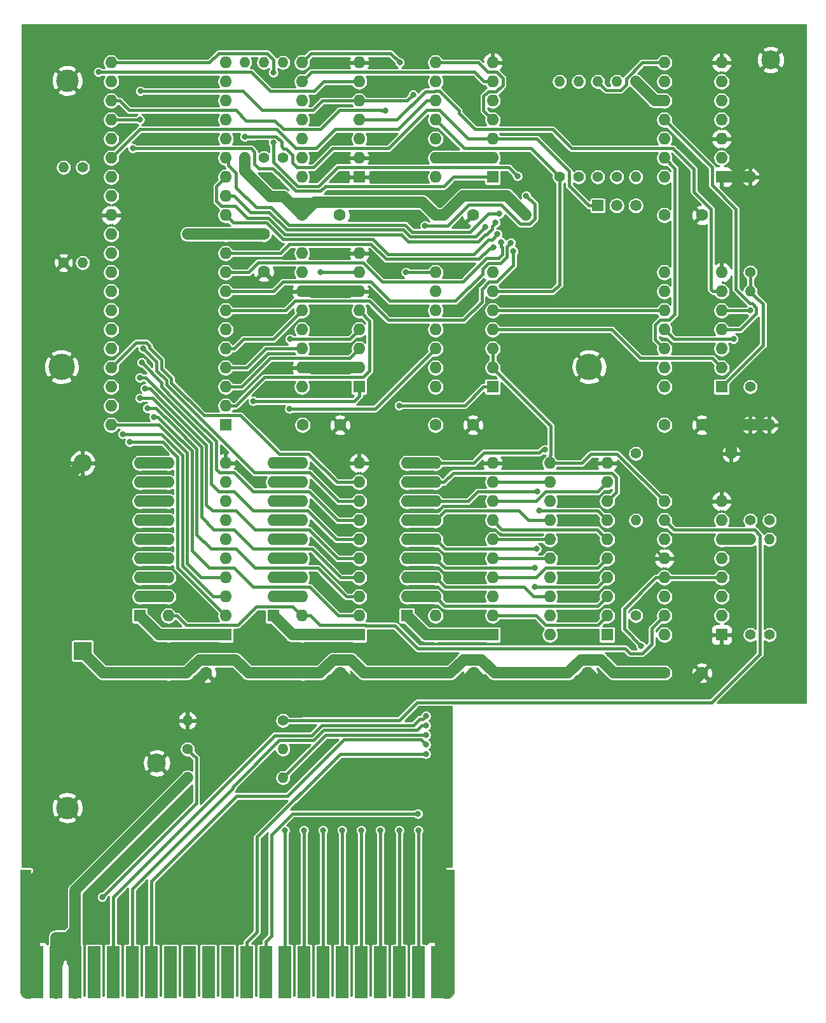
<source format=gbr>
G04 #@! TF.GenerationSoftware,KiCad,Pcbnew,(5.1.5)-3*
G04 #@! TF.CreationDate,2020-07-22T19:22:01-04:00*
G04 #@! TF.ProjectId,c64-cpm-true,6336342d-6370-46d2-9d74-7275652e6b69,B*
G04 #@! TF.SameCoordinates,Original*
G04 #@! TF.FileFunction,Copper,L1,Top*
G04 #@! TF.FilePolarity,Positive*
%FSLAX46Y46*%
G04 Gerber Fmt 4.6, Leading zero omitted, Abs format (unit mm)*
G04 Created by KiCad (PCBNEW (5.1.5)-3) date 2020-07-22 19:22:01*
%MOMM*%
%LPD*%
G04 APERTURE LIST*
%ADD10C,0.100000*%
%ADD11C,0.500000*%
%ADD12C,1.950000*%
%ADD13O,1.600000X1.600000*%
%ADD14R,1.600000X1.600000*%
%ADD15O,1.400000X1.400000*%
%ADD16C,1.400000*%
%ADD17R,2.400000X2.400000*%
%ADD18O,2.400000X2.400000*%
%ADD19C,1.600000*%
%ADD20R,1.750000X7.000000*%
%ADD21C,3.000000*%
%ADD22C,3.500000*%
%ADD23C,2.500000*%
%ADD24C,1.500000*%
%ADD25R,1.500000X1.500000*%
%ADD26C,0.800000*%
%ADD27C,1.000000*%
%ADD28C,1.500000*%
%ADD29C,0.439000*%
%ADD30C,0.250000*%
%ADD31C,0.239000*%
G04 APERTURE END LIST*
D10*
G36*
X65468500Y-175387000D02*
G01*
X64770000Y-175387000D01*
X64325500Y-175133000D01*
X64071500Y-174688500D01*
X64071500Y-174434500D01*
X64071500Y-158305500D01*
X65468500Y-158305500D01*
X65468500Y-175387000D01*
G37*
X65468500Y-175387000D02*
X64770000Y-175387000D01*
X64325500Y-175133000D01*
X64071500Y-174688500D01*
X64071500Y-174434500D01*
X64071500Y-158305500D01*
X65468500Y-158305500D01*
X65468500Y-175387000D01*
G36*
X120459500Y-175387000D02*
G01*
X121158000Y-175387000D01*
X121602500Y-175133000D01*
X121856500Y-174688500D01*
X121856500Y-174434500D01*
X121856500Y-158305500D01*
X120459500Y-158305500D01*
X120459500Y-175387000D01*
G37*
X120459500Y-175387000D02*
X121158000Y-175387000D01*
X121602500Y-175133000D01*
X121856500Y-174688500D01*
X121856500Y-174434500D01*
X121856500Y-158305500D01*
X120459500Y-158305500D01*
X120459500Y-175387000D01*
D11*
X66090800Y-168719500D02*
G75*
G02X65265300Y-167894000I0J825500D01*
G01*
X120675400Y-167894000D02*
G75*
G02X119849900Y-168719500I-825500J0D01*
G01*
D12*
X68948300Y-170522900D02*
G75*
G02X71259700Y-170573700I1155700J-25400D01*
G01*
D13*
X149860000Y-66040000D03*
X157480000Y-50800000D03*
X149860000Y-63500000D03*
X157480000Y-53340000D03*
X149860000Y-60960000D03*
X157480000Y-55880000D03*
X149860000Y-58420000D03*
X157480000Y-58420000D03*
X149860000Y-55880000D03*
X157480000Y-60960000D03*
X149860000Y-53340000D03*
X157480000Y-63500000D03*
X149860000Y-50800000D03*
D14*
X157480000Y-66040000D03*
X157480000Y-93980000D03*
D13*
X149860000Y-78740000D03*
X157480000Y-91440000D03*
X149860000Y-81280000D03*
X157480000Y-88900000D03*
X149860000Y-83820000D03*
X157480000Y-86360000D03*
X149860000Y-86360000D03*
X157480000Y-83820000D03*
X149860000Y-88900000D03*
X157480000Y-81280000D03*
X149860000Y-91440000D03*
X157480000Y-78740000D03*
X149860000Y-93980000D03*
D14*
X157480000Y-127000000D03*
D13*
X149860000Y-109220000D03*
X157480000Y-124460000D03*
X149860000Y-111760000D03*
X157480000Y-121920000D03*
X149860000Y-114300000D03*
X157480000Y-119380000D03*
X149860000Y-116840000D03*
X157480000Y-116840000D03*
X149860000Y-119380000D03*
X157480000Y-114300000D03*
X149860000Y-121920000D03*
X157480000Y-111760000D03*
X149860000Y-124460000D03*
X157480000Y-109220000D03*
X149860000Y-127000000D03*
D14*
X127000000Y-66040000D03*
D13*
X119380000Y-50800000D03*
X127000000Y-63500000D03*
X119380000Y-53340000D03*
X127000000Y-60960000D03*
X119380000Y-55880000D03*
X127000000Y-58420000D03*
X119380000Y-58420000D03*
X127000000Y-55880000D03*
X119380000Y-60960000D03*
X127000000Y-53340000D03*
X119380000Y-63500000D03*
X127000000Y-50800000D03*
X119380000Y-66040000D03*
D14*
X127000000Y-93980000D03*
D13*
X119380000Y-78740000D03*
X127000000Y-91440000D03*
X119380000Y-81280000D03*
X127000000Y-88900000D03*
X119380000Y-83820000D03*
X127000000Y-86360000D03*
X119380000Y-86360000D03*
X127000000Y-83820000D03*
X119380000Y-88900000D03*
X127000000Y-81280000D03*
X119380000Y-91440000D03*
X127000000Y-78740000D03*
X119380000Y-93980000D03*
D14*
X127000000Y-127000000D03*
D13*
X119380000Y-104140000D03*
X127000000Y-124460000D03*
X119380000Y-106680000D03*
X127000000Y-121920000D03*
X119380000Y-109220000D03*
X127000000Y-119380000D03*
X119380000Y-111760000D03*
X127000000Y-116840000D03*
X119380000Y-114300000D03*
X127000000Y-114300000D03*
X119380000Y-116840000D03*
X127000000Y-111760000D03*
X119380000Y-119380000D03*
X127000000Y-109220000D03*
X119380000Y-121920000D03*
X127000000Y-106680000D03*
X119380000Y-124460000D03*
X127000000Y-104140000D03*
X119380000Y-127000000D03*
X101600000Y-66040000D03*
X109220000Y-50800000D03*
X101600000Y-63500000D03*
X109220000Y-53340000D03*
X101600000Y-60960000D03*
X109220000Y-55880000D03*
X101600000Y-58420000D03*
X109220000Y-58420000D03*
X101600000Y-55880000D03*
X109220000Y-60960000D03*
X101600000Y-53340000D03*
X109220000Y-63500000D03*
X101600000Y-50800000D03*
D14*
X109220000Y-66040000D03*
D13*
X101600000Y-93980000D03*
X109220000Y-76200000D03*
X101600000Y-91440000D03*
X109220000Y-78740000D03*
X101600000Y-88900000D03*
X109220000Y-81280000D03*
X101600000Y-86360000D03*
X109220000Y-83820000D03*
X101600000Y-83820000D03*
X109220000Y-86360000D03*
X101600000Y-81280000D03*
X109220000Y-88900000D03*
X101600000Y-78740000D03*
X109220000Y-91440000D03*
X101600000Y-76200000D03*
D14*
X109220000Y-93980000D03*
X109220000Y-127000000D03*
D13*
X101600000Y-104140000D03*
X109220000Y-124460000D03*
X101600000Y-106680000D03*
X109220000Y-121920000D03*
X101600000Y-109220000D03*
X109220000Y-119380000D03*
X101600000Y-111760000D03*
X109220000Y-116840000D03*
X101600000Y-114300000D03*
X109220000Y-114300000D03*
X101600000Y-116840000D03*
X109220000Y-111760000D03*
X101600000Y-119380000D03*
X109220000Y-109220000D03*
X101600000Y-121920000D03*
X109220000Y-106680000D03*
X101600000Y-124460000D03*
X109220000Y-104140000D03*
X101600000Y-127000000D03*
D14*
X91440000Y-99060000D03*
D13*
X76200000Y-50800000D03*
X91440000Y-96520000D03*
X76200000Y-53340000D03*
X91440000Y-93980000D03*
X76200000Y-55880000D03*
X91440000Y-91440000D03*
X76200000Y-58420000D03*
X91440000Y-88900000D03*
X76200000Y-60960000D03*
X91440000Y-86360000D03*
X76200000Y-63500000D03*
X91440000Y-83820000D03*
X76200000Y-66040000D03*
X91440000Y-81280000D03*
X76200000Y-68580000D03*
X91440000Y-78740000D03*
X76200000Y-71120000D03*
X91440000Y-76200000D03*
X76200000Y-73660000D03*
X91440000Y-73660000D03*
X76200000Y-76200000D03*
X91440000Y-71120000D03*
X76200000Y-78740000D03*
X91440000Y-68580000D03*
X76200000Y-81280000D03*
X91440000Y-66040000D03*
X76200000Y-83820000D03*
X91440000Y-63500000D03*
X76200000Y-86360000D03*
X91440000Y-60960000D03*
X76200000Y-88900000D03*
X91440000Y-58420000D03*
X76200000Y-91440000D03*
X91440000Y-55880000D03*
X76200000Y-93980000D03*
X91440000Y-53340000D03*
X76200000Y-96520000D03*
X91440000Y-50800000D03*
X76200000Y-99060000D03*
X83820000Y-127000000D03*
X91440000Y-104140000D03*
X83820000Y-124460000D03*
X91440000Y-106680000D03*
X83820000Y-121920000D03*
X91440000Y-109220000D03*
X83820000Y-119380000D03*
X91440000Y-111760000D03*
X83820000Y-116840000D03*
X91440000Y-114300000D03*
X83820000Y-114300000D03*
X91440000Y-116840000D03*
X83820000Y-111760000D03*
X91440000Y-119380000D03*
X83820000Y-109220000D03*
X91440000Y-121920000D03*
X83820000Y-106680000D03*
X91440000Y-124460000D03*
X83820000Y-104140000D03*
D14*
X91440000Y-127000000D03*
X115570000Y-124460000D03*
D13*
X115570000Y-121920000D03*
X115570000Y-119380000D03*
X115570000Y-116840000D03*
X115570000Y-114300000D03*
X115570000Y-111760000D03*
X115570000Y-109220000D03*
X115570000Y-106680000D03*
X115570000Y-104140000D03*
D14*
X97790000Y-124460000D03*
D13*
X97790000Y-121920000D03*
X97790000Y-119380000D03*
X97790000Y-116840000D03*
X97790000Y-114300000D03*
X97790000Y-111760000D03*
X97790000Y-109220000D03*
X97790000Y-106680000D03*
X97790000Y-104140000D03*
X80010000Y-104140000D03*
X80010000Y-106680000D03*
X80010000Y-109220000D03*
X80010000Y-111760000D03*
X80010000Y-114300000D03*
X80010000Y-116840000D03*
X80010000Y-119380000D03*
X80010000Y-121920000D03*
D14*
X80010000Y-124460000D03*
D15*
X161290000Y-81280000D03*
D16*
X161290000Y-93980000D03*
X163830000Y-127000000D03*
D15*
X163830000Y-114300000D03*
D16*
X161290000Y-127000000D03*
D15*
X161290000Y-114300000D03*
X146050000Y-111760000D03*
D16*
X146050000Y-124460000D03*
D15*
X99060000Y-142240000D03*
D16*
X86360000Y-142240000D03*
D15*
X72390000Y-77470000D03*
D16*
X72390000Y-64770000D03*
X146050000Y-53340000D03*
D15*
X146050000Y-66040000D03*
X143510000Y-53340000D03*
D16*
X143510000Y-66040000D03*
X138430000Y-66040000D03*
D15*
X138430000Y-53340000D03*
D16*
X135890000Y-66040000D03*
D15*
X135890000Y-53340000D03*
X99060000Y-50800000D03*
D16*
X99060000Y-63500000D03*
X96520000Y-63500000D03*
D15*
X96520000Y-50800000D03*
X93980000Y-50800000D03*
D16*
X93980000Y-63500000D03*
X86360000Y-146050000D03*
D15*
X99060000Y-146050000D03*
D17*
X72390000Y-129140000D03*
D18*
X72390000Y-104140000D03*
D16*
X161290000Y-78740000D03*
D15*
X161290000Y-66040000D03*
X163830000Y-99060000D03*
D16*
X163830000Y-111760000D03*
X161290000Y-111760000D03*
D15*
X161290000Y-99060000D03*
X158750000Y-102870000D03*
D16*
X146050000Y-102870000D03*
X140970000Y-66040000D03*
D15*
X140970000Y-53340000D03*
X86360000Y-138430000D03*
D16*
X99060000Y-138430000D03*
X69850000Y-77470000D03*
D15*
X69850000Y-64770000D03*
D19*
X149860000Y-71120000D03*
X154860000Y-71120000D03*
X154860000Y-99060000D03*
X149860000Y-99060000D03*
X134620000Y-132080000D03*
X139620000Y-132080000D03*
X119380000Y-71120000D03*
X124380000Y-71120000D03*
X124380000Y-99060000D03*
X119380000Y-99060000D03*
X124460000Y-132080000D03*
X119460000Y-132080000D03*
X101600000Y-71120000D03*
X106600000Y-71120000D03*
X101680000Y-99060000D03*
X106680000Y-99060000D03*
X101680000Y-132080000D03*
X106680000Y-132080000D03*
X96520000Y-78660000D03*
X96520000Y-73660000D03*
X88820000Y-132080000D03*
X83820000Y-132080000D03*
X149860000Y-132080000D03*
X154860000Y-132080000D03*
D20*
X66294000Y-171958000D03*
X68834000Y-171958000D03*
X71374000Y-171958000D03*
X73914000Y-171958000D03*
X76454000Y-171958000D03*
X78994000Y-171958000D03*
X81534000Y-171958000D03*
X84074000Y-171958000D03*
X86614000Y-171958000D03*
X89154000Y-171958000D03*
X101854000Y-171958000D03*
X99314000Y-171958000D03*
X94234000Y-171958000D03*
X96774000Y-171958000D03*
X91694000Y-171958000D03*
X104394000Y-171958000D03*
X112014000Y-171958000D03*
X106934000Y-171958000D03*
X114554000Y-171958000D03*
X109474000Y-171958000D03*
X119634000Y-171958000D03*
X117094000Y-171958000D03*
D21*
X70358000Y-150050500D03*
X70358000Y-53213000D03*
D22*
X69596000Y-91313000D03*
D23*
X82264250Y-144097375D03*
D22*
X139842875Y-91313000D03*
D23*
X164020500Y-50419000D03*
D14*
X142240000Y-127000000D03*
D13*
X134620000Y-104140000D03*
X142240000Y-124460000D03*
X134620000Y-106680000D03*
X142240000Y-121920000D03*
X134620000Y-109220000D03*
X142240000Y-119380000D03*
X134620000Y-111760000D03*
X142240000Y-116840000D03*
X134620000Y-114300000D03*
X142240000Y-114300000D03*
X134620000Y-116840000D03*
X142240000Y-111760000D03*
X134620000Y-119380000D03*
X142240000Y-109220000D03*
X134620000Y-121920000D03*
X142240000Y-106680000D03*
X134620000Y-124460000D03*
X142240000Y-104140000D03*
X134620000Y-127000000D03*
D24*
X143510000Y-69850000D03*
X146050000Y-69850000D03*
D25*
X140970000Y-69850000D03*
D26*
X86360000Y-73660000D03*
X131445000Y-71120000D03*
X104076500Y-78740000D03*
X65976500Y-167957500D03*
X120078500Y-167957500D03*
X120777000Y-159829500D03*
X65024000Y-160972500D03*
X106680000Y-146050000D03*
X88836500Y-80010000D03*
X93662500Y-158496000D03*
X90424000Y-154305000D03*
X104521000Y-142176500D03*
X100965000Y-142240000D03*
X74930000Y-152844500D03*
X77279500Y-157924500D03*
X74676000Y-165735000D03*
X77787500Y-165798500D03*
X82931000Y-162242500D03*
X85344000Y-162369500D03*
X87947500Y-162496500D03*
X90424000Y-162750500D03*
X93027500Y-163512500D03*
X117919500Y-92710000D03*
X118110000Y-97663000D03*
X150431500Y-96393000D03*
X158496000Y-132207000D03*
X80264000Y-155003500D03*
X118201499Y-133830001D03*
X110553500Y-71183500D03*
X122936000Y-54546500D03*
X112077500Y-53911500D03*
X86868000Y-58610500D03*
X82677000Y-60896500D03*
X134239000Y-68707000D03*
X106680000Y-94170500D03*
X97980500Y-94361000D03*
X106680000Y-88963500D03*
X104076500Y-57975500D03*
X106600000Y-60913000D03*
X111823500Y-60960000D03*
X96202500Y-61595000D03*
X97536000Y-66294000D03*
X124380000Y-81995000D03*
X96583500Y-161036000D03*
X80327500Y-163131500D03*
X146748500Y-128460500D03*
X118110000Y-140335000D03*
X118110000Y-141605000D03*
X118110000Y-142875000D03*
X118110000Y-139065000D03*
X118110000Y-137795000D03*
X74993500Y-161925000D03*
X93980000Y-60706000D03*
X117030500Y-150812500D03*
X115443000Y-78740000D03*
X117983000Y-72517000D03*
X131445000Y-68516500D03*
X116395500Y-55054500D03*
X80073500Y-54610000D03*
X80010000Y-58420000D03*
X99949000Y-96901000D03*
X161290000Y-83820000D03*
X159067500Y-87630000D03*
X127381000Y-72136000D03*
X127635000Y-73660000D03*
X128143000Y-74739500D03*
X127063500Y-75374500D03*
X125984000Y-72707500D03*
X129730500Y-75946000D03*
X129413000Y-74803000D03*
X127889000Y-70929500D03*
X114554000Y-153035000D03*
X109474000Y-153035000D03*
X132842000Y-115570000D03*
X106934000Y-153035000D03*
X99314000Y-153035000D03*
X133921500Y-102362000D03*
X101854000Y-153035000D03*
X104394000Y-153035000D03*
X133159500Y-110490000D03*
X132905500Y-107950000D03*
X112014000Y-153035000D03*
X132588000Y-118110000D03*
X132588000Y-120650000D03*
X117094000Y-153035000D03*
X130302000Y-65913000D03*
X97790000Y-52133500D03*
X97790000Y-61468000D03*
X79057500Y-62230000D03*
X114554000Y-96456500D03*
X112744250Y-57181750D03*
X114617500Y-50800000D03*
X74485500Y-52070000D03*
X95123000Y-95885000D03*
X100012500Y-87630000D03*
X81851500Y-97980500D03*
X81026000Y-96837500D03*
X80010000Y-95504000D03*
X80708500Y-94234000D03*
X80010000Y-92773500D03*
X80264000Y-90741500D03*
X80454500Y-88900000D03*
X78676500Y-101346000D03*
X77724000Y-100266500D03*
D27*
X68834000Y-168084500D02*
X71374000Y-168084500D01*
D28*
X71374000Y-174708500D02*
X71374000Y-167322500D01*
X68834000Y-174708500D02*
X68834000Y-167322500D01*
X68834000Y-167322500D02*
X70421500Y-167322500D01*
X70421500Y-167322500D02*
X71374000Y-166370000D01*
X71374000Y-166370000D02*
X71374000Y-167513000D01*
D27*
X71374000Y-167513000D02*
X71374000Y-167322500D01*
D28*
X71374000Y-161036000D02*
X86360000Y-146050000D01*
X71374000Y-166370000D02*
X71374000Y-161036000D01*
X72390000Y-129140000D02*
X72390000Y-129349500D01*
X72390000Y-129349500D02*
X75120500Y-132080000D01*
X138779999Y-130329999D02*
X141378999Y-130329999D01*
X137029998Y-132080000D02*
X138779999Y-130329999D01*
X143129000Y-132080000D02*
X149860000Y-132080000D01*
X141378999Y-130329999D02*
X143129000Y-132080000D01*
X92737999Y-130329999D02*
X94488000Y-132080000D01*
X87979999Y-130329999D02*
X92737999Y-130329999D01*
X86229998Y-132080000D02*
X87979999Y-130329999D01*
X146050000Y-53340000D02*
X148590000Y-55880000D01*
X148590000Y-55880000D02*
X149860000Y-55880000D01*
X91440000Y-73660000D02*
X86360000Y-73660000D01*
X82550000Y-127000000D02*
X80010000Y-124460000D01*
X83820000Y-127000000D02*
X82550000Y-127000000D01*
X100330000Y-127000000D02*
X97790000Y-124460000D01*
X101600000Y-127000000D02*
X100330000Y-127000000D01*
X118110000Y-127000000D02*
X115570000Y-124460000D01*
X119380000Y-127000000D02*
X118110000Y-127000000D01*
X75120500Y-132080000D02*
X83820000Y-132080000D01*
X83820000Y-132080000D02*
X86229998Y-132080000D01*
X94488000Y-132080000D02*
X101680000Y-132080000D01*
X134700000Y-132080000D02*
X137029998Y-132080000D01*
X117094000Y-132080000D02*
X119460000Y-132080000D01*
X104009998Y-132080000D02*
X105759999Y-130329999D01*
X101680000Y-132080000D02*
X104009998Y-132080000D01*
X109855000Y-132080000D02*
X117094000Y-132080000D01*
X105759999Y-130329999D02*
X108104999Y-130329999D01*
X108104999Y-130329999D02*
X109855000Y-132080000D01*
X130175000Y-132080000D02*
X134700000Y-132080000D01*
X121348500Y-132080000D02*
X123098501Y-130329999D01*
X119460000Y-132080000D02*
X121348500Y-132080000D01*
X123098501Y-130329999D02*
X125503999Y-130329999D01*
X127254000Y-132080000D02*
X130175000Y-132080000D01*
X125503999Y-130329999D02*
X127254000Y-132080000D01*
X127000000Y-127000000D02*
X119380000Y-127000000D01*
X91440000Y-73660000D02*
X96520000Y-73660000D01*
X83820000Y-127000000D02*
X91440000Y-127000000D01*
X101600000Y-127000000D02*
X109220000Y-127000000D01*
X128905000Y-68580000D02*
X128905000Y-68580000D01*
X128905000Y-68580000D02*
X129540000Y-69215000D01*
X129540000Y-69215000D02*
X129540000Y-69215000D01*
X129540000Y-69215000D02*
X131445000Y-71120000D01*
X131445000Y-71120000D02*
X131445000Y-71120000D01*
X119380000Y-63500000D02*
X127000000Y-63500000D01*
D29*
X109220000Y-78740000D02*
X108088630Y-78740000D01*
X108088630Y-78740000D02*
X104076500Y-78740000D01*
X104076500Y-78740000D02*
X104076500Y-78740000D01*
D28*
X119380000Y-71120000D02*
X120511370Y-71120000D01*
X123051370Y-68580000D02*
X128905000Y-68580000D01*
X120511370Y-71120000D02*
X123051370Y-68580000D01*
X102489000Y-69596000D02*
X102806500Y-69913500D01*
X100076000Y-69596000D02*
X101600000Y-71120000D01*
X101600000Y-71120000D02*
X102806500Y-69913500D01*
X101600000Y-69596000D02*
X103124000Y-69596000D01*
X101600000Y-69596000D02*
X102489000Y-69596000D01*
X100076000Y-69596000D02*
X101600000Y-69596000D01*
X93980000Y-63500000D02*
X93980000Y-65278000D01*
X93980000Y-65278000D02*
X97345500Y-68643500D01*
X99123500Y-68643500D02*
X100076000Y-69596000D01*
X97345500Y-68643500D02*
X99123500Y-68643500D01*
X118580001Y-70320001D02*
X119380000Y-71120000D01*
X117629999Y-69369999D02*
X118580001Y-70320001D01*
X103350001Y-69369999D02*
X117629999Y-69369999D01*
X101600000Y-71120000D02*
X103350001Y-69369999D01*
X65214500Y-172381000D02*
X65214500Y-159766000D01*
X121031000Y-172889000D02*
X121031000Y-160274000D01*
X65976500Y-174603500D02*
X65976500Y-161988500D01*
D30*
X66294000Y-169333000D02*
X66738500Y-168888500D01*
X66294000Y-171958000D02*
X66294000Y-169333000D01*
D28*
X65976500Y-172317500D02*
X65976500Y-167957500D01*
X65976500Y-167957500D02*
X65976500Y-159702500D01*
D30*
X65976500Y-160020000D02*
X65024000Y-160972500D01*
X65976500Y-159702500D02*
X65976500Y-160020000D01*
D28*
X69215000Y-107315000D02*
X72390000Y-104140000D01*
X69215000Y-133096000D02*
X69215000Y-107315000D01*
X65976500Y-159512000D02*
X77660500Y-147828000D01*
X71183500Y-135064500D02*
X69215000Y-133096000D01*
X65976500Y-159702500D02*
X65976500Y-159512000D01*
X77660500Y-147828000D02*
X77660500Y-136461500D01*
X77660500Y-136461500D02*
X76263500Y-135064500D01*
X77660500Y-136461500D02*
X79121000Y-135001000D01*
X80200500Y-135064500D02*
X80264000Y-135001000D01*
X74612500Y-135064500D02*
X80200500Y-135064500D01*
X76263500Y-135064500D02*
X74612500Y-135064500D01*
X74612500Y-135064500D02*
X71183500Y-135064500D01*
X79121000Y-135001000D02*
X80264000Y-135001000D01*
X122629999Y-133830001D02*
X123580001Y-132879999D01*
X108350001Y-133830001D02*
X118201499Y-133830001D01*
X153109999Y-133830001D02*
X154060001Y-132879999D01*
X154060001Y-132879999D02*
X154860000Y-132080000D01*
X87884000Y-135001000D02*
X87884000Y-133016000D01*
X80264000Y-135001000D02*
X87884000Y-135001000D01*
X161290000Y-66040000D02*
X157480000Y-66040000D01*
X158750000Y-102870000D02*
X158750000Y-99060000D01*
X163830000Y-99060000D02*
X158750000Y-99060000D01*
X158750000Y-99060000D02*
X154860000Y-99060000D01*
X87884000Y-133016000D02*
X88820000Y-132080000D01*
X108350001Y-133750001D02*
X106680000Y-132080000D01*
X108350001Y-133830001D02*
X108350001Y-133750001D01*
X87884000Y-135001000D02*
X103759000Y-135001000D01*
X123660001Y-132879999D02*
X124460000Y-132080000D01*
X123580001Y-132879999D02*
X123660001Y-132879999D01*
X137949999Y-133830001D02*
X139700000Y-132080000D01*
X126130001Y-133830001D02*
X137949999Y-133830001D01*
X124460000Y-132080000D02*
X126130001Y-133750001D01*
X126130001Y-133750001D02*
X126130001Y-133830001D01*
X141450001Y-133830001D02*
X142394999Y-133830001D01*
X139700000Y-132080000D02*
X141450001Y-133830001D01*
X141370001Y-133830001D02*
X142394999Y-133830001D01*
X142394999Y-133830001D02*
X153109999Y-133830001D01*
X137949999Y-133830001D02*
X141370001Y-133830001D01*
X122629999Y-133830001D02*
X126130001Y-133830001D01*
X105382001Y-133830001D02*
X105156000Y-133604000D01*
X103759000Y-135001000D02*
X105156000Y-133604000D01*
X108350001Y-133830001D02*
X105382001Y-133830001D01*
X105156000Y-133604000D02*
X106680000Y-132080000D01*
X120078500Y-172698500D02*
X120078500Y-149098000D01*
X117030500Y-146050000D02*
X106680000Y-146050000D01*
X120078500Y-149098000D02*
X117030500Y-146050000D01*
X101600000Y-91440000D02*
X109220000Y-91440000D01*
X101600000Y-81280000D02*
X109220000Y-81280000D01*
D29*
X149060001Y-116040001D02*
X149860000Y-116840000D01*
X148640499Y-115620499D02*
X149060001Y-116040001D01*
X157480000Y-109220000D02*
X151765000Y-109220000D01*
X151765000Y-109220000D02*
X150495000Y-110490000D01*
X150495000Y-110490000D02*
X149325138Y-110490000D01*
X148640499Y-111174639D02*
X148640499Y-115620499D01*
X149325138Y-110490000D02*
X148640499Y-111174639D01*
X96520000Y-78660000D02*
X95170000Y-80010000D01*
X95170000Y-80010000D02*
X91630500Y-80010000D01*
X91630500Y-80010000D02*
X88836500Y-80010000D01*
X88836500Y-80010000D02*
X88836500Y-80010000D01*
D28*
X118201499Y-133830001D02*
X122629999Y-133830001D01*
D29*
X161989999Y-81979999D02*
X161290000Y-81280000D01*
X162990010Y-82980010D02*
X161989999Y-81979999D01*
X162990010Y-88469990D02*
X162990010Y-82980010D01*
X157480000Y-93980000D02*
X162990010Y-88469990D01*
X161290000Y-81280000D02*
X161290000Y-78740000D01*
D28*
X157480000Y-114300000D02*
X161290000Y-114300000D01*
D29*
X149860000Y-119380000D02*
X157480000Y-119380000D01*
X148728630Y-119380000D02*
X144526000Y-123582630D01*
X149860000Y-119380000D02*
X148728630Y-119380000D01*
X144526000Y-123582630D02*
X144526000Y-126238000D01*
X144526000Y-126238000D02*
X146748500Y-128460500D01*
X146748500Y-128460500D02*
X146748500Y-128460500D01*
X104775000Y-140335000D02*
X118110000Y-140335000D01*
X99060000Y-146050000D02*
X104775000Y-140335000D01*
X146936064Y-50800000D02*
X144780000Y-52956064D01*
X149860000Y-50800000D02*
X146936064Y-50800000D01*
X144047361Y-54459501D02*
X142089501Y-54459501D01*
X141669999Y-54039999D02*
X140970000Y-53340000D01*
X142089501Y-54459501D02*
X141669999Y-54039999D01*
X144780000Y-53726862D02*
X144047361Y-54459501D01*
X144780000Y-52956064D02*
X144780000Y-53726862D01*
X151130000Y-113030000D02*
X149860000Y-111760000D01*
X161861500Y-113030000D02*
X151130000Y-113030000D01*
X162560000Y-129603500D02*
X162560000Y-113728500D01*
X162560000Y-113728500D02*
X161861500Y-113030000D01*
X156161210Y-136002290D02*
X162560000Y-129603500D01*
X101663500Y-138430000D02*
X101675528Y-138417972D01*
X99060000Y-138430000D02*
X101663500Y-138430000D01*
X114566028Y-138417972D02*
X116981710Y-136002290D01*
X101675528Y-138417972D02*
X114566028Y-138417972D01*
X116981710Y-136002290D02*
X156161210Y-136002290D01*
X80010000Y-59690000D02*
X76200000Y-63500000D01*
X98234500Y-59690000D02*
X80010000Y-59690000D01*
X100774500Y-62230000D02*
X98234500Y-59690000D01*
X118248630Y-55880000D02*
X114438630Y-59690000D01*
X119380000Y-55880000D02*
X118248630Y-55880000D01*
X106045000Y-59690000D02*
X103505000Y-62230000D01*
X114438630Y-59690000D02*
X106045000Y-59690000D01*
X103505000Y-62230000D02*
X100774500Y-62230000D01*
X81534000Y-171958000D02*
X81534000Y-159829500D01*
X81534000Y-159829500D02*
X88963500Y-152400000D01*
X88963500Y-152400000D02*
X91249500Y-150114000D01*
X91249500Y-150114000D02*
X92900500Y-148463000D01*
X92900500Y-148463000D02*
X99695000Y-148463000D01*
X99695000Y-148463000D02*
X103886000Y-144272000D01*
X103886000Y-144272000D02*
X107183990Y-140974010D01*
X107183990Y-140974010D02*
X107823000Y-140974010D01*
X107823000Y-140974010D02*
X116717010Y-140974010D01*
X116717010Y-140974010D02*
X117479010Y-140974010D01*
X117479010Y-140974010D02*
X118110000Y-141605000D01*
X118110000Y-141605000D02*
X118110000Y-141605000D01*
X118110000Y-142875000D02*
X118110000Y-142875000D01*
X94234000Y-167957500D02*
X94234000Y-171958000D01*
X95631000Y-166560500D02*
X94234000Y-167957500D01*
X95631000Y-153924000D02*
X95631000Y-166560500D01*
X118110000Y-142875000D02*
X106680000Y-142875000D01*
X106680000Y-142875000D02*
X95631000Y-153924000D01*
X78994000Y-160845500D02*
X78994000Y-168019000D01*
X92392500Y-147447000D02*
X78994000Y-160845500D01*
X92392500Y-147250638D02*
X92392500Y-147447000D01*
X98609638Y-141033500D02*
X92392500Y-147250638D01*
X78994000Y-168019000D02*
X78994000Y-171958000D01*
X117544315Y-139065000D02*
X116913325Y-139695990D01*
X118110000Y-139065000D02*
X117544315Y-139065000D01*
X116913325Y-139695990D02*
X104510313Y-139695991D01*
X104510313Y-139695991D02*
X103172804Y-141033500D01*
X103172804Y-141033500D02*
X98609638Y-141033500D01*
X76454000Y-168019000D02*
X76454000Y-171958000D01*
X76454000Y-161925000D02*
X76454000Y-168019000D01*
X97984510Y-140394490D02*
X76454000Y-161925000D01*
X102908118Y-140394490D02*
X97984510Y-140394490D01*
X118110000Y-137795000D02*
X117710001Y-138194999D01*
X117265501Y-138194999D02*
X116403518Y-139056982D01*
X117710001Y-138194999D02*
X117265501Y-138194999D01*
X116403518Y-139056982D02*
X104245626Y-139056982D01*
X104245626Y-139056982D02*
X102908118Y-140394490D01*
X87529508Y-143409508D02*
X87059999Y-142939999D01*
X87529508Y-149388992D02*
X87529508Y-143409508D01*
X87059999Y-142939999D02*
X86360000Y-142240000D01*
X74993500Y-161925000D02*
X87529508Y-149388992D01*
X127000000Y-60960000D02*
X132842000Y-60960000D01*
X132842000Y-60960000D02*
X137160000Y-65278000D01*
X139781000Y-69850000D02*
X140970000Y-69850000D01*
X137160000Y-67229000D02*
X139781000Y-69850000D01*
X137160000Y-65278000D02*
X137160000Y-67229000D01*
X95186500Y-60706000D02*
X93980000Y-60706000D01*
X95244001Y-60648499D02*
X95186500Y-60706000D01*
X97911001Y-60648499D02*
X95244001Y-60648499D01*
X97917000Y-60642500D02*
X97911001Y-60648499D01*
X98869500Y-61976000D02*
X98869500Y-61334638D01*
X99187000Y-62293500D02*
X98869500Y-61976000D01*
X113157000Y-62230000D02*
X105664000Y-62230000D01*
X119914862Y-57150000D02*
X118237000Y-57150000D01*
X127000000Y-60960000D02*
X123724862Y-60960000D01*
X118237000Y-57150000D02*
X113157000Y-62230000D01*
X123724862Y-60960000D02*
X119914862Y-57150000D01*
X100330000Y-64135000D02*
X100330000Y-63113138D01*
X99510362Y-62293500D02*
X99187000Y-62293500D01*
X105664000Y-62230000D02*
X103124000Y-64770000D01*
X98177362Y-60642500D02*
X97917000Y-60642500D01*
X98869500Y-61334638D02*
X98177362Y-60642500D01*
X103124000Y-64770000D02*
X100965000Y-64770000D01*
X100965000Y-64770000D02*
X100330000Y-64135000D01*
X100330000Y-63113138D02*
X99510362Y-62293500D01*
X96774000Y-171958000D02*
X96774000Y-168019000D01*
X96774000Y-168019000D02*
X96774000Y-167830500D01*
X96774000Y-167830500D02*
X97536000Y-167068500D01*
X97536000Y-167068500D02*
X97536000Y-160782000D01*
X97536000Y-153600138D02*
X100323638Y-150812500D01*
X97536000Y-160782000D02*
X97536000Y-153600138D01*
X100323638Y-150812500D02*
X117030500Y-150812500D01*
X117030500Y-150812500D02*
X117030500Y-150812500D01*
X115443000Y-78740000D02*
X119380000Y-78740000D01*
X127534862Y-52070000D02*
X126301500Y-52070000D01*
X125031500Y-50800000D02*
X119380000Y-50800000D01*
X128333500Y-52868638D02*
X127534862Y-52070000D01*
X128333500Y-53811362D02*
X128333500Y-52868638D01*
X125780499Y-57200499D02*
X125780499Y-55294639D01*
X127000000Y-58420000D02*
X125780499Y-57200499D01*
X127484363Y-54660499D02*
X128333500Y-53811362D01*
X126301500Y-52070000D02*
X125031500Y-50800000D01*
X125780499Y-55294639D02*
X126414639Y-54660499D01*
X126414639Y-54660499D02*
X127484363Y-54660499D01*
X117983000Y-72517000D02*
X118548685Y-72517000D01*
X132614508Y-71604428D02*
X132614508Y-69686008D01*
X132614508Y-69686008D02*
X131445000Y-68516500D01*
X131445000Y-68516500D02*
X131445000Y-68516500D01*
X131929428Y-72289508D02*
X130646008Y-72289508D01*
X132614508Y-71604428D02*
X131929428Y-72289508D01*
X130646008Y-72289508D02*
X128106010Y-69749510D01*
X128106010Y-69749510D02*
X123798490Y-69749510D01*
X121031000Y-72517000D02*
X118548685Y-72517000D01*
X123798490Y-69749510D02*
X121031000Y-72517000D01*
X116395500Y-55054500D02*
X116369999Y-55080001D01*
X115570000Y-55880000D02*
X116395500Y-55054500D01*
X109220000Y-55880000D02*
X115570000Y-55880000D01*
X109220000Y-55880000D02*
X104330500Y-55880000D01*
X104330500Y-55880000D02*
X103060500Y-57150000D01*
X103060500Y-57150000D02*
X101473000Y-57150000D01*
X101473000Y-57150000D02*
X96266000Y-57150000D01*
X96266000Y-57150000D02*
X93726000Y-54610000D01*
X93726000Y-54610000D02*
X91313000Y-54610000D01*
X76200000Y-58420000D02*
X77331370Y-58420000D01*
X77331370Y-58420000D02*
X80010000Y-58420000D01*
X91313000Y-54610000D02*
X80073500Y-54610000D01*
X80073500Y-54610000D02*
X80073500Y-54610000D01*
X80010000Y-58420000D02*
X80010000Y-58420000D01*
X84951370Y-124460000D02*
X86221370Y-125730000D01*
X83820000Y-124460000D02*
X84951370Y-124460000D01*
X90855499Y-125679501D02*
X93077999Y-125679501D01*
X86221370Y-125730000D02*
X90805000Y-125730000D01*
X90805000Y-125730000D02*
X90855499Y-125679501D01*
X93077999Y-125679501D02*
X95517001Y-123240499D01*
X100380499Y-123240499D02*
X101600000Y-124460000D01*
X95517001Y-123240499D02*
X100380499Y-123240499D01*
X148209000Y-126111000D02*
X149860000Y-124460000D01*
X110095999Y-125780499D02*
X113969499Y-125780499D01*
X104001370Y-125730000D02*
X110045500Y-125730000D01*
X101600000Y-124460000D02*
X102731370Y-124460000D01*
X110045500Y-125730000D02*
X110095999Y-125780499D01*
X102731370Y-124460000D02*
X104001370Y-125730000D01*
X113969499Y-125780499D02*
X117030500Y-128841500D01*
X117030500Y-128841500D02*
X144653000Y-128841500D01*
X148209000Y-128212862D02*
X148209000Y-126111000D01*
X144653000Y-128841500D02*
X145288000Y-129476500D01*
X145288000Y-129476500D02*
X146945362Y-129476500D01*
X146945362Y-129476500D02*
X148209000Y-128212862D01*
X111379000Y-96901000D02*
X119380000Y-88900000D01*
X99949000Y-96901000D02*
X111379000Y-96901000D01*
X148640499Y-85774639D02*
X148640499Y-87680499D01*
X149060001Y-88100001D02*
X149860000Y-88900000D01*
X148640499Y-87680499D02*
X149060001Y-88100001D01*
X149860000Y-63500000D02*
X151257000Y-64897000D01*
X151257000Y-64897000D02*
X151257000Y-84264500D01*
X151257000Y-84264500D02*
X150431500Y-85090000D01*
X150431500Y-85090000D02*
X149325138Y-85090000D01*
X149325138Y-85090000D02*
X148640499Y-85774639D01*
X162109501Y-83426639D02*
X161550362Y-82867500D01*
X162109501Y-84213361D02*
X162109501Y-83426639D01*
X157480000Y-86360000D02*
X159962862Y-86360000D01*
X159962862Y-86360000D02*
X162109501Y-84213361D01*
X161220638Y-82867500D02*
X159385000Y-81031862D01*
X161550362Y-82867500D02*
X161220638Y-82867500D01*
X159385000Y-70300102D02*
X156210000Y-67125102D01*
X159385000Y-81031862D02*
X159385000Y-70300102D01*
X156210000Y-64770000D02*
X149860000Y-58420000D01*
X156210000Y-67125102D02*
X156210000Y-64770000D01*
X127000000Y-86360000D02*
X142875000Y-86360000D01*
X142875000Y-86360000D02*
X146685000Y-90170000D01*
X156210000Y-90170000D02*
X157480000Y-91440000D01*
X146685000Y-90170000D02*
X156210000Y-90170000D01*
X157480000Y-83820000D02*
X161290000Y-83820000D01*
X119266001Y-54660499D02*
X118002363Y-54660499D01*
X119316500Y-54610000D02*
X119266001Y-54660499D01*
X119914862Y-54610000D02*
X119316500Y-54610000D01*
X122491500Y-57186638D02*
X119914862Y-54610000D01*
X156083000Y-70294500D02*
X153797000Y-68008500D01*
X118002363Y-54660499D02*
X114242862Y-58420000D01*
X156083000Y-81014370D02*
X156083000Y-70294500D01*
X137477500Y-62230000D02*
X134937500Y-59690000D01*
X156348630Y-81280000D02*
X156083000Y-81014370D01*
X157480000Y-81280000D02*
X156348630Y-81280000D01*
X122491500Y-57531000D02*
X122491500Y-57186638D01*
X110351370Y-58420000D02*
X109220000Y-58420000D01*
X153797000Y-65024000D02*
X151003000Y-62230000D01*
X114242862Y-58420000D02*
X110351370Y-58420000D01*
X151003000Y-62230000D02*
X137477500Y-62230000D01*
X134937500Y-59690000D02*
X124650500Y-59690000D01*
X153797000Y-68008500D02*
X153797000Y-65024000D01*
X124650500Y-59690000D02*
X122491500Y-57531000D01*
X127000000Y-83820000D02*
X149860000Y-83820000D01*
X151130000Y-87630000D02*
X149860000Y-86360000D01*
X159067500Y-87630000D02*
X151130000Y-87630000D01*
X127000000Y-91440000D02*
X127000000Y-88900000D01*
X149860000Y-109220000D02*
X143560499Y-102920499D01*
X143560499Y-102920499D02*
X140094001Y-102920499D01*
X140094001Y-102920499D02*
X138874500Y-104140000D01*
X138874500Y-104140000D02*
X134620000Y-104140000D01*
X134620000Y-104140000D02*
X134620000Y-103124000D01*
X127799999Y-92239999D02*
X127000000Y-91440000D01*
X134741001Y-103002999D02*
X134741001Y-99181001D01*
X134741001Y-99181001D02*
X127799999Y-92239999D01*
X134620000Y-103124000D02*
X134741001Y-103002999D01*
X132815138Y-124460000D02*
X134085138Y-125730000D01*
X127000000Y-124460000D02*
X132815138Y-124460000D01*
X140970000Y-125730000D02*
X142240000Y-124460000D01*
X134085138Y-125730000D02*
X140970000Y-125730000D01*
X90220499Y-69266359D02*
X90854639Y-69900499D01*
X91440000Y-66040000D02*
X90220499Y-67259501D01*
X90854639Y-69900499D02*
X92760499Y-69900499D01*
X90220499Y-67259501D02*
X90220499Y-69266359D01*
X92760499Y-69900499D02*
X94356990Y-71496990D01*
X94356990Y-71496990D02*
X97102187Y-71496991D01*
X97102187Y-71496991D02*
X99307676Y-73702480D01*
X99307676Y-73702480D02*
X110490000Y-73702480D01*
X114821088Y-73702480D02*
X115733129Y-74614521D01*
X110490000Y-73702480D02*
X114821088Y-73702480D01*
X115733129Y-74614521D02*
X120015000Y-74614521D01*
X120015000Y-74614521D02*
X124379783Y-74614521D01*
X124379783Y-74614521D02*
X125092979Y-74614521D01*
X125092979Y-74614521D02*
X125984000Y-73723500D01*
X125984000Y-73723500D02*
X126180862Y-73723500D01*
X126180862Y-73723500D02*
X126936500Y-72967862D01*
X126936500Y-72967862D02*
X126936500Y-72580500D01*
X126936500Y-72580500D02*
X127381000Y-72136000D01*
X127381000Y-72136000D02*
X127381000Y-72136000D01*
X134048500Y-118110000D02*
X140970000Y-118110000D01*
X140970000Y-118110000D02*
X142240000Y-116840000D01*
X127000000Y-119380000D02*
X132778500Y-119380000D01*
X132778500Y-119380000D02*
X134048500Y-118110000D01*
X91440000Y-71120000D02*
X92456000Y-72136000D01*
X92456000Y-72136000D02*
X96800862Y-72136000D01*
X96800862Y-72136000D02*
X96837500Y-72136000D01*
X96837500Y-72136000D02*
X99042989Y-74341489D01*
X99042989Y-74341489D02*
X111059186Y-74341490D01*
X111059186Y-74341490D02*
X113040686Y-76322990D01*
X113040686Y-76322990D02*
X123253500Y-76322990D01*
X123253500Y-76322990D02*
X123575010Y-76322990D01*
X123575010Y-76322990D02*
X124464010Y-76322990D01*
X124464010Y-76322990D02*
X125539500Y-75247500D01*
X125539500Y-75247500D02*
X126428500Y-74358500D01*
X126428500Y-74358500D02*
X126936500Y-74358500D01*
X126936500Y-74358500D02*
X127635000Y-73660000D01*
X127635000Y-73660000D02*
X127635000Y-73660000D01*
X141440001Y-113500001D02*
X142240000Y-114300000D01*
X140919501Y-112979501D02*
X141440001Y-113500001D01*
X128219501Y-112979501D02*
X140919501Y-112979501D01*
X127000000Y-111760000D02*
X128219501Y-112979501D01*
X128265990Y-75438000D02*
X128143000Y-75315010D01*
X128265990Y-76379814D02*
X128265990Y-75438000D01*
X127764315Y-76881489D02*
X128265990Y-76379814D01*
X98933000Y-77470000D02*
X109754862Y-77470000D01*
X98903499Y-77440499D02*
X98933000Y-77470000D01*
X126149953Y-76881489D02*
X127764315Y-76881489D01*
X128143000Y-75315010D02*
X128143000Y-74739500D01*
X91440000Y-78740000D02*
X94488000Y-78740000D01*
X125430433Y-77601009D02*
X126149953Y-76881489D01*
X95787501Y-77440499D02*
X98903499Y-77440499D01*
X109754862Y-77470000D02*
X112294862Y-80010000D01*
X112294862Y-80010000D02*
X122999500Y-80010000D01*
X122999500Y-80010000D02*
X125408491Y-77601009D01*
X94488000Y-78740000D02*
X95787501Y-77440499D01*
X125408491Y-77601009D02*
X125430433Y-77601009D01*
X140970000Y-107950000D02*
X141440001Y-107479999D01*
X134085138Y-107950000D02*
X140970000Y-107950000D01*
X141440001Y-107479999D02*
X142240000Y-106680000D01*
X127000000Y-109220000D02*
X132815138Y-109220000D01*
X132815138Y-109220000D02*
X134085138Y-107950000D01*
X125143804Y-76962000D02*
X126555500Y-75550304D01*
X98742500Y-76200000D02*
X99962001Y-74980499D01*
X91440000Y-76200000D02*
X98742500Y-76200000D01*
X110794499Y-74980499D02*
X112776000Y-76962000D01*
X99962001Y-74980499D02*
X110794499Y-74980499D01*
X112776000Y-76962000D02*
X125143804Y-76962000D01*
X126555500Y-75550304D02*
X126887696Y-75550304D01*
X126887696Y-75550304D02*
X127063500Y-75374500D01*
X127063500Y-75374500D02*
X127063500Y-75374500D01*
X127000000Y-106680000D02*
X134620000Y-106680000D01*
X124715989Y-73975511D02*
X125984000Y-72707500D01*
X115997815Y-73975511D02*
X124715989Y-73975511D01*
X92571370Y-68580000D02*
X94730370Y-70739000D01*
X115085774Y-73063470D02*
X115997815Y-73975511D01*
X91440000Y-68580000D02*
X92571370Y-68580000D01*
X94730370Y-70739000D02*
X97247892Y-70739000D01*
X97247892Y-70739000D02*
X99572362Y-73063470D01*
X99572362Y-73063470D02*
X115085774Y-73063470D01*
X127000000Y-114300000D02*
X134620000Y-114300000D01*
X91440000Y-83820000D02*
X99441000Y-83820000D01*
X99441000Y-83820000D02*
X100711000Y-82550000D01*
X100711000Y-82550000D02*
X109537500Y-82550000D01*
X109537500Y-82550000D02*
X110553500Y-82550000D01*
X110553500Y-82550000D02*
X113093500Y-85090000D01*
X113093500Y-85090000D02*
X119316500Y-85090000D01*
X119316500Y-85090000D02*
X123126500Y-85090000D01*
X123126500Y-85090000D02*
X125539500Y-82677000D01*
X125539500Y-82677000D02*
X125539500Y-80962500D01*
X125539500Y-80962500D02*
X126492000Y-80010000D01*
X126492000Y-80010000D02*
X126936500Y-80010000D01*
X127534862Y-80010000D02*
X129730500Y-77814362D01*
X126936500Y-80010000D02*
X127534862Y-80010000D01*
X129730500Y-77814362D02*
X129730500Y-75946000D01*
X129730500Y-75946000D02*
X129730500Y-75946000D01*
X127000000Y-116840000D02*
X134620000Y-116840000D01*
X91440000Y-81280000D02*
X97790000Y-81280000D01*
X97790000Y-81280000D02*
X98933000Y-80137000D01*
X98933000Y-80137000D02*
X99060000Y-80010000D01*
X99060000Y-80010000D02*
X101536500Y-80010000D01*
X101536500Y-80010000D02*
X109474000Y-80010000D01*
X109474000Y-80010000D02*
X110744000Y-80010000D01*
X110744000Y-80010000D02*
X113284000Y-82550000D01*
X113284000Y-82550000D02*
X119380000Y-82550000D01*
X119380000Y-82550000D02*
X122047000Y-82550000D01*
X122047000Y-82550000D02*
X125666500Y-78930500D01*
X125666500Y-78268638D02*
X126414639Y-77520499D01*
X125666500Y-78930500D02*
X125666500Y-78268638D01*
X126414639Y-77520499D02*
X128029001Y-77520499D01*
X128029001Y-77520499D02*
X128905000Y-76644500D01*
X128905000Y-76644500D02*
X128905000Y-75628500D01*
X128905000Y-75628500D02*
X128905000Y-75311000D01*
X128905000Y-75311000D02*
X129413000Y-74803000D01*
X129413000Y-74803000D02*
X129413000Y-74803000D01*
X127889000Y-70929500D02*
X127889000Y-70929500D01*
X91757500Y-63817500D02*
X91440000Y-63500000D01*
X91757500Y-64452500D02*
X91757500Y-63817500D01*
X92837000Y-65532000D02*
X91757500Y-64452500D01*
X92837000Y-67437000D02*
X92837000Y-65532000D01*
X95499990Y-70099990D02*
X92837000Y-67437000D01*
X126428500Y-70929500D02*
X125603000Y-71755000D01*
X116262501Y-73336501D02*
X115350461Y-72424461D01*
X125603000Y-71755000D02*
X125549862Y-71755000D01*
X123968361Y-73336501D02*
X116262501Y-73336501D01*
X115350461Y-72424461D02*
X99856460Y-72424460D01*
X127889000Y-70929500D02*
X126428500Y-70929500D01*
X99231088Y-71818500D02*
X97512578Y-70099990D01*
X99856460Y-72424460D02*
X99250500Y-71818500D01*
X125549862Y-71755000D02*
X123968361Y-73336501D01*
X99250500Y-71818500D02*
X99231088Y-71818500D01*
X97512578Y-70099990D02*
X95499990Y-70099990D01*
D28*
X115570000Y-119380000D02*
X119380000Y-119380000D01*
D29*
X114554000Y-171958000D02*
X114554000Y-153035000D01*
X132461000Y-121920000D02*
X134620000Y-121920000D01*
X131191000Y-120650000D02*
X132461000Y-121920000D01*
X119380000Y-119380000D02*
X120650000Y-120650000D01*
X120650000Y-120650000D02*
X131191000Y-120650000D01*
D28*
X115570000Y-114300000D02*
X119380000Y-114300000D01*
D29*
X109474000Y-171958000D02*
X109474000Y-153035000D01*
X109474000Y-153035000D02*
X109474000Y-153035000D01*
X119380000Y-114300000D02*
X120650000Y-115570000D01*
X120650000Y-115570000D02*
X127063500Y-115570000D01*
X127063500Y-115570000D02*
X132842000Y-115570000D01*
X132842000Y-115570000D02*
X132842000Y-115570000D01*
D28*
X115570000Y-111760000D02*
X119380000Y-111760000D01*
D29*
X106934000Y-171958000D02*
X106934000Y-153035000D01*
X106934000Y-153035000D02*
X106934000Y-153035000D01*
X120179999Y-110960001D02*
X119380000Y-111760000D01*
X130492500Y-110490000D02*
X120650000Y-110490000D01*
X134620000Y-111760000D02*
X131762500Y-111760000D01*
X120650000Y-110490000D02*
X120179999Y-110960001D01*
X131762500Y-111760000D02*
X130492500Y-110490000D01*
D28*
X115570000Y-104140000D02*
X119380000Y-104140000D01*
D29*
X99314000Y-171958000D02*
X99314000Y-153035000D01*
X99314000Y-153035000D02*
X99314000Y-153035000D01*
X119380000Y-104140000D02*
X124460000Y-104140000D01*
X124460000Y-104140000D02*
X125857000Y-102743000D01*
X125857000Y-102743000D02*
X133223000Y-102743000D01*
X133223000Y-102743000D02*
X133604000Y-102362000D01*
X133604000Y-102362000D02*
X133604000Y-102362000D01*
X133604000Y-102362000D02*
X133921500Y-102362000D01*
D28*
X115570000Y-106680000D02*
X119380000Y-106680000D01*
D29*
X101854000Y-171958000D02*
X101854000Y-153035000D01*
X101854000Y-153035000D02*
X101854000Y-153035000D01*
X143039999Y-108420001D02*
X142240000Y-109220000D01*
X143459501Y-106094639D02*
X143459501Y-108000499D01*
X142825361Y-105460499D02*
X143459501Y-106094639D01*
X121730871Y-105460499D02*
X142825361Y-105460499D01*
X120511370Y-106680000D02*
X121730871Y-105460499D01*
X143459501Y-108000499D02*
X143039999Y-108420001D01*
X119380000Y-106680000D02*
X120511370Y-106680000D01*
D28*
X115570000Y-109220000D02*
X119380000Y-109220000D01*
D29*
X104394000Y-171958000D02*
X104394000Y-153035000D01*
X104394000Y-153035000D02*
X104394000Y-153035000D01*
X119380000Y-109220000D02*
X123698000Y-109220000D01*
X123698000Y-109220000D02*
X124968000Y-107950000D01*
X124968000Y-107950000D02*
X130556000Y-107950000D01*
X142240000Y-111760000D02*
X140970000Y-110490000D01*
X140970000Y-110490000D02*
X133159500Y-110490000D01*
X133159500Y-110490000D02*
X133159500Y-110490000D01*
X130556000Y-107950000D02*
X132905500Y-107950000D01*
X132905500Y-107950000D02*
X132905500Y-107950000D01*
D28*
X115570000Y-116840000D02*
X119380000Y-116840000D01*
D29*
X112014000Y-171958000D02*
X112014000Y-168019000D01*
X112014000Y-168019000D02*
X112014000Y-153035000D01*
X112014000Y-153035000D02*
X112014000Y-153035000D01*
X120179999Y-117639999D02*
X119380000Y-116840000D01*
X127444500Y-118110000D02*
X120650000Y-118110000D01*
X120650000Y-118110000D02*
X120179999Y-117639999D01*
X127444500Y-118110000D02*
X130683000Y-118110000D01*
X130683000Y-118110000D02*
X132588000Y-118110000D01*
X132588000Y-118110000D02*
X132588000Y-118110000D01*
X142240000Y-119380000D02*
X140970000Y-120650000D01*
X140970000Y-120650000D02*
X133540500Y-120650000D01*
X133540500Y-120650000D02*
X132588000Y-120650000D01*
X132588000Y-120650000D02*
X132588000Y-120650000D01*
D28*
X115570000Y-121920000D02*
X119380000Y-121920000D01*
D29*
X117094000Y-171958000D02*
X117094000Y-153035000D01*
X141020499Y-123139501D02*
X142240000Y-121920000D01*
X119380000Y-121920000D02*
X120599501Y-123139501D01*
X120599501Y-123139501D02*
X141020499Y-123139501D01*
X130302000Y-65913000D02*
X129159000Y-64770000D01*
X129159000Y-64770000D02*
X118491000Y-64770000D01*
X108915501Y-64719501D02*
X106375501Y-64719501D01*
X118491000Y-64770000D02*
X108966000Y-64770000D01*
X108966000Y-64770000D02*
X108915501Y-64719501D01*
X97790000Y-52133500D02*
X97776999Y-52120499D01*
X101014639Y-67259501D02*
X97790000Y-64034862D01*
X106375501Y-64719501D02*
X103835501Y-67259501D01*
X103835501Y-67259501D02*
X101014639Y-67259501D01*
X97790000Y-64034862D02*
X97790000Y-61468000D01*
X97790000Y-61468000D02*
X97790000Y-61468000D01*
X97790000Y-51567815D02*
X97790000Y-52133500D01*
X76200000Y-50800000D02*
X89281000Y-50800000D01*
X89281000Y-50800000D02*
X90500501Y-49580499D01*
X90500501Y-49580499D02*
X96957361Y-49580499D01*
X97790000Y-50413138D02*
X97790000Y-51567815D01*
X96957361Y-49580499D02*
X97790000Y-50413138D01*
X127000000Y-66040000D02*
X121729500Y-66040000D01*
X121729500Y-66040000D02*
X120459500Y-67310000D01*
X120459500Y-67310000D02*
X118554500Y-67310000D01*
X108788501Y-67259501D02*
X106883501Y-67259501D01*
X118554500Y-67310000D02*
X108839000Y-67310000D01*
X108839000Y-67310000D02*
X108788501Y-67259501D01*
X106883501Y-67259501D02*
X106058001Y-67259501D01*
X106058001Y-67259501D02*
X105015999Y-67259501D01*
X105015999Y-67259501D02*
X104739197Y-67259501D01*
X104100187Y-67898511D02*
X100749952Y-67898510D01*
X104739197Y-67259501D02*
X104100187Y-67898511D01*
X100749952Y-67898510D02*
X98880471Y-66029029D01*
X98880471Y-66029029D02*
X97748442Y-64897000D01*
X95821500Y-64897000D02*
X95250000Y-64325500D01*
X97748442Y-64897000D02*
X95821500Y-64897000D01*
X95250000Y-64325500D02*
X95250000Y-62674500D01*
X95250000Y-62674500D02*
X94805500Y-62230000D01*
X94805500Y-62230000D02*
X91630500Y-62230000D01*
X91630500Y-62230000D02*
X90487500Y-62230000D01*
X90487500Y-62230000D02*
X79057500Y-62230000D01*
X79057500Y-62230000D02*
X79057500Y-62230000D01*
X124598630Y-52070000D02*
X102870000Y-52070000D01*
X127000000Y-53340000D02*
X125868630Y-53340000D01*
X102870000Y-52070000D02*
X101600000Y-53340000D01*
X125868630Y-53340000D02*
X124598630Y-52070000D01*
X125761000Y-93980000D02*
X123284500Y-96456500D01*
X127000000Y-93980000D02*
X125761000Y-93980000D01*
X123284500Y-96456500D02*
X114554000Y-96456500D01*
X114554000Y-96456500D02*
X114554000Y-96456500D01*
X106616500Y-57150000D02*
X112146815Y-57150000D01*
X112178565Y-57181750D02*
X112744250Y-57181750D01*
X99138196Y-59690000D02*
X104076500Y-59690000D01*
X112146815Y-57150000D02*
X112178565Y-57181750D01*
X97995196Y-58547000D02*
X99138196Y-59690000D01*
X76200000Y-55880000D02*
X77331370Y-55880000D01*
X78601370Y-57150000D02*
X92773500Y-57150000D01*
X104076500Y-59690000D02*
X106616500Y-57150000D01*
X77331370Y-55880000D02*
X78601370Y-57150000D01*
X92773500Y-57150000D02*
X94170500Y-58547000D01*
X94170500Y-58547000D02*
X97995196Y-58547000D01*
X102819501Y-49580499D02*
X102399999Y-50000001D01*
X113397999Y-49580499D02*
X102819501Y-49580499D01*
X102399999Y-50000001D02*
X101600000Y-50800000D01*
X114617500Y-50800000D02*
X113397999Y-49580499D01*
X74485500Y-52070000D02*
X74485500Y-52070000D01*
X91503500Y-52070000D02*
X74485500Y-52070000D01*
X104521000Y-53340000D02*
X103251000Y-54610000D01*
X94869000Y-52070000D02*
X91503500Y-52070000D01*
X103251000Y-54610000D02*
X97409000Y-54610000D01*
X109220000Y-53340000D02*
X104521000Y-53340000D01*
X97409000Y-54610000D02*
X94869000Y-52070000D01*
X109220000Y-95219000D02*
X109220000Y-93980000D01*
X108554000Y-95885000D02*
X109220000Y-95219000D01*
X95123000Y-95885000D02*
X108554000Y-95885000D01*
X91440000Y-93980000D02*
X93599000Y-93980000D01*
X93599000Y-93980000D02*
X97409000Y-90170000D01*
X107950000Y-90170000D02*
X109220000Y-88900000D01*
X97409000Y-90170000D02*
X107950000Y-90170000D01*
X107950000Y-87630000D02*
X109220000Y-86360000D01*
X102552500Y-87630000D02*
X107950000Y-87630000D01*
X102552500Y-87630000D02*
X100012500Y-87630000D01*
X110617000Y-85217000D02*
X109220000Y-83820000D01*
X109754862Y-92710000D02*
X110617000Y-91847862D01*
X92773500Y-96520000D02*
X96583500Y-92710000D01*
X96583500Y-92710000D02*
X109754862Y-92710000D01*
X91440000Y-96520000D02*
X92773500Y-96520000D01*
X110617000Y-91847862D02*
X110617000Y-85217000D01*
X92571370Y-88900000D02*
X93841370Y-87630000D01*
X91440000Y-88900000D02*
X92571370Y-88900000D01*
X97790000Y-87630000D02*
X101600000Y-83820000D01*
X93841370Y-87630000D02*
X97790000Y-87630000D01*
X91440000Y-91440000D02*
X94234000Y-91440000D01*
X96774000Y-88900000D02*
X101600000Y-88900000D01*
X94234000Y-91440000D02*
X96774000Y-88900000D01*
D28*
X97790000Y-104140000D02*
X101600000Y-104140000D01*
X97790000Y-106680000D02*
X101600000Y-106680000D01*
X97790000Y-109220000D02*
X101600000Y-109220000D01*
X97790000Y-111760000D02*
X101600000Y-111760000D01*
X97790000Y-114300000D02*
X101600000Y-114300000D01*
X97790000Y-116840000D02*
X101600000Y-116840000D01*
X97790000Y-119380000D02*
X101600000Y-119380000D01*
X97790000Y-121920000D02*
X101600000Y-121920000D01*
D29*
X109220000Y-124460000D02*
X108088630Y-124460000D01*
X108088630Y-124460000D02*
X106426000Y-124460000D01*
X106426000Y-124460000D02*
X102616000Y-120650000D01*
X102616000Y-120650000D02*
X95123000Y-120650000D01*
X95123000Y-120650000D02*
X92583000Y-118110000D01*
X92583000Y-118110000D02*
X91313000Y-118110000D01*
X91313000Y-118110000D02*
X89281000Y-118110000D01*
X89281000Y-118110000D02*
X86956529Y-115785529D01*
X86956529Y-115785529D02*
X86956528Y-102533440D01*
X86956528Y-102533440D02*
X84286544Y-99863456D01*
X84286544Y-99863456D02*
X84006491Y-99583403D01*
X84006491Y-99583403D02*
X82403588Y-97980500D01*
X82403588Y-97980500D02*
X81851500Y-97980500D01*
X81851500Y-97980500D02*
X81851500Y-97980500D01*
X109220000Y-121920000D02*
X107505500Y-121920000D01*
X107505500Y-121920000D02*
X103695500Y-118110000D01*
X103695500Y-118110000D02*
X95313500Y-118110000D01*
X95313500Y-118110000D02*
X92773500Y-115570000D01*
X92773500Y-115570000D02*
X91313000Y-115570000D01*
X91313000Y-115570000D02*
X89471500Y-115570000D01*
X89471500Y-115570000D02*
X87595537Y-113694037D01*
X87595537Y-102268753D02*
X84645500Y-99318716D01*
X87595537Y-113694037D02*
X87595537Y-102268753D01*
X84645500Y-99318716D02*
X82164284Y-96837500D01*
X82164284Y-96837500D02*
X81026000Y-96837500D01*
X81026000Y-96837500D02*
X81026000Y-96837500D01*
X109220000Y-119380000D02*
X108088630Y-119380000D01*
X108088630Y-119380000D02*
X106743500Y-119380000D01*
X106743500Y-119380000D02*
X102933500Y-115570000D01*
X102933500Y-115570000D02*
X95059500Y-115570000D01*
X95059500Y-115570000D02*
X92519500Y-113030000D01*
X92519500Y-113030000D02*
X91376500Y-113030000D01*
X91376500Y-113030000D02*
X91249500Y-113030000D01*
X91199001Y-112979501D02*
X89865501Y-112979501D01*
X91249500Y-113030000D02*
X91199001Y-112979501D01*
X89865501Y-112979501D02*
X88234547Y-111348547D01*
X88234547Y-111348547D02*
X88234546Y-102004066D01*
X88234546Y-102004066D02*
X85031490Y-98801010D01*
X85031490Y-98801010D02*
X82713740Y-96483260D01*
X82713740Y-96483260D02*
X81734480Y-95504000D01*
X81734480Y-95504000D02*
X80010000Y-95504000D01*
X80010000Y-95504000D02*
X80010000Y-95504000D01*
X109220000Y-116840000D02*
X108088630Y-116840000D01*
X108088630Y-116840000D02*
X106362500Y-116840000D01*
X106362500Y-116840000D02*
X102552500Y-113030000D01*
X102552500Y-113030000D02*
X101790500Y-113030000D01*
X101790500Y-113030000D02*
X97536000Y-113030000D01*
X97536000Y-113030000D02*
X95313500Y-113030000D01*
X95313500Y-113030000D02*
X92773500Y-110490000D01*
X92773500Y-110490000D02*
X91313000Y-110490000D01*
X89662000Y-110490000D02*
X88873555Y-109701555D01*
X91313000Y-110490000D02*
X89662000Y-110490000D01*
X88873555Y-109701555D02*
X88873555Y-101739379D01*
X88873555Y-101739379D02*
X85737338Y-98603162D01*
X85737338Y-98603162D02*
X83352749Y-96218573D01*
X83352749Y-96218573D02*
X81368176Y-94234000D01*
X81368176Y-94234000D02*
X80708500Y-94234000D01*
X80708500Y-94234000D02*
X80708500Y-94234000D01*
X109220000Y-114300000D02*
X108088630Y-114300000D01*
X108088630Y-114300000D02*
X106172000Y-114300000D01*
X106172000Y-114300000D02*
X102362000Y-110490000D01*
X102362000Y-110490000D02*
X101663500Y-110490000D01*
X101663500Y-110490000D02*
X101028500Y-110490000D01*
X101028500Y-110490000D02*
X97345500Y-110490000D01*
X97345500Y-110490000D02*
X95059500Y-110490000D01*
X95059500Y-110490000D02*
X92519500Y-107950000D01*
X92519500Y-107950000D02*
X90905138Y-107950000D01*
X90551000Y-107950000D02*
X89512565Y-106911565D01*
X90905138Y-107950000D02*
X90551000Y-107950000D01*
X89512565Y-106911565D02*
X89512565Y-101790500D01*
X89512565Y-101790500D02*
X89512564Y-101474692D01*
X89512564Y-101474692D02*
X86443186Y-98405314D01*
X86443186Y-98405314D02*
X83991758Y-95953886D01*
X83991758Y-95953886D02*
X80811372Y-92773500D01*
X80811372Y-92773500D02*
X80010000Y-92773500D01*
X80010000Y-92773500D02*
X80010000Y-92773500D01*
X109220000Y-111760000D02*
X108088630Y-111760000D01*
X108088630Y-111760000D02*
X106362500Y-111760000D01*
X106362500Y-111760000D02*
X102552500Y-107950000D01*
X102552500Y-107950000D02*
X97726500Y-107950000D01*
X97549001Y-107899501D02*
X95072501Y-107899501D01*
X97726500Y-107950000D02*
X97599500Y-107950000D01*
X97599500Y-107950000D02*
X97549001Y-107899501D01*
X95072501Y-107899501D02*
X92583000Y-105410000D01*
X92583000Y-105410000D02*
X90614500Y-105410000D01*
X90614500Y-105410000D02*
X90170000Y-104965500D01*
X90170000Y-104965500D02*
X90170000Y-101228432D01*
X90170000Y-101228432D02*
X90151573Y-101210005D01*
X90151573Y-101210005D02*
X87085534Y-98143966D01*
X87085534Y-98143966D02*
X84630767Y-95689199D01*
X84630767Y-95689199D02*
X82931000Y-93989432D01*
X82931000Y-93989432D02*
X82931000Y-93408500D01*
X82931000Y-93408500D02*
X80264000Y-90741500D01*
X80264000Y-90741500D02*
X80264000Y-90741500D01*
X82232500Y-90678000D02*
X80454500Y-88900000D01*
X82232500Y-91806304D02*
X82232500Y-90678000D01*
X83570009Y-93143813D02*
X82232500Y-91806304D01*
X106426000Y-109220000D02*
X102616000Y-105410000D01*
X109220000Y-109220000D02*
X106426000Y-109220000D01*
X102616000Y-105410000D02*
X95255264Y-105410000D01*
X95255264Y-105410000D02*
X83570010Y-93724746D01*
X83570010Y-93724746D02*
X83570009Y-93143813D01*
X80454500Y-88900000D02*
X80454500Y-88900000D01*
X76999999Y-90640001D02*
X76200000Y-91440000D01*
X80847861Y-88080499D02*
X79559501Y-88080499D01*
X81274001Y-88815805D02*
X81274001Y-88506639D01*
X82871509Y-90413313D02*
X81274001Y-88815805D01*
X109220000Y-106680000D02*
X106235500Y-106680000D01*
X106235500Y-106680000D02*
X102475999Y-102920499D01*
X100774500Y-102933500D02*
X98552000Y-102933500D01*
X102475999Y-102920499D02*
X100787501Y-102920499D01*
X79559501Y-88080499D02*
X76999999Y-90640001D01*
X100787501Y-102920499D02*
X100774500Y-102933500D01*
X81274001Y-88506639D02*
X80847861Y-88080499D01*
X98552000Y-102933500D02*
X93408500Y-97790000D01*
X93408500Y-97790000D02*
X88538960Y-97790000D01*
X84209018Y-92879126D02*
X82871510Y-91541618D01*
X88538960Y-97790000D02*
X84209018Y-93460058D01*
X82871510Y-91541618D02*
X82871509Y-90413313D01*
X84209018Y-93460058D02*
X84209018Y-92879126D01*
X91440000Y-124460000D02*
X90640001Y-123660001D01*
X85039501Y-118059501D02*
X85039501Y-103327501D01*
X90640001Y-123660001D02*
X85039501Y-118059501D01*
X85039501Y-103327501D02*
X84201000Y-102489000D01*
X84201000Y-102489000D02*
X83312000Y-101600000D01*
X83312000Y-101600000D02*
X83058000Y-101346000D01*
X83058000Y-101346000D02*
X78676500Y-101346000D01*
X78676500Y-101346000D02*
X78676500Y-101346000D01*
X91440000Y-121920000D02*
X89803696Y-121920000D01*
X89803696Y-121920000D02*
X85678511Y-117794815D01*
X85678511Y-117794815D02*
X85678510Y-103062814D01*
X85678510Y-103062814D02*
X84621098Y-102005402D01*
X84621098Y-102005402D02*
X83827348Y-101211652D01*
X83827348Y-101211652D02*
X82882196Y-100266500D01*
X82882196Y-100266500D02*
X77724000Y-100266500D01*
X77724000Y-100266500D02*
X77724000Y-100266500D01*
X86317519Y-117530127D02*
X86317519Y-102798127D01*
X86317519Y-102798127D02*
X82579392Y-99060000D01*
X91440000Y-119380000D02*
X88167392Y-119380000D01*
X82579392Y-99060000D02*
X76200000Y-99060000D01*
X88167392Y-119380000D02*
X86317519Y-117530127D01*
D28*
X80010000Y-121920000D02*
X83820000Y-121920000D01*
X80010000Y-119380000D02*
X83820000Y-119380000D01*
X80010000Y-116840000D02*
X83820000Y-116840000D01*
X80010000Y-114300000D02*
X83820000Y-114300000D01*
X80010000Y-111760000D02*
X83820000Y-111760000D01*
X80010000Y-109220000D02*
X83820000Y-109220000D01*
X80010000Y-106680000D02*
X83820000Y-106680000D01*
X80010000Y-104140000D02*
X83820000Y-104140000D01*
D29*
X132080000Y-62230000D02*
X135890000Y-66040000D01*
X119380000Y-58420000D02*
X123190000Y-62230000D01*
X123190000Y-62230000D02*
X132080000Y-62230000D01*
X127000000Y-81280000D02*
X135001000Y-81280000D01*
X135890000Y-72390000D02*
X135890000Y-66040000D01*
X135890000Y-80391000D02*
X135890000Y-72390000D01*
X135001000Y-81280000D02*
X135890000Y-80391000D01*
D31*
G36*
X66428500Y-171823500D02*
G01*
X66448500Y-171823500D01*
X66448500Y-172092500D01*
X66428500Y-172092500D01*
X66428500Y-175079300D01*
X66159500Y-175079300D01*
X66159500Y-172092500D01*
X66139500Y-172092500D01*
X66139500Y-171823500D01*
X66159500Y-171823500D01*
X66159500Y-169323250D01*
X66266674Y-169302029D01*
X66376472Y-169256775D01*
X66428500Y-169222207D01*
X66428500Y-171823500D01*
G37*
X66428500Y-171823500D02*
X66448500Y-171823500D01*
X66448500Y-172092500D01*
X66428500Y-172092500D01*
X66428500Y-175079300D01*
X66159500Y-175079300D01*
X66159500Y-172092500D01*
X66139500Y-172092500D01*
X66139500Y-171823500D01*
X66159500Y-171823500D01*
X66159500Y-169323250D01*
X66266674Y-169302029D01*
X66376472Y-169256775D01*
X66428500Y-169222207D01*
X66428500Y-171823500D01*
G36*
X121548801Y-157897000D02*
G01*
X120459500Y-157897000D01*
X120421220Y-157900754D01*
X120382955Y-157904236D01*
X120381582Y-157904640D01*
X120380155Y-157904780D01*
X120343372Y-157915885D01*
X120306473Y-157926745D01*
X120305201Y-157927410D01*
X120303833Y-157927823D01*
X120269958Y-157945835D01*
X120235820Y-157963682D01*
X120234702Y-157964581D01*
X120233440Y-157965252D01*
X120203651Y-157989547D01*
X120173688Y-158013638D01*
X120172769Y-158014733D01*
X120171657Y-158015640D01*
X120147133Y-158045284D01*
X120122441Y-158074711D01*
X120121751Y-158075967D01*
X120120838Y-158077070D01*
X120102564Y-158110867D01*
X120084033Y-158144575D01*
X120083600Y-158145941D01*
X120082919Y-158147200D01*
X120071562Y-158183888D01*
X120059927Y-158220568D01*
X120059767Y-158221993D01*
X120059344Y-158223360D01*
X120055327Y-158261581D01*
X120051040Y-158299796D01*
X120051021Y-158302546D01*
X120051010Y-158302648D01*
X120051019Y-158302750D01*
X120051000Y-158305500D01*
X120051000Y-167829847D01*
X119925375Y-167830500D01*
X119768500Y-167987375D01*
X119768500Y-168119056D01*
X119729637Y-168123003D01*
X119688577Y-168135555D01*
X119675723Y-168138194D01*
X119664463Y-168142927D01*
X119616068Y-168157722D01*
X119568151Y-168183413D01*
X119566244Y-168184215D01*
X119564648Y-168185292D01*
X119511404Y-168213839D01*
X119499500Y-168223617D01*
X119499500Y-167987375D01*
X119342625Y-167830500D01*
X118759000Y-167827464D01*
X118635989Y-167839580D01*
X118517704Y-167875461D01*
X118408693Y-167933728D01*
X118313144Y-168012144D01*
X118234728Y-168107693D01*
X118195861Y-168180409D01*
X118169135Y-168158476D01*
X118106856Y-168125187D01*
X118039278Y-168104688D01*
X117969000Y-168097766D01*
X117672000Y-168097766D01*
X117672000Y-153529681D01*
X117683165Y-153518516D01*
X117766174Y-153394284D01*
X117823351Y-153256246D01*
X117852500Y-153109706D01*
X117852500Y-152960294D01*
X117823351Y-152813754D01*
X117766174Y-152675716D01*
X117683165Y-152551484D01*
X117577516Y-152445835D01*
X117453284Y-152362826D01*
X117315246Y-152305649D01*
X117168706Y-152276500D01*
X117019294Y-152276500D01*
X116872754Y-152305649D01*
X116734716Y-152362826D01*
X116610484Y-152445835D01*
X116504835Y-152551484D01*
X116421826Y-152675716D01*
X116364649Y-152813754D01*
X116335500Y-152960294D01*
X116335500Y-153109706D01*
X116364649Y-153256246D01*
X116421826Y-153394284D01*
X116504835Y-153518516D01*
X116516001Y-153529682D01*
X116516000Y-168097766D01*
X116219000Y-168097766D01*
X116148722Y-168104688D01*
X116081144Y-168125187D01*
X116018865Y-168158476D01*
X115964276Y-168203276D01*
X115919476Y-168257865D01*
X115886187Y-168320144D01*
X115865688Y-168387722D01*
X115858766Y-168458000D01*
X115858766Y-175079300D01*
X115789234Y-175079300D01*
X115789234Y-168458000D01*
X115782312Y-168387722D01*
X115761813Y-168320144D01*
X115728524Y-168257865D01*
X115683724Y-168203276D01*
X115629135Y-168158476D01*
X115566856Y-168125187D01*
X115499278Y-168104688D01*
X115429000Y-168097766D01*
X115132000Y-168097766D01*
X115132000Y-153529681D01*
X115143165Y-153518516D01*
X115226174Y-153394284D01*
X115283351Y-153256246D01*
X115312500Y-153109706D01*
X115312500Y-152960294D01*
X115283351Y-152813754D01*
X115226174Y-152675716D01*
X115143165Y-152551484D01*
X115037516Y-152445835D01*
X114913284Y-152362826D01*
X114775246Y-152305649D01*
X114628706Y-152276500D01*
X114479294Y-152276500D01*
X114332754Y-152305649D01*
X114194716Y-152362826D01*
X114070484Y-152445835D01*
X113964835Y-152551484D01*
X113881826Y-152675716D01*
X113824649Y-152813754D01*
X113795500Y-152960294D01*
X113795500Y-153109706D01*
X113824649Y-153256246D01*
X113881826Y-153394284D01*
X113964835Y-153518516D01*
X113976001Y-153529682D01*
X113976000Y-168097766D01*
X113679000Y-168097766D01*
X113608722Y-168104688D01*
X113541144Y-168125187D01*
X113478865Y-168158476D01*
X113424276Y-168203276D01*
X113379476Y-168257865D01*
X113346187Y-168320144D01*
X113325688Y-168387722D01*
X113318766Y-168458000D01*
X113318766Y-175079300D01*
X113249234Y-175079300D01*
X113249234Y-168458000D01*
X113242312Y-168387722D01*
X113221813Y-168320144D01*
X113188524Y-168257865D01*
X113143724Y-168203276D01*
X113089135Y-168158476D01*
X113026856Y-168125187D01*
X112959278Y-168104688D01*
X112889000Y-168097766D01*
X112592000Y-168097766D01*
X112592000Y-153529681D01*
X112603165Y-153518516D01*
X112686174Y-153394284D01*
X112743351Y-153256246D01*
X112772500Y-153109706D01*
X112772500Y-152960294D01*
X112743351Y-152813754D01*
X112686174Y-152675716D01*
X112603165Y-152551484D01*
X112497516Y-152445835D01*
X112373284Y-152362826D01*
X112235246Y-152305649D01*
X112088706Y-152276500D01*
X111939294Y-152276500D01*
X111792754Y-152305649D01*
X111654716Y-152362826D01*
X111530484Y-152445835D01*
X111424835Y-152551484D01*
X111341826Y-152675716D01*
X111284649Y-152813754D01*
X111255500Y-152960294D01*
X111255500Y-153109706D01*
X111284649Y-153256246D01*
X111341826Y-153394284D01*
X111424835Y-153518516D01*
X111436001Y-153529682D01*
X111436000Y-168047387D01*
X111436001Y-168047397D01*
X111436001Y-168097766D01*
X111139000Y-168097766D01*
X111068722Y-168104688D01*
X111001144Y-168125187D01*
X110938865Y-168158476D01*
X110884276Y-168203276D01*
X110839476Y-168257865D01*
X110806187Y-168320144D01*
X110785688Y-168387722D01*
X110778766Y-168458000D01*
X110778766Y-175079300D01*
X110709234Y-175079300D01*
X110709234Y-168458000D01*
X110702312Y-168387722D01*
X110681813Y-168320144D01*
X110648524Y-168257865D01*
X110603724Y-168203276D01*
X110549135Y-168158476D01*
X110486856Y-168125187D01*
X110419278Y-168104688D01*
X110349000Y-168097766D01*
X110052000Y-168097766D01*
X110052000Y-153529681D01*
X110063165Y-153518516D01*
X110146174Y-153394284D01*
X110203351Y-153256246D01*
X110232500Y-153109706D01*
X110232500Y-152960294D01*
X110203351Y-152813754D01*
X110146174Y-152675716D01*
X110063165Y-152551484D01*
X109957516Y-152445835D01*
X109833284Y-152362826D01*
X109695246Y-152305649D01*
X109548706Y-152276500D01*
X109399294Y-152276500D01*
X109252754Y-152305649D01*
X109114716Y-152362826D01*
X108990484Y-152445835D01*
X108884835Y-152551484D01*
X108801826Y-152675716D01*
X108744649Y-152813754D01*
X108715500Y-152960294D01*
X108715500Y-153109706D01*
X108744649Y-153256246D01*
X108801826Y-153394284D01*
X108884835Y-153518516D01*
X108896001Y-153529682D01*
X108896000Y-168097766D01*
X108599000Y-168097766D01*
X108528722Y-168104688D01*
X108461144Y-168125187D01*
X108398865Y-168158476D01*
X108344276Y-168203276D01*
X108299476Y-168257865D01*
X108266187Y-168320144D01*
X108245688Y-168387722D01*
X108238766Y-168458000D01*
X108238766Y-175079300D01*
X108169234Y-175079300D01*
X108169234Y-168458000D01*
X108162312Y-168387722D01*
X108141813Y-168320144D01*
X108108524Y-168257865D01*
X108063724Y-168203276D01*
X108009135Y-168158476D01*
X107946856Y-168125187D01*
X107879278Y-168104688D01*
X107809000Y-168097766D01*
X107512000Y-168097766D01*
X107512000Y-153529681D01*
X107523165Y-153518516D01*
X107606174Y-153394284D01*
X107663351Y-153256246D01*
X107692500Y-153109706D01*
X107692500Y-152960294D01*
X107663351Y-152813754D01*
X107606174Y-152675716D01*
X107523165Y-152551484D01*
X107417516Y-152445835D01*
X107293284Y-152362826D01*
X107155246Y-152305649D01*
X107008706Y-152276500D01*
X106859294Y-152276500D01*
X106712754Y-152305649D01*
X106574716Y-152362826D01*
X106450484Y-152445835D01*
X106344835Y-152551484D01*
X106261826Y-152675716D01*
X106204649Y-152813754D01*
X106175500Y-152960294D01*
X106175500Y-153109706D01*
X106204649Y-153256246D01*
X106261826Y-153394284D01*
X106344835Y-153518516D01*
X106356001Y-153529682D01*
X106356000Y-168097766D01*
X106059000Y-168097766D01*
X105988722Y-168104688D01*
X105921144Y-168125187D01*
X105858865Y-168158476D01*
X105804276Y-168203276D01*
X105759476Y-168257865D01*
X105726187Y-168320144D01*
X105705688Y-168387722D01*
X105698766Y-168458000D01*
X105698766Y-175079300D01*
X105629234Y-175079300D01*
X105629234Y-168458000D01*
X105622312Y-168387722D01*
X105601813Y-168320144D01*
X105568524Y-168257865D01*
X105523724Y-168203276D01*
X105469135Y-168158476D01*
X105406856Y-168125187D01*
X105339278Y-168104688D01*
X105269000Y-168097766D01*
X104972000Y-168097766D01*
X104972000Y-153529681D01*
X104983165Y-153518516D01*
X105066174Y-153394284D01*
X105123351Y-153256246D01*
X105152500Y-153109706D01*
X105152500Y-152960294D01*
X105123351Y-152813754D01*
X105066174Y-152675716D01*
X104983165Y-152551484D01*
X104877516Y-152445835D01*
X104753284Y-152362826D01*
X104615246Y-152305649D01*
X104468706Y-152276500D01*
X104319294Y-152276500D01*
X104172754Y-152305649D01*
X104034716Y-152362826D01*
X103910484Y-152445835D01*
X103804835Y-152551484D01*
X103721826Y-152675716D01*
X103664649Y-152813754D01*
X103635500Y-152960294D01*
X103635500Y-153109706D01*
X103664649Y-153256246D01*
X103721826Y-153394284D01*
X103804835Y-153518516D01*
X103816001Y-153529682D01*
X103816000Y-168097766D01*
X103519000Y-168097766D01*
X103448722Y-168104688D01*
X103381144Y-168125187D01*
X103318865Y-168158476D01*
X103264276Y-168203276D01*
X103219476Y-168257865D01*
X103186187Y-168320144D01*
X103165688Y-168387722D01*
X103158766Y-168458000D01*
X103158766Y-175079300D01*
X103089234Y-175079300D01*
X103089234Y-168458000D01*
X103082312Y-168387722D01*
X103061813Y-168320144D01*
X103028524Y-168257865D01*
X102983724Y-168203276D01*
X102929135Y-168158476D01*
X102866856Y-168125187D01*
X102799278Y-168104688D01*
X102729000Y-168097766D01*
X102432000Y-168097766D01*
X102432000Y-153529681D01*
X102443165Y-153518516D01*
X102526174Y-153394284D01*
X102583351Y-153256246D01*
X102612500Y-153109706D01*
X102612500Y-152960294D01*
X102583351Y-152813754D01*
X102526174Y-152675716D01*
X102443165Y-152551484D01*
X102337516Y-152445835D01*
X102213284Y-152362826D01*
X102075246Y-152305649D01*
X101928706Y-152276500D01*
X101779294Y-152276500D01*
X101632754Y-152305649D01*
X101494716Y-152362826D01*
X101370484Y-152445835D01*
X101264835Y-152551484D01*
X101181826Y-152675716D01*
X101124649Y-152813754D01*
X101095500Y-152960294D01*
X101095500Y-153109706D01*
X101124649Y-153256246D01*
X101181826Y-153394284D01*
X101264835Y-153518516D01*
X101276001Y-153529682D01*
X101276000Y-168097766D01*
X100979000Y-168097766D01*
X100908722Y-168104688D01*
X100841144Y-168125187D01*
X100778865Y-168158476D01*
X100724276Y-168203276D01*
X100679476Y-168257865D01*
X100646187Y-168320144D01*
X100625688Y-168387722D01*
X100618766Y-168458000D01*
X100618766Y-175079300D01*
X100549234Y-175079300D01*
X100549234Y-168458000D01*
X100542312Y-168387722D01*
X100521813Y-168320144D01*
X100488524Y-168257865D01*
X100443724Y-168203276D01*
X100389135Y-168158476D01*
X100326856Y-168125187D01*
X100259278Y-168104688D01*
X100189000Y-168097766D01*
X99892000Y-168097766D01*
X99892000Y-153529681D01*
X99903165Y-153518516D01*
X99986174Y-153394284D01*
X100043351Y-153256246D01*
X100072500Y-153109706D01*
X100072500Y-152960294D01*
X100043351Y-152813754D01*
X99986174Y-152675716D01*
X99903165Y-152551484D01*
X99797516Y-152445835D01*
X99673284Y-152362826D01*
X99614907Y-152338646D01*
X100563053Y-151390500D01*
X116535819Y-151390500D01*
X116546984Y-151401665D01*
X116671216Y-151484674D01*
X116809254Y-151541851D01*
X116955794Y-151571000D01*
X117105206Y-151571000D01*
X117251746Y-151541851D01*
X117389784Y-151484674D01*
X117514016Y-151401665D01*
X117619665Y-151296016D01*
X117702674Y-151171784D01*
X117759851Y-151033746D01*
X117789000Y-150887206D01*
X117789000Y-150737794D01*
X117759851Y-150591254D01*
X117702674Y-150453216D01*
X117619665Y-150328984D01*
X117514016Y-150223335D01*
X117389784Y-150140326D01*
X117251746Y-150083149D01*
X117105206Y-150054000D01*
X116955794Y-150054000D01*
X116809254Y-150083149D01*
X116671216Y-150140326D01*
X116546984Y-150223335D01*
X116535819Y-150234500D01*
X100352015Y-150234500D01*
X100323637Y-150231705D01*
X100295259Y-150234500D01*
X100295250Y-150234500D01*
X100210330Y-150242864D01*
X100101377Y-150275914D01*
X100090903Y-150281513D01*
X106919416Y-143453000D01*
X117615319Y-143453000D01*
X117626484Y-143464165D01*
X117750716Y-143547174D01*
X117888754Y-143604351D01*
X118035294Y-143633500D01*
X118184706Y-143633500D01*
X118331246Y-143604351D01*
X118469284Y-143547174D01*
X118593516Y-143464165D01*
X118699165Y-143358516D01*
X118782174Y-143234284D01*
X118839351Y-143096246D01*
X118868500Y-142949706D01*
X118868500Y-142800294D01*
X118839351Y-142653754D01*
X118782174Y-142515716D01*
X118699165Y-142391484D01*
X118593516Y-142285835D01*
X118524919Y-142240000D01*
X118593516Y-142194165D01*
X118699165Y-142088516D01*
X118782174Y-141964284D01*
X118839351Y-141826246D01*
X118868500Y-141679706D01*
X118868500Y-141530294D01*
X118839351Y-141383754D01*
X118782174Y-141245716D01*
X118699165Y-141121484D01*
X118593516Y-141015835D01*
X118524919Y-140970000D01*
X118593516Y-140924165D01*
X118699165Y-140818516D01*
X118782174Y-140694284D01*
X118839351Y-140556246D01*
X118868500Y-140409706D01*
X118868500Y-140260294D01*
X118839351Y-140113754D01*
X118782174Y-139975716D01*
X118699165Y-139851484D01*
X118593516Y-139745835D01*
X118524919Y-139700000D01*
X118593516Y-139654165D01*
X118699165Y-139548516D01*
X118782174Y-139424284D01*
X118839351Y-139286246D01*
X118868500Y-139139706D01*
X118868500Y-138990294D01*
X118839351Y-138843754D01*
X118782174Y-138705716D01*
X118699165Y-138581484D01*
X118593516Y-138475835D01*
X118524919Y-138430000D01*
X118593516Y-138384165D01*
X118699165Y-138278516D01*
X118782174Y-138154284D01*
X118839351Y-138016246D01*
X118868500Y-137869706D01*
X118868500Y-137720294D01*
X118839351Y-137573754D01*
X118782174Y-137435716D01*
X118699165Y-137311484D01*
X118593516Y-137205835D01*
X118469284Y-137122826D01*
X118331246Y-137065649D01*
X118184706Y-137036500D01*
X118035294Y-137036500D01*
X117888754Y-137065649D01*
X117750716Y-137122826D01*
X117626484Y-137205835D01*
X117520835Y-137311484D01*
X117437826Y-137435716D01*
X117380649Y-137573754D01*
X117372047Y-137616999D01*
X117293885Y-137616999D01*
X117265500Y-137614203D01*
X117237115Y-137616999D01*
X117237113Y-137616999D01*
X117152193Y-137625363D01*
X117043240Y-137658413D01*
X116999687Y-137681693D01*
X116942828Y-137712085D01*
X116881347Y-137762541D01*
X116854816Y-137784314D01*
X116836721Y-137806363D01*
X116164103Y-138478982D01*
X115322433Y-138478982D01*
X117221125Y-136580290D01*
X121548800Y-136580290D01*
X121548801Y-157897000D01*
G37*
X121548801Y-157897000D02*
X120459500Y-157897000D01*
X120421220Y-157900754D01*
X120382955Y-157904236D01*
X120381582Y-157904640D01*
X120380155Y-157904780D01*
X120343372Y-157915885D01*
X120306473Y-157926745D01*
X120305201Y-157927410D01*
X120303833Y-157927823D01*
X120269958Y-157945835D01*
X120235820Y-157963682D01*
X120234702Y-157964581D01*
X120233440Y-157965252D01*
X120203651Y-157989547D01*
X120173688Y-158013638D01*
X120172769Y-158014733D01*
X120171657Y-158015640D01*
X120147133Y-158045284D01*
X120122441Y-158074711D01*
X120121751Y-158075967D01*
X120120838Y-158077070D01*
X120102564Y-158110867D01*
X120084033Y-158144575D01*
X120083600Y-158145941D01*
X120082919Y-158147200D01*
X120071562Y-158183888D01*
X120059927Y-158220568D01*
X120059767Y-158221993D01*
X120059344Y-158223360D01*
X120055327Y-158261581D01*
X120051040Y-158299796D01*
X120051021Y-158302546D01*
X120051010Y-158302648D01*
X120051019Y-158302750D01*
X120051000Y-158305500D01*
X120051000Y-167829847D01*
X119925375Y-167830500D01*
X119768500Y-167987375D01*
X119768500Y-168119056D01*
X119729637Y-168123003D01*
X119688577Y-168135555D01*
X119675723Y-168138194D01*
X119664463Y-168142927D01*
X119616068Y-168157722D01*
X119568151Y-168183413D01*
X119566244Y-168184215D01*
X119564648Y-168185292D01*
X119511404Y-168213839D01*
X119499500Y-168223617D01*
X119499500Y-167987375D01*
X119342625Y-167830500D01*
X118759000Y-167827464D01*
X118635989Y-167839580D01*
X118517704Y-167875461D01*
X118408693Y-167933728D01*
X118313144Y-168012144D01*
X118234728Y-168107693D01*
X118195861Y-168180409D01*
X118169135Y-168158476D01*
X118106856Y-168125187D01*
X118039278Y-168104688D01*
X117969000Y-168097766D01*
X117672000Y-168097766D01*
X117672000Y-153529681D01*
X117683165Y-153518516D01*
X117766174Y-153394284D01*
X117823351Y-153256246D01*
X117852500Y-153109706D01*
X117852500Y-152960294D01*
X117823351Y-152813754D01*
X117766174Y-152675716D01*
X117683165Y-152551484D01*
X117577516Y-152445835D01*
X117453284Y-152362826D01*
X117315246Y-152305649D01*
X117168706Y-152276500D01*
X117019294Y-152276500D01*
X116872754Y-152305649D01*
X116734716Y-152362826D01*
X116610484Y-152445835D01*
X116504835Y-152551484D01*
X116421826Y-152675716D01*
X116364649Y-152813754D01*
X116335500Y-152960294D01*
X116335500Y-153109706D01*
X116364649Y-153256246D01*
X116421826Y-153394284D01*
X116504835Y-153518516D01*
X116516001Y-153529682D01*
X116516000Y-168097766D01*
X116219000Y-168097766D01*
X116148722Y-168104688D01*
X116081144Y-168125187D01*
X116018865Y-168158476D01*
X115964276Y-168203276D01*
X115919476Y-168257865D01*
X115886187Y-168320144D01*
X115865688Y-168387722D01*
X115858766Y-168458000D01*
X115858766Y-175079300D01*
X115789234Y-175079300D01*
X115789234Y-168458000D01*
X115782312Y-168387722D01*
X115761813Y-168320144D01*
X115728524Y-168257865D01*
X115683724Y-168203276D01*
X115629135Y-168158476D01*
X115566856Y-168125187D01*
X115499278Y-168104688D01*
X115429000Y-168097766D01*
X115132000Y-168097766D01*
X115132000Y-153529681D01*
X115143165Y-153518516D01*
X115226174Y-153394284D01*
X115283351Y-153256246D01*
X115312500Y-153109706D01*
X115312500Y-152960294D01*
X115283351Y-152813754D01*
X115226174Y-152675716D01*
X115143165Y-152551484D01*
X115037516Y-152445835D01*
X114913284Y-152362826D01*
X114775246Y-152305649D01*
X114628706Y-152276500D01*
X114479294Y-152276500D01*
X114332754Y-152305649D01*
X114194716Y-152362826D01*
X114070484Y-152445835D01*
X113964835Y-152551484D01*
X113881826Y-152675716D01*
X113824649Y-152813754D01*
X113795500Y-152960294D01*
X113795500Y-153109706D01*
X113824649Y-153256246D01*
X113881826Y-153394284D01*
X113964835Y-153518516D01*
X113976001Y-153529682D01*
X113976000Y-168097766D01*
X113679000Y-168097766D01*
X113608722Y-168104688D01*
X113541144Y-168125187D01*
X113478865Y-168158476D01*
X113424276Y-168203276D01*
X113379476Y-168257865D01*
X113346187Y-168320144D01*
X113325688Y-168387722D01*
X113318766Y-168458000D01*
X113318766Y-175079300D01*
X113249234Y-175079300D01*
X113249234Y-168458000D01*
X113242312Y-168387722D01*
X113221813Y-168320144D01*
X113188524Y-168257865D01*
X113143724Y-168203276D01*
X113089135Y-168158476D01*
X113026856Y-168125187D01*
X112959278Y-168104688D01*
X112889000Y-168097766D01*
X112592000Y-168097766D01*
X112592000Y-153529681D01*
X112603165Y-153518516D01*
X112686174Y-153394284D01*
X112743351Y-153256246D01*
X112772500Y-153109706D01*
X112772500Y-152960294D01*
X112743351Y-152813754D01*
X112686174Y-152675716D01*
X112603165Y-152551484D01*
X112497516Y-152445835D01*
X112373284Y-152362826D01*
X112235246Y-152305649D01*
X112088706Y-152276500D01*
X111939294Y-152276500D01*
X111792754Y-152305649D01*
X111654716Y-152362826D01*
X111530484Y-152445835D01*
X111424835Y-152551484D01*
X111341826Y-152675716D01*
X111284649Y-152813754D01*
X111255500Y-152960294D01*
X111255500Y-153109706D01*
X111284649Y-153256246D01*
X111341826Y-153394284D01*
X111424835Y-153518516D01*
X111436001Y-153529682D01*
X111436000Y-168047387D01*
X111436001Y-168047397D01*
X111436001Y-168097766D01*
X111139000Y-168097766D01*
X111068722Y-168104688D01*
X111001144Y-168125187D01*
X110938865Y-168158476D01*
X110884276Y-168203276D01*
X110839476Y-168257865D01*
X110806187Y-168320144D01*
X110785688Y-168387722D01*
X110778766Y-168458000D01*
X110778766Y-175079300D01*
X110709234Y-175079300D01*
X110709234Y-168458000D01*
X110702312Y-168387722D01*
X110681813Y-168320144D01*
X110648524Y-168257865D01*
X110603724Y-168203276D01*
X110549135Y-168158476D01*
X110486856Y-168125187D01*
X110419278Y-168104688D01*
X110349000Y-168097766D01*
X110052000Y-168097766D01*
X110052000Y-153529681D01*
X110063165Y-153518516D01*
X110146174Y-153394284D01*
X110203351Y-153256246D01*
X110232500Y-153109706D01*
X110232500Y-152960294D01*
X110203351Y-152813754D01*
X110146174Y-152675716D01*
X110063165Y-152551484D01*
X109957516Y-152445835D01*
X109833284Y-152362826D01*
X109695246Y-152305649D01*
X109548706Y-152276500D01*
X109399294Y-152276500D01*
X109252754Y-152305649D01*
X109114716Y-152362826D01*
X108990484Y-152445835D01*
X108884835Y-152551484D01*
X108801826Y-152675716D01*
X108744649Y-152813754D01*
X108715500Y-152960294D01*
X108715500Y-153109706D01*
X108744649Y-153256246D01*
X108801826Y-153394284D01*
X108884835Y-153518516D01*
X108896001Y-153529682D01*
X108896000Y-168097766D01*
X108599000Y-168097766D01*
X108528722Y-168104688D01*
X108461144Y-168125187D01*
X108398865Y-168158476D01*
X108344276Y-168203276D01*
X108299476Y-168257865D01*
X108266187Y-168320144D01*
X108245688Y-168387722D01*
X108238766Y-168458000D01*
X108238766Y-175079300D01*
X108169234Y-175079300D01*
X108169234Y-168458000D01*
X108162312Y-168387722D01*
X108141813Y-168320144D01*
X108108524Y-168257865D01*
X108063724Y-168203276D01*
X108009135Y-168158476D01*
X107946856Y-168125187D01*
X107879278Y-168104688D01*
X107809000Y-168097766D01*
X107512000Y-168097766D01*
X107512000Y-153529681D01*
X107523165Y-153518516D01*
X107606174Y-153394284D01*
X107663351Y-153256246D01*
X107692500Y-153109706D01*
X107692500Y-152960294D01*
X107663351Y-152813754D01*
X107606174Y-152675716D01*
X107523165Y-152551484D01*
X107417516Y-152445835D01*
X107293284Y-152362826D01*
X107155246Y-152305649D01*
X107008706Y-152276500D01*
X106859294Y-152276500D01*
X106712754Y-152305649D01*
X106574716Y-152362826D01*
X106450484Y-152445835D01*
X106344835Y-152551484D01*
X106261826Y-152675716D01*
X106204649Y-152813754D01*
X106175500Y-152960294D01*
X106175500Y-153109706D01*
X106204649Y-153256246D01*
X106261826Y-153394284D01*
X106344835Y-153518516D01*
X106356001Y-153529682D01*
X106356000Y-168097766D01*
X106059000Y-168097766D01*
X105988722Y-168104688D01*
X105921144Y-168125187D01*
X105858865Y-168158476D01*
X105804276Y-168203276D01*
X105759476Y-168257865D01*
X105726187Y-168320144D01*
X105705688Y-168387722D01*
X105698766Y-168458000D01*
X105698766Y-175079300D01*
X105629234Y-175079300D01*
X105629234Y-168458000D01*
X105622312Y-168387722D01*
X105601813Y-168320144D01*
X105568524Y-168257865D01*
X105523724Y-168203276D01*
X105469135Y-168158476D01*
X105406856Y-168125187D01*
X105339278Y-168104688D01*
X105269000Y-168097766D01*
X104972000Y-168097766D01*
X104972000Y-153529681D01*
X104983165Y-153518516D01*
X105066174Y-153394284D01*
X105123351Y-153256246D01*
X105152500Y-153109706D01*
X105152500Y-152960294D01*
X105123351Y-152813754D01*
X105066174Y-152675716D01*
X104983165Y-152551484D01*
X104877516Y-152445835D01*
X104753284Y-152362826D01*
X104615246Y-152305649D01*
X104468706Y-152276500D01*
X104319294Y-152276500D01*
X104172754Y-152305649D01*
X104034716Y-152362826D01*
X103910484Y-152445835D01*
X103804835Y-152551484D01*
X103721826Y-152675716D01*
X103664649Y-152813754D01*
X103635500Y-152960294D01*
X103635500Y-153109706D01*
X103664649Y-153256246D01*
X103721826Y-153394284D01*
X103804835Y-153518516D01*
X103816001Y-153529682D01*
X103816000Y-168097766D01*
X103519000Y-168097766D01*
X103448722Y-168104688D01*
X103381144Y-168125187D01*
X103318865Y-168158476D01*
X103264276Y-168203276D01*
X103219476Y-168257865D01*
X103186187Y-168320144D01*
X103165688Y-168387722D01*
X103158766Y-168458000D01*
X103158766Y-175079300D01*
X103089234Y-175079300D01*
X103089234Y-168458000D01*
X103082312Y-168387722D01*
X103061813Y-168320144D01*
X103028524Y-168257865D01*
X102983724Y-168203276D01*
X102929135Y-168158476D01*
X102866856Y-168125187D01*
X102799278Y-168104688D01*
X102729000Y-168097766D01*
X102432000Y-168097766D01*
X102432000Y-153529681D01*
X102443165Y-153518516D01*
X102526174Y-153394284D01*
X102583351Y-153256246D01*
X102612500Y-153109706D01*
X102612500Y-152960294D01*
X102583351Y-152813754D01*
X102526174Y-152675716D01*
X102443165Y-152551484D01*
X102337516Y-152445835D01*
X102213284Y-152362826D01*
X102075246Y-152305649D01*
X101928706Y-152276500D01*
X101779294Y-152276500D01*
X101632754Y-152305649D01*
X101494716Y-152362826D01*
X101370484Y-152445835D01*
X101264835Y-152551484D01*
X101181826Y-152675716D01*
X101124649Y-152813754D01*
X101095500Y-152960294D01*
X101095500Y-153109706D01*
X101124649Y-153256246D01*
X101181826Y-153394284D01*
X101264835Y-153518516D01*
X101276001Y-153529682D01*
X101276000Y-168097766D01*
X100979000Y-168097766D01*
X100908722Y-168104688D01*
X100841144Y-168125187D01*
X100778865Y-168158476D01*
X100724276Y-168203276D01*
X100679476Y-168257865D01*
X100646187Y-168320144D01*
X100625688Y-168387722D01*
X100618766Y-168458000D01*
X100618766Y-175079300D01*
X100549234Y-175079300D01*
X100549234Y-168458000D01*
X100542312Y-168387722D01*
X100521813Y-168320144D01*
X100488524Y-168257865D01*
X100443724Y-168203276D01*
X100389135Y-168158476D01*
X100326856Y-168125187D01*
X100259278Y-168104688D01*
X100189000Y-168097766D01*
X99892000Y-168097766D01*
X99892000Y-153529681D01*
X99903165Y-153518516D01*
X99986174Y-153394284D01*
X100043351Y-153256246D01*
X100072500Y-153109706D01*
X100072500Y-152960294D01*
X100043351Y-152813754D01*
X99986174Y-152675716D01*
X99903165Y-152551484D01*
X99797516Y-152445835D01*
X99673284Y-152362826D01*
X99614907Y-152338646D01*
X100563053Y-151390500D01*
X116535819Y-151390500D01*
X116546984Y-151401665D01*
X116671216Y-151484674D01*
X116809254Y-151541851D01*
X116955794Y-151571000D01*
X117105206Y-151571000D01*
X117251746Y-151541851D01*
X117389784Y-151484674D01*
X117514016Y-151401665D01*
X117619665Y-151296016D01*
X117702674Y-151171784D01*
X117759851Y-151033746D01*
X117789000Y-150887206D01*
X117789000Y-150737794D01*
X117759851Y-150591254D01*
X117702674Y-150453216D01*
X117619665Y-150328984D01*
X117514016Y-150223335D01*
X117389784Y-150140326D01*
X117251746Y-150083149D01*
X117105206Y-150054000D01*
X116955794Y-150054000D01*
X116809254Y-150083149D01*
X116671216Y-150140326D01*
X116546984Y-150223335D01*
X116535819Y-150234500D01*
X100352015Y-150234500D01*
X100323637Y-150231705D01*
X100295259Y-150234500D01*
X100295250Y-150234500D01*
X100210330Y-150242864D01*
X100101377Y-150275914D01*
X100090903Y-150281513D01*
X106919416Y-143453000D01*
X117615319Y-143453000D01*
X117626484Y-143464165D01*
X117750716Y-143547174D01*
X117888754Y-143604351D01*
X118035294Y-143633500D01*
X118184706Y-143633500D01*
X118331246Y-143604351D01*
X118469284Y-143547174D01*
X118593516Y-143464165D01*
X118699165Y-143358516D01*
X118782174Y-143234284D01*
X118839351Y-143096246D01*
X118868500Y-142949706D01*
X118868500Y-142800294D01*
X118839351Y-142653754D01*
X118782174Y-142515716D01*
X118699165Y-142391484D01*
X118593516Y-142285835D01*
X118524919Y-142240000D01*
X118593516Y-142194165D01*
X118699165Y-142088516D01*
X118782174Y-141964284D01*
X118839351Y-141826246D01*
X118868500Y-141679706D01*
X118868500Y-141530294D01*
X118839351Y-141383754D01*
X118782174Y-141245716D01*
X118699165Y-141121484D01*
X118593516Y-141015835D01*
X118524919Y-140970000D01*
X118593516Y-140924165D01*
X118699165Y-140818516D01*
X118782174Y-140694284D01*
X118839351Y-140556246D01*
X118868500Y-140409706D01*
X118868500Y-140260294D01*
X118839351Y-140113754D01*
X118782174Y-139975716D01*
X118699165Y-139851484D01*
X118593516Y-139745835D01*
X118524919Y-139700000D01*
X118593516Y-139654165D01*
X118699165Y-139548516D01*
X118782174Y-139424284D01*
X118839351Y-139286246D01*
X118868500Y-139139706D01*
X118868500Y-138990294D01*
X118839351Y-138843754D01*
X118782174Y-138705716D01*
X118699165Y-138581484D01*
X118593516Y-138475835D01*
X118524919Y-138430000D01*
X118593516Y-138384165D01*
X118699165Y-138278516D01*
X118782174Y-138154284D01*
X118839351Y-138016246D01*
X118868500Y-137869706D01*
X118868500Y-137720294D01*
X118839351Y-137573754D01*
X118782174Y-137435716D01*
X118699165Y-137311484D01*
X118593516Y-137205835D01*
X118469284Y-137122826D01*
X118331246Y-137065649D01*
X118184706Y-137036500D01*
X118035294Y-137036500D01*
X117888754Y-137065649D01*
X117750716Y-137122826D01*
X117626484Y-137205835D01*
X117520835Y-137311484D01*
X117437826Y-137435716D01*
X117380649Y-137573754D01*
X117372047Y-137616999D01*
X117293885Y-137616999D01*
X117265500Y-137614203D01*
X117237115Y-137616999D01*
X117237113Y-137616999D01*
X117152193Y-137625363D01*
X117043240Y-137658413D01*
X116999687Y-137681693D01*
X116942828Y-137712085D01*
X116881347Y-137762541D01*
X116854816Y-137784314D01*
X116836721Y-137806363D01*
X116164103Y-138478982D01*
X115322433Y-138478982D01*
X117221125Y-136580290D01*
X121548800Y-136580290D01*
X121548801Y-157897000D01*
G36*
X86951508Y-149149576D02*
G01*
X74934585Y-161166500D01*
X74918794Y-161166500D01*
X74772254Y-161195649D01*
X74634216Y-161252826D01*
X74509984Y-161335835D01*
X74404335Y-161441484D01*
X74321326Y-161565716D01*
X74264149Y-161703754D01*
X74235000Y-161850294D01*
X74235000Y-161999706D01*
X74264149Y-162146246D01*
X74321326Y-162284284D01*
X74404335Y-162408516D01*
X74509984Y-162514165D01*
X74634216Y-162597174D01*
X74772254Y-162654351D01*
X74918794Y-162683500D01*
X75068206Y-162683500D01*
X75214746Y-162654351D01*
X75352784Y-162597174D01*
X75477016Y-162514165D01*
X75582665Y-162408516D01*
X75665674Y-162284284D01*
X75722851Y-162146246D01*
X75752000Y-161999706D01*
X75752000Y-161983915D01*
X75880009Y-161855906D01*
X75873204Y-161925000D01*
X75876000Y-161953388D01*
X75876001Y-167990603D01*
X75876000Y-167990613D01*
X75876000Y-168097766D01*
X75579000Y-168097766D01*
X75508722Y-168104688D01*
X75441144Y-168125187D01*
X75378865Y-168158476D01*
X75324276Y-168203276D01*
X75279476Y-168257865D01*
X75246187Y-168320144D01*
X75225688Y-168387722D01*
X75218766Y-168458000D01*
X75218766Y-175079300D01*
X75149234Y-175079300D01*
X75149234Y-168458000D01*
X75142312Y-168387722D01*
X75121813Y-168320144D01*
X75088524Y-168257865D01*
X75043724Y-168203276D01*
X74989135Y-168158476D01*
X74926856Y-168125187D01*
X74859278Y-168104688D01*
X74789000Y-168097766D01*
X73039000Y-168097766D01*
X72968722Y-168104688D01*
X72901144Y-168125187D01*
X72838865Y-168158476D01*
X72784276Y-168203276D01*
X72739476Y-168257865D01*
X72706187Y-168320144D01*
X72685688Y-168387722D01*
X72678766Y-168458000D01*
X72678766Y-175079300D01*
X72609234Y-175079300D01*
X72609234Y-168458000D01*
X72602312Y-168387722D01*
X72581813Y-168320144D01*
X72548524Y-168257865D01*
X72503724Y-168203276D01*
X72482500Y-168185858D01*
X72482500Y-166424441D01*
X72487862Y-166370001D01*
X72482500Y-166315561D01*
X72482500Y-161495154D01*
X86951508Y-147026148D01*
X86951508Y-149149576D01*
G37*
X86951508Y-149149576D02*
X74934585Y-161166500D01*
X74918794Y-161166500D01*
X74772254Y-161195649D01*
X74634216Y-161252826D01*
X74509984Y-161335835D01*
X74404335Y-161441484D01*
X74321326Y-161565716D01*
X74264149Y-161703754D01*
X74235000Y-161850294D01*
X74235000Y-161999706D01*
X74264149Y-162146246D01*
X74321326Y-162284284D01*
X74404335Y-162408516D01*
X74509984Y-162514165D01*
X74634216Y-162597174D01*
X74772254Y-162654351D01*
X74918794Y-162683500D01*
X75068206Y-162683500D01*
X75214746Y-162654351D01*
X75352784Y-162597174D01*
X75477016Y-162514165D01*
X75582665Y-162408516D01*
X75665674Y-162284284D01*
X75722851Y-162146246D01*
X75752000Y-161999706D01*
X75752000Y-161983915D01*
X75880009Y-161855906D01*
X75873204Y-161925000D01*
X75876000Y-161953388D01*
X75876001Y-167990603D01*
X75876000Y-167990613D01*
X75876000Y-168097766D01*
X75579000Y-168097766D01*
X75508722Y-168104688D01*
X75441144Y-168125187D01*
X75378865Y-168158476D01*
X75324276Y-168203276D01*
X75279476Y-168257865D01*
X75246187Y-168320144D01*
X75225688Y-168387722D01*
X75218766Y-168458000D01*
X75218766Y-175079300D01*
X75149234Y-175079300D01*
X75149234Y-168458000D01*
X75142312Y-168387722D01*
X75121813Y-168320144D01*
X75088524Y-168257865D01*
X75043724Y-168203276D01*
X74989135Y-168158476D01*
X74926856Y-168125187D01*
X74859278Y-168104688D01*
X74789000Y-168097766D01*
X73039000Y-168097766D01*
X72968722Y-168104688D01*
X72901144Y-168125187D01*
X72838865Y-168158476D01*
X72784276Y-168203276D01*
X72739476Y-168257865D01*
X72706187Y-168320144D01*
X72685688Y-168387722D01*
X72678766Y-168458000D01*
X72678766Y-175079300D01*
X72609234Y-175079300D01*
X72609234Y-168458000D01*
X72602312Y-168387722D01*
X72581813Y-168320144D01*
X72548524Y-168257865D01*
X72503724Y-168203276D01*
X72482500Y-168185858D01*
X72482500Y-166424441D01*
X72487862Y-166370001D01*
X72482500Y-166315561D01*
X72482500Y-161495154D01*
X86951508Y-147026148D01*
X86951508Y-149149576D01*
G36*
X80964364Y-159716193D02*
G01*
X80953204Y-159829500D01*
X80956001Y-159857898D01*
X80956000Y-168097766D01*
X80659000Y-168097766D01*
X80588722Y-168104688D01*
X80521144Y-168125187D01*
X80458865Y-168158476D01*
X80404276Y-168203276D01*
X80359476Y-168257865D01*
X80326187Y-168320144D01*
X80305688Y-168387722D01*
X80298766Y-168458000D01*
X80298766Y-175079300D01*
X80229234Y-175079300D01*
X80229234Y-168458000D01*
X80222312Y-168387722D01*
X80201813Y-168320144D01*
X80168524Y-168257865D01*
X80123724Y-168203276D01*
X80069135Y-168158476D01*
X80006856Y-168125187D01*
X79939278Y-168104688D01*
X79869000Y-168097766D01*
X79572000Y-168097766D01*
X79572000Y-161084915D01*
X80974659Y-159682256D01*
X80964364Y-159716193D01*
G37*
X80964364Y-159716193D02*
X80953204Y-159829500D01*
X80956001Y-159857898D01*
X80956000Y-168097766D01*
X80659000Y-168097766D01*
X80588722Y-168104688D01*
X80521144Y-168125187D01*
X80458865Y-168158476D01*
X80404276Y-168203276D01*
X80359476Y-168257865D01*
X80326187Y-168320144D01*
X80305688Y-168387722D01*
X80298766Y-168458000D01*
X80298766Y-175079300D01*
X80229234Y-175079300D01*
X80229234Y-168458000D01*
X80222312Y-168387722D01*
X80201813Y-168320144D01*
X80168524Y-168257865D01*
X80123724Y-168203276D01*
X80069135Y-168158476D01*
X80006856Y-168125187D01*
X79939278Y-168104688D01*
X79869000Y-168097766D01*
X79572000Y-168097766D01*
X79572000Y-161084915D01*
X80974659Y-159682256D01*
X80964364Y-159716193D01*
G36*
X99693897Y-149043687D02*
G01*
X95242370Y-153495215D01*
X95220315Y-153513315D01*
X95148086Y-153601328D01*
X95094414Y-153701740D01*
X95066579Y-153793500D01*
X95061364Y-153810693D01*
X95050204Y-153924000D01*
X95053000Y-153952388D01*
X95053001Y-166321084D01*
X93845370Y-167528715D01*
X93823315Y-167546815D01*
X93751086Y-167634828D01*
X93697414Y-167735240D01*
X93669439Y-167827464D01*
X93664364Y-167844193D01*
X93653204Y-167957500D01*
X93656000Y-167985888D01*
X93656000Y-168097766D01*
X93359000Y-168097766D01*
X93288722Y-168104688D01*
X93221144Y-168125187D01*
X93158865Y-168158476D01*
X93104276Y-168203276D01*
X93059476Y-168257865D01*
X93026187Y-168320144D01*
X93005688Y-168387722D01*
X92998766Y-168458000D01*
X92998766Y-175079300D01*
X92929234Y-175079300D01*
X92929234Y-168458000D01*
X92922312Y-168387722D01*
X92901813Y-168320144D01*
X92868524Y-168257865D01*
X92823724Y-168203276D01*
X92769135Y-168158476D01*
X92706856Y-168125187D01*
X92639278Y-168104688D01*
X92569000Y-168097766D01*
X90819000Y-168097766D01*
X90748722Y-168104688D01*
X90681144Y-168125187D01*
X90618865Y-168158476D01*
X90564276Y-168203276D01*
X90519476Y-168257865D01*
X90486187Y-168320144D01*
X90465688Y-168387722D01*
X90458766Y-168458000D01*
X90458766Y-175079300D01*
X90389234Y-175079300D01*
X90389234Y-168458000D01*
X90382312Y-168387722D01*
X90361813Y-168320144D01*
X90328524Y-168257865D01*
X90283724Y-168203276D01*
X90229135Y-168158476D01*
X90166856Y-168125187D01*
X90099278Y-168104688D01*
X90029000Y-168097766D01*
X88279000Y-168097766D01*
X88208722Y-168104688D01*
X88141144Y-168125187D01*
X88078865Y-168158476D01*
X88024276Y-168203276D01*
X87979476Y-168257865D01*
X87946187Y-168320144D01*
X87925688Y-168387722D01*
X87918766Y-168458000D01*
X87918766Y-175079300D01*
X87849234Y-175079300D01*
X87849234Y-168458000D01*
X87842312Y-168387722D01*
X87821813Y-168320144D01*
X87788524Y-168257865D01*
X87743724Y-168203276D01*
X87689135Y-168158476D01*
X87626856Y-168125187D01*
X87559278Y-168104688D01*
X87489000Y-168097766D01*
X85739000Y-168097766D01*
X85668722Y-168104688D01*
X85601144Y-168125187D01*
X85538865Y-168158476D01*
X85484276Y-168203276D01*
X85439476Y-168257865D01*
X85406187Y-168320144D01*
X85385688Y-168387722D01*
X85378766Y-168458000D01*
X85378766Y-175079300D01*
X85309234Y-175079300D01*
X85309234Y-168458000D01*
X85302312Y-168387722D01*
X85281813Y-168320144D01*
X85248524Y-168257865D01*
X85203724Y-168203276D01*
X85149135Y-168158476D01*
X85086856Y-168125187D01*
X85019278Y-168104688D01*
X84949000Y-168097766D01*
X83199000Y-168097766D01*
X83128722Y-168104688D01*
X83061144Y-168125187D01*
X82998865Y-168158476D01*
X82944276Y-168203276D01*
X82899476Y-168257865D01*
X82866187Y-168320144D01*
X82845688Y-168387722D01*
X82838766Y-168458000D01*
X82838766Y-175079300D01*
X82769234Y-175079300D01*
X82769234Y-168458000D01*
X82762312Y-168387722D01*
X82741813Y-168320144D01*
X82708524Y-168257865D01*
X82663724Y-168203276D01*
X82609135Y-168158476D01*
X82546856Y-168125187D01*
X82479278Y-168104688D01*
X82409000Y-168097766D01*
X82112000Y-168097766D01*
X82112000Y-160068915D01*
X89392281Y-152788635D01*
X89392286Y-152788629D01*
X91678280Y-150502635D01*
X93139916Y-149041000D01*
X99666612Y-149041000D01*
X99693897Y-149043687D01*
G37*
X99693897Y-149043687D02*
X95242370Y-153495215D01*
X95220315Y-153513315D01*
X95148086Y-153601328D01*
X95094414Y-153701740D01*
X95066579Y-153793500D01*
X95061364Y-153810693D01*
X95050204Y-153924000D01*
X95053000Y-153952388D01*
X95053001Y-166321084D01*
X93845370Y-167528715D01*
X93823315Y-167546815D01*
X93751086Y-167634828D01*
X93697414Y-167735240D01*
X93669439Y-167827464D01*
X93664364Y-167844193D01*
X93653204Y-167957500D01*
X93656000Y-167985888D01*
X93656000Y-168097766D01*
X93359000Y-168097766D01*
X93288722Y-168104688D01*
X93221144Y-168125187D01*
X93158865Y-168158476D01*
X93104276Y-168203276D01*
X93059476Y-168257865D01*
X93026187Y-168320144D01*
X93005688Y-168387722D01*
X92998766Y-168458000D01*
X92998766Y-175079300D01*
X92929234Y-175079300D01*
X92929234Y-168458000D01*
X92922312Y-168387722D01*
X92901813Y-168320144D01*
X92868524Y-168257865D01*
X92823724Y-168203276D01*
X92769135Y-168158476D01*
X92706856Y-168125187D01*
X92639278Y-168104688D01*
X92569000Y-168097766D01*
X90819000Y-168097766D01*
X90748722Y-168104688D01*
X90681144Y-168125187D01*
X90618865Y-168158476D01*
X90564276Y-168203276D01*
X90519476Y-168257865D01*
X90486187Y-168320144D01*
X90465688Y-168387722D01*
X90458766Y-168458000D01*
X90458766Y-175079300D01*
X90389234Y-175079300D01*
X90389234Y-168458000D01*
X90382312Y-168387722D01*
X90361813Y-168320144D01*
X90328524Y-168257865D01*
X90283724Y-168203276D01*
X90229135Y-168158476D01*
X90166856Y-168125187D01*
X90099278Y-168104688D01*
X90029000Y-168097766D01*
X88279000Y-168097766D01*
X88208722Y-168104688D01*
X88141144Y-168125187D01*
X88078865Y-168158476D01*
X88024276Y-168203276D01*
X87979476Y-168257865D01*
X87946187Y-168320144D01*
X87925688Y-168387722D01*
X87918766Y-168458000D01*
X87918766Y-175079300D01*
X87849234Y-175079300D01*
X87849234Y-168458000D01*
X87842312Y-168387722D01*
X87821813Y-168320144D01*
X87788524Y-168257865D01*
X87743724Y-168203276D01*
X87689135Y-168158476D01*
X87626856Y-168125187D01*
X87559278Y-168104688D01*
X87489000Y-168097766D01*
X85739000Y-168097766D01*
X85668722Y-168104688D01*
X85601144Y-168125187D01*
X85538865Y-168158476D01*
X85484276Y-168203276D01*
X85439476Y-168257865D01*
X85406187Y-168320144D01*
X85385688Y-168387722D01*
X85378766Y-168458000D01*
X85378766Y-175079300D01*
X85309234Y-175079300D01*
X85309234Y-168458000D01*
X85302312Y-168387722D01*
X85281813Y-168320144D01*
X85248524Y-168257865D01*
X85203724Y-168203276D01*
X85149135Y-168158476D01*
X85086856Y-168125187D01*
X85019278Y-168104688D01*
X84949000Y-168097766D01*
X83199000Y-168097766D01*
X83128722Y-168104688D01*
X83061144Y-168125187D01*
X82998865Y-168158476D01*
X82944276Y-168203276D01*
X82899476Y-168257865D01*
X82866187Y-168320144D01*
X82845688Y-168387722D01*
X82838766Y-168458000D01*
X82838766Y-175079300D01*
X82769234Y-175079300D01*
X82769234Y-168458000D01*
X82762312Y-168387722D01*
X82741813Y-168320144D01*
X82708524Y-168257865D01*
X82663724Y-168203276D01*
X82609135Y-168158476D01*
X82546856Y-168125187D01*
X82479278Y-168104688D01*
X82409000Y-168097766D01*
X82112000Y-168097766D01*
X82112000Y-160068915D01*
X89392281Y-152788635D01*
X89392286Y-152788629D01*
X91678280Y-150502635D01*
X93139916Y-149041000D01*
X99666612Y-149041000D01*
X99693897Y-149043687D01*
G36*
X78413204Y-160845500D02*
G01*
X78416000Y-160873888D01*
X78416001Y-167990603D01*
X78416000Y-167990613D01*
X78416000Y-168097766D01*
X78119000Y-168097766D01*
X78048722Y-168104688D01*
X77981144Y-168125187D01*
X77918865Y-168158476D01*
X77864276Y-168203276D01*
X77819476Y-168257865D01*
X77786187Y-168320144D01*
X77765688Y-168387722D01*
X77758766Y-168458000D01*
X77758766Y-175079300D01*
X77689234Y-175079300D01*
X77689234Y-168458000D01*
X77682312Y-168387722D01*
X77661813Y-168320144D01*
X77628524Y-168257865D01*
X77583724Y-168203276D01*
X77529135Y-168158476D01*
X77466856Y-168125187D01*
X77399278Y-168104688D01*
X77329000Y-168097766D01*
X77032000Y-168097766D01*
X77032000Y-162164415D01*
X78420009Y-160776406D01*
X78413204Y-160845500D01*
G37*
X78413204Y-160845500D02*
X78416000Y-160873888D01*
X78416001Y-167990603D01*
X78416000Y-167990613D01*
X78416000Y-168097766D01*
X78119000Y-168097766D01*
X78048722Y-168104688D01*
X77981144Y-168125187D01*
X77918865Y-168158476D01*
X77864276Y-168203276D01*
X77819476Y-168257865D01*
X77786187Y-168320144D01*
X77765688Y-168387722D01*
X77758766Y-168458000D01*
X77758766Y-175079300D01*
X77689234Y-175079300D01*
X77689234Y-168458000D01*
X77682312Y-168387722D01*
X77661813Y-168320144D01*
X77628524Y-168257865D01*
X77583724Y-168203276D01*
X77529135Y-168158476D01*
X77466856Y-168125187D01*
X77399278Y-168104688D01*
X77329000Y-168097766D01*
X77032000Y-168097766D01*
X77032000Y-162164415D01*
X78420009Y-160776406D01*
X78413204Y-160845500D01*
G36*
X96999415Y-153377877D02*
G01*
X96966364Y-153486831D01*
X96955204Y-153600138D01*
X96958001Y-153628536D01*
X96958000Y-160810387D01*
X96958001Y-160810397D01*
X96958000Y-166829084D01*
X96385365Y-167401720D01*
X96363316Y-167419815D01*
X96345221Y-167441864D01*
X96345219Y-167441866D01*
X96291086Y-167507828D01*
X96287207Y-167515086D01*
X96237414Y-167608239D01*
X96204364Y-167717192D01*
X96199208Y-167769538D01*
X96193204Y-167830500D01*
X96196000Y-167858888D01*
X96196000Y-168047387D01*
X96196001Y-168047397D01*
X96196001Y-168097766D01*
X95899000Y-168097766D01*
X95828722Y-168104688D01*
X95761144Y-168125187D01*
X95698865Y-168158476D01*
X95644276Y-168203276D01*
X95599476Y-168257865D01*
X95566187Y-168320144D01*
X95545688Y-168387722D01*
X95538766Y-168458000D01*
X95538766Y-175079300D01*
X95469234Y-175079300D01*
X95469234Y-168458000D01*
X95462312Y-168387722D01*
X95441813Y-168320144D01*
X95408524Y-168257865D01*
X95363724Y-168203276D01*
X95309135Y-168158476D01*
X95246856Y-168125187D01*
X95179278Y-168104688D01*
X95109000Y-168097766D01*
X94911149Y-168097766D01*
X96019630Y-166989285D01*
X96041685Y-166971185D01*
X96113914Y-166883173D01*
X96167586Y-166782761D01*
X96200636Y-166673808D01*
X96209000Y-166588888D01*
X96209000Y-166588886D01*
X96211796Y-166560501D01*
X96209000Y-166532116D01*
X96209000Y-154163415D01*
X97005015Y-153367400D01*
X96999415Y-153377877D01*
G37*
X96999415Y-153377877D02*
X96966364Y-153486831D01*
X96955204Y-153600138D01*
X96958001Y-153628536D01*
X96958000Y-160810387D01*
X96958001Y-160810397D01*
X96958000Y-166829084D01*
X96385365Y-167401720D01*
X96363316Y-167419815D01*
X96345221Y-167441864D01*
X96345219Y-167441866D01*
X96291086Y-167507828D01*
X96287207Y-167515086D01*
X96237414Y-167608239D01*
X96204364Y-167717192D01*
X96199208Y-167769538D01*
X96193204Y-167830500D01*
X96196000Y-167858888D01*
X96196000Y-168047387D01*
X96196001Y-168047397D01*
X96196001Y-168097766D01*
X95899000Y-168097766D01*
X95828722Y-168104688D01*
X95761144Y-168125187D01*
X95698865Y-168158476D01*
X95644276Y-168203276D01*
X95599476Y-168257865D01*
X95566187Y-168320144D01*
X95545688Y-168387722D01*
X95538766Y-168458000D01*
X95538766Y-175079300D01*
X95469234Y-175079300D01*
X95469234Y-168458000D01*
X95462312Y-168387722D01*
X95441813Y-168320144D01*
X95408524Y-168257865D01*
X95363724Y-168203276D01*
X95309135Y-168158476D01*
X95246856Y-168125187D01*
X95179278Y-168104688D01*
X95109000Y-168097766D01*
X94911149Y-168097766D01*
X96019630Y-166989285D01*
X96041685Y-166971185D01*
X96113914Y-166883173D01*
X96167586Y-166782761D01*
X96200636Y-166673808D01*
X96209000Y-166588888D01*
X96209000Y-166588886D01*
X96211796Y-166560501D01*
X96209000Y-166532116D01*
X96209000Y-154163415D01*
X97005015Y-153367400D01*
X96999415Y-153377877D01*
G36*
X119507862Y-169222772D02*
G01*
X119565164Y-169254016D01*
X119566248Y-169254747D01*
X119567369Y-169255218D01*
X119612128Y-169279623D01*
X119664379Y-169295998D01*
X119675726Y-169300768D01*
X119686951Y-169303072D01*
X119725452Y-169315138D01*
X119768500Y-169319816D01*
X119768500Y-171823500D01*
X119788500Y-171823500D01*
X119788500Y-172092500D01*
X119768500Y-172092500D01*
X119768500Y-175079300D01*
X119499500Y-175079300D01*
X119499500Y-172092500D01*
X119479500Y-172092500D01*
X119479500Y-171823500D01*
X119499500Y-171823500D01*
X119499500Y-169215805D01*
X119507862Y-169222772D01*
G37*
X119507862Y-169222772D02*
X119565164Y-169254016D01*
X119566248Y-169254747D01*
X119567369Y-169255218D01*
X119612128Y-169279623D01*
X119664379Y-169295998D01*
X119675726Y-169300768D01*
X119686951Y-169303072D01*
X119725452Y-169315138D01*
X119768500Y-169319816D01*
X119768500Y-171823500D01*
X119788500Y-171823500D01*
X119788500Y-172092500D01*
X119768500Y-172092500D01*
X119768500Y-175079300D01*
X119499500Y-175079300D01*
X119499500Y-172092500D01*
X119479500Y-172092500D01*
X119479500Y-171823500D01*
X119499500Y-171823500D01*
X119499500Y-169215805D01*
X119507862Y-169222772D01*
G36*
X168636801Y-136063300D02*
G01*
X156917615Y-136063300D01*
X162948637Y-130032279D01*
X162970685Y-130014185D01*
X163042914Y-129926173D01*
X163063754Y-129887185D01*
X163096586Y-129825762D01*
X163129636Y-129716808D01*
X163140796Y-129603500D01*
X163138000Y-129575112D01*
X163138000Y-127804946D01*
X163155245Y-127822191D01*
X163328612Y-127938031D01*
X163521247Y-128017823D01*
X163725747Y-128058500D01*
X163934253Y-128058500D01*
X164138753Y-128017823D01*
X164331388Y-127938031D01*
X164504755Y-127822191D01*
X164652191Y-127674755D01*
X164768031Y-127501388D01*
X164847823Y-127308753D01*
X164888500Y-127104253D01*
X164888500Y-126895747D01*
X164847823Y-126691247D01*
X164768031Y-126498612D01*
X164652191Y-126325245D01*
X164504755Y-126177809D01*
X164331388Y-126061969D01*
X164138753Y-125982177D01*
X163934253Y-125941500D01*
X163725747Y-125941500D01*
X163521247Y-125982177D01*
X163328612Y-126061969D01*
X163155245Y-126177809D01*
X163138000Y-126195054D01*
X163138000Y-115104946D01*
X163155245Y-115122191D01*
X163328612Y-115238031D01*
X163521247Y-115317823D01*
X163725747Y-115358500D01*
X163934253Y-115358500D01*
X164138753Y-115317823D01*
X164331388Y-115238031D01*
X164504755Y-115122191D01*
X164652191Y-114974755D01*
X164768031Y-114801388D01*
X164847823Y-114608753D01*
X164888500Y-114404253D01*
X164888500Y-114195747D01*
X164847823Y-113991247D01*
X164768031Y-113798612D01*
X164652191Y-113625245D01*
X164504755Y-113477809D01*
X164331388Y-113361969D01*
X164138753Y-113282177D01*
X163934253Y-113241500D01*
X163725747Y-113241500D01*
X163521247Y-113282177D01*
X163328612Y-113361969D01*
X163155245Y-113477809D01*
X163103622Y-113529432D01*
X163096586Y-113506239D01*
X163042914Y-113405827D01*
X162970685Y-113317815D01*
X162948630Y-113299715D01*
X162290285Y-112641370D01*
X162272185Y-112619315D01*
X162184173Y-112547086D01*
X162083761Y-112493414D01*
X162060568Y-112486378D01*
X162112191Y-112434755D01*
X162228031Y-112261388D01*
X162307823Y-112068753D01*
X162348500Y-111864253D01*
X162348500Y-111655747D01*
X162771500Y-111655747D01*
X162771500Y-111864253D01*
X162812177Y-112068753D01*
X162891969Y-112261388D01*
X163007809Y-112434755D01*
X163155245Y-112582191D01*
X163328612Y-112698031D01*
X163521247Y-112777823D01*
X163725747Y-112818500D01*
X163934253Y-112818500D01*
X164138753Y-112777823D01*
X164331388Y-112698031D01*
X164504755Y-112582191D01*
X164652191Y-112434755D01*
X164768031Y-112261388D01*
X164847823Y-112068753D01*
X164888500Y-111864253D01*
X164888500Y-111655747D01*
X164847823Y-111451247D01*
X164768031Y-111258612D01*
X164652191Y-111085245D01*
X164504755Y-110937809D01*
X164331388Y-110821969D01*
X164138753Y-110742177D01*
X163934253Y-110701500D01*
X163725747Y-110701500D01*
X163521247Y-110742177D01*
X163328612Y-110821969D01*
X163155245Y-110937809D01*
X163007809Y-111085245D01*
X162891969Y-111258612D01*
X162812177Y-111451247D01*
X162771500Y-111655747D01*
X162348500Y-111655747D01*
X162307823Y-111451247D01*
X162228031Y-111258612D01*
X162112191Y-111085245D01*
X161964755Y-110937809D01*
X161791388Y-110821969D01*
X161598753Y-110742177D01*
X161394253Y-110701500D01*
X161185747Y-110701500D01*
X160981247Y-110742177D01*
X160788612Y-110821969D01*
X160615245Y-110937809D01*
X160467809Y-111085245D01*
X160351969Y-111258612D01*
X160272177Y-111451247D01*
X160231500Y-111655747D01*
X160231500Y-111864253D01*
X160272177Y-112068753D01*
X160351969Y-112261388D01*
X160467809Y-112434755D01*
X160485054Y-112452000D01*
X158410935Y-112452000D01*
X158506649Y-112308755D01*
X158593979Y-112097922D01*
X158638500Y-111874102D01*
X158638500Y-111645898D01*
X158593979Y-111422078D01*
X158506649Y-111211245D01*
X158379865Y-111021500D01*
X158218500Y-110860135D01*
X158028755Y-110733351D01*
X157817922Y-110646021D01*
X157614502Y-110605558D01*
X157614502Y-110484281D01*
X157835162Y-110602618D01*
X158098073Y-110506763D01*
X158337232Y-110361458D01*
X158543448Y-110172288D01*
X158708796Y-109946522D01*
X158826922Y-109692836D01*
X158862613Y-109575161D01*
X158743486Y-109354500D01*
X157614500Y-109354500D01*
X157614500Y-109374500D01*
X157345500Y-109374500D01*
X157345500Y-109354500D01*
X156216514Y-109354500D01*
X156097387Y-109575161D01*
X156133078Y-109692836D01*
X156251204Y-109946522D01*
X156416552Y-110172288D01*
X156622768Y-110361458D01*
X156861927Y-110506763D01*
X157124838Y-110602618D01*
X157345498Y-110484281D01*
X157345498Y-110605558D01*
X157142078Y-110646021D01*
X156931245Y-110733351D01*
X156741500Y-110860135D01*
X156580135Y-111021500D01*
X156453351Y-111211245D01*
X156366021Y-111422078D01*
X156321500Y-111645898D01*
X156321500Y-111874102D01*
X156366021Y-112097922D01*
X156453351Y-112308755D01*
X156549065Y-112452000D01*
X151369415Y-112452000D01*
X150980841Y-112063426D01*
X151018500Y-111874102D01*
X151018500Y-111645898D01*
X150973979Y-111422078D01*
X150886649Y-111211245D01*
X150759865Y-111021500D01*
X150598500Y-110860135D01*
X150408755Y-110733351D01*
X150197922Y-110646021D01*
X149974102Y-110601500D01*
X149745898Y-110601500D01*
X149522078Y-110646021D01*
X149311245Y-110733351D01*
X149121500Y-110860135D01*
X148960135Y-111021500D01*
X148833351Y-111211245D01*
X148746021Y-111422078D01*
X148701500Y-111645898D01*
X148701500Y-111874102D01*
X148746021Y-112097922D01*
X148833351Y-112308755D01*
X148960135Y-112498500D01*
X149121500Y-112659865D01*
X149311245Y-112786649D01*
X149522078Y-112873979D01*
X149745898Y-112918500D01*
X149974102Y-112918500D01*
X150163426Y-112880841D01*
X150701215Y-113418630D01*
X150719315Y-113440685D01*
X150807327Y-113512914D01*
X150907739Y-113566586D01*
X151016692Y-113599636D01*
X151101612Y-113608000D01*
X151101614Y-113608000D01*
X151129999Y-113610796D01*
X151158384Y-113608000D01*
X156549065Y-113608000D01*
X156453351Y-113751245D01*
X156366021Y-113962078D01*
X156321500Y-114185898D01*
X156321500Y-114414102D01*
X156366021Y-114637922D01*
X156453351Y-114848755D01*
X156580135Y-115038500D01*
X156741500Y-115199865D01*
X156931245Y-115326649D01*
X157142078Y-115413979D01*
X157365898Y-115458500D01*
X157594102Y-115458500D01*
X157817922Y-115413979D01*
X157831149Y-115408500D01*
X161344450Y-115408500D01*
X161507304Y-115392460D01*
X161716257Y-115329075D01*
X161908829Y-115226143D01*
X161982001Y-115166092D01*
X161982000Y-126195054D01*
X161964755Y-126177809D01*
X161791388Y-126061969D01*
X161598753Y-125982177D01*
X161394253Y-125941500D01*
X161185747Y-125941500D01*
X160981247Y-125982177D01*
X160788612Y-126061969D01*
X160615245Y-126177809D01*
X160467809Y-126325245D01*
X160351969Y-126498612D01*
X160272177Y-126691247D01*
X160231500Y-126895747D01*
X160231500Y-127104253D01*
X160272177Y-127308753D01*
X160351969Y-127501388D01*
X160467809Y-127674755D01*
X160615245Y-127822191D01*
X160788612Y-127938031D01*
X160981247Y-128017823D01*
X161185747Y-128058500D01*
X161394253Y-128058500D01*
X161598753Y-128017823D01*
X161791388Y-127938031D01*
X161964755Y-127822191D01*
X161982000Y-127804946D01*
X161982000Y-129364084D01*
X155921795Y-135424290D01*
X117010094Y-135424290D01*
X116981709Y-135421494D01*
X116953324Y-135424290D01*
X116953322Y-135424290D01*
X116868402Y-135432654D01*
X116759449Y-135465704D01*
X116659037Y-135519376D01*
X116571025Y-135591605D01*
X116552925Y-135613660D01*
X114326613Y-137839972D01*
X101703912Y-137839972D01*
X101675527Y-137837176D01*
X101647142Y-137839972D01*
X101647140Y-137839972D01*
X101562220Y-137848336D01*
X101550141Y-137852000D01*
X99946841Y-137852000D01*
X99882191Y-137755245D01*
X99734755Y-137607809D01*
X99561388Y-137491969D01*
X99368753Y-137412177D01*
X99164253Y-137371500D01*
X98955747Y-137371500D01*
X98751247Y-137412177D01*
X98558612Y-137491969D01*
X98385245Y-137607809D01*
X98237809Y-137755245D01*
X98121969Y-137928612D01*
X98042177Y-138121247D01*
X98001500Y-138325747D01*
X98001500Y-138534253D01*
X98042177Y-138738753D01*
X98121969Y-138931388D01*
X98237809Y-139104755D01*
X98385245Y-139252191D01*
X98558612Y-139368031D01*
X98751247Y-139447823D01*
X98955747Y-139488500D01*
X99164253Y-139488500D01*
X99368753Y-139447823D01*
X99561388Y-139368031D01*
X99734755Y-139252191D01*
X99882191Y-139104755D01*
X99946841Y-139008000D01*
X101635112Y-139008000D01*
X101663500Y-139010796D01*
X101691888Y-139008000D01*
X101776808Y-138999636D01*
X101788887Y-138995972D01*
X103489220Y-138995972D01*
X102668703Y-139816490D01*
X98012894Y-139816490D01*
X97984509Y-139813694D01*
X97956124Y-139816490D01*
X97956122Y-139816490D01*
X97871202Y-139824854D01*
X97762249Y-139857904D01*
X97661837Y-139911576D01*
X97573825Y-139983805D01*
X97555725Y-140005860D01*
X88103499Y-149458086D01*
X88110304Y-149388992D01*
X88107508Y-149360604D01*
X88107508Y-143437896D01*
X88110304Y-143409508D01*
X88099144Y-143296200D01*
X88095954Y-143285685D01*
X88066094Y-143187247D01*
X88012422Y-143086835D01*
X87940193Y-142998823D01*
X87918144Y-142980728D01*
X87488784Y-142551369D01*
X87488780Y-142551364D01*
X87395799Y-142458383D01*
X87418500Y-142344253D01*
X87418500Y-142135747D01*
X87377823Y-141931247D01*
X87298031Y-141738612D01*
X87182191Y-141565245D01*
X87034755Y-141417809D01*
X86861388Y-141301969D01*
X86668753Y-141222177D01*
X86464253Y-141181500D01*
X86255747Y-141181500D01*
X86051247Y-141222177D01*
X85858612Y-141301969D01*
X85685245Y-141417809D01*
X85537809Y-141565245D01*
X85421969Y-141738612D01*
X85342177Y-141931247D01*
X85301500Y-142135747D01*
X85301500Y-142344253D01*
X85342177Y-142548753D01*
X85421969Y-142741388D01*
X85537809Y-142914755D01*
X85685245Y-143062191D01*
X85858612Y-143178031D01*
X86051247Y-143257823D01*
X86255747Y-143298500D01*
X86464253Y-143298500D01*
X86578383Y-143275799D01*
X86671364Y-143368780D01*
X86671369Y-143368784D01*
X86951509Y-143648925D01*
X86951509Y-145109256D01*
X86786256Y-145020926D01*
X86577303Y-144957541D01*
X86359999Y-144936138D01*
X86142695Y-144957541D01*
X85933742Y-145020926D01*
X85741170Y-145123858D01*
X85614673Y-145227671D01*
X70628679Y-160213667D01*
X70586381Y-160248380D01*
X70533830Y-160312414D01*
X70447857Y-160417172D01*
X70344925Y-160609744D01*
X70281540Y-160818697D01*
X70260138Y-161036000D01*
X70265501Y-161090452D01*
X70265500Y-165910845D01*
X69962345Y-166214000D01*
X68888450Y-166214000D01*
X68834000Y-166208637D01*
X68779550Y-166214000D01*
X68616696Y-166230040D01*
X68407743Y-166293425D01*
X68215171Y-166396357D01*
X68046380Y-166534880D01*
X67907857Y-166703671D01*
X67804925Y-166896243D01*
X67741540Y-167105196D01*
X67720137Y-167322500D01*
X67725501Y-167376960D01*
X67725501Y-168167990D01*
X67693272Y-168107693D01*
X67614856Y-168012144D01*
X67519307Y-167933728D01*
X67410296Y-167875461D01*
X67292011Y-167839580D01*
X67169000Y-167827464D01*
X66585375Y-167830500D01*
X66428500Y-167987375D01*
X66428500Y-168216773D01*
X66383949Y-168186268D01*
X66274794Y-168139484D01*
X66159500Y-168114977D01*
X66159500Y-167987375D01*
X66002625Y-167830500D01*
X65877000Y-167829847D01*
X65877000Y-158305500D01*
X65873246Y-158267220D01*
X65869764Y-158228955D01*
X65869360Y-158227582D01*
X65869220Y-158226155D01*
X65858115Y-158189372D01*
X65847255Y-158152473D01*
X65846590Y-158151201D01*
X65846177Y-158149833D01*
X65828165Y-158115958D01*
X65810318Y-158081820D01*
X65809419Y-158080702D01*
X65808748Y-158079440D01*
X65784453Y-158049651D01*
X65760362Y-158019688D01*
X65759267Y-158018769D01*
X65758360Y-158017657D01*
X65728716Y-157993133D01*
X65699289Y-157968441D01*
X65698033Y-157967751D01*
X65696930Y-157966838D01*
X65663133Y-157948564D01*
X65629425Y-157930033D01*
X65628059Y-157929600D01*
X65626800Y-157928919D01*
X65590112Y-157917562D01*
X65553432Y-157905927D01*
X65552007Y-157905767D01*
X65550640Y-157905344D01*
X65512419Y-157901327D01*
X65474204Y-157897040D01*
X65471454Y-157897021D01*
X65471352Y-157897010D01*
X65471250Y-157897019D01*
X65468500Y-157897000D01*
X64379200Y-157897000D01*
X64379200Y-151543095D01*
X69055617Y-151543095D01*
X69212738Y-151855642D01*
X69586910Y-152044387D01*
X69990715Y-152156507D01*
X70408633Y-152187695D01*
X70824606Y-152136751D01*
X71222648Y-152005634D01*
X71503262Y-151855642D01*
X71660383Y-151543095D01*
X70358000Y-150240712D01*
X69055617Y-151543095D01*
X64379200Y-151543095D01*
X64379200Y-150101133D01*
X68220805Y-150101133D01*
X68271749Y-150517106D01*
X68402866Y-150915148D01*
X68552858Y-151195762D01*
X68865405Y-151352883D01*
X70167788Y-150050500D01*
X70548212Y-150050500D01*
X71850595Y-151352883D01*
X72163142Y-151195762D01*
X72351887Y-150821590D01*
X72464007Y-150417785D01*
X72495195Y-149999867D01*
X72444251Y-149583894D01*
X72313134Y-149185852D01*
X72163142Y-148905238D01*
X71850595Y-148748117D01*
X70548212Y-150050500D01*
X70167788Y-150050500D01*
X68865405Y-148748117D01*
X68552858Y-148905238D01*
X68364113Y-149279410D01*
X68251993Y-149683215D01*
X68220805Y-150101133D01*
X64379200Y-150101133D01*
X64379200Y-148557905D01*
X69055617Y-148557905D01*
X70358000Y-149860288D01*
X71660383Y-148557905D01*
X71503262Y-148245358D01*
X71129090Y-148056613D01*
X70725285Y-147944493D01*
X70307367Y-147913305D01*
X69891394Y-147964249D01*
X69493352Y-148095366D01*
X69212738Y-148245358D01*
X69055617Y-148557905D01*
X64379200Y-148557905D01*
X64379200Y-145411867D01*
X81139970Y-145411867D01*
X81266978Y-145698827D01*
X81598568Y-145862613D01*
X81955740Y-145958563D01*
X82324768Y-145982988D01*
X82691469Y-145934950D01*
X83041754Y-145816295D01*
X83261522Y-145698827D01*
X83388530Y-145411867D01*
X82264250Y-144287587D01*
X81139970Y-145411867D01*
X64379200Y-145411867D01*
X64379200Y-144157893D01*
X80378637Y-144157893D01*
X80426675Y-144524594D01*
X80545330Y-144874879D01*
X80662798Y-145094647D01*
X80949758Y-145221655D01*
X82074038Y-144097375D01*
X82454462Y-144097375D01*
X83578742Y-145221655D01*
X83865702Y-145094647D01*
X84029488Y-144763057D01*
X84125438Y-144405885D01*
X84149863Y-144036857D01*
X84101825Y-143670156D01*
X83983170Y-143319871D01*
X83865702Y-143100103D01*
X83578742Y-142973095D01*
X82454462Y-144097375D01*
X82074038Y-144097375D01*
X80949758Y-142973095D01*
X80662798Y-143100103D01*
X80499012Y-143431693D01*
X80403062Y-143788865D01*
X80378637Y-144157893D01*
X64379200Y-144157893D01*
X64379200Y-142782883D01*
X81139970Y-142782883D01*
X82264250Y-143907163D01*
X83388530Y-142782883D01*
X83261522Y-142495923D01*
X82929932Y-142332137D01*
X82572760Y-142236187D01*
X82203732Y-142211762D01*
X81837031Y-142259800D01*
X81486746Y-142378455D01*
X81266978Y-142495923D01*
X81139970Y-142782883D01*
X64379200Y-142782883D01*
X64379200Y-138769442D01*
X85076631Y-138769442D01*
X85104329Y-138860767D01*
X85212495Y-139097459D01*
X85364759Y-139308501D01*
X85555269Y-139485783D01*
X85776705Y-139622492D01*
X86020557Y-139713374D01*
X86225500Y-139593799D01*
X86225500Y-138564500D01*
X86494500Y-138564500D01*
X86494500Y-139593799D01*
X86699443Y-139713374D01*
X86943295Y-139622492D01*
X87164731Y-139485783D01*
X87355241Y-139308501D01*
X87507505Y-139097459D01*
X87615671Y-138860767D01*
X87643369Y-138769442D01*
X87522873Y-138564500D01*
X86494500Y-138564500D01*
X86225500Y-138564500D01*
X85197127Y-138564500D01*
X85076631Y-138769442D01*
X64379200Y-138769442D01*
X64379200Y-138090558D01*
X85076631Y-138090558D01*
X85197127Y-138295500D01*
X86225500Y-138295500D01*
X86225500Y-137266201D01*
X86494500Y-137266201D01*
X86494500Y-138295500D01*
X87522873Y-138295500D01*
X87643369Y-138090558D01*
X87615671Y-137999233D01*
X87507505Y-137762541D01*
X87355241Y-137551499D01*
X87164731Y-137374217D01*
X86943295Y-137237508D01*
X86699443Y-137146626D01*
X86494500Y-137266201D01*
X86225500Y-137266201D01*
X86020557Y-137146626D01*
X85776705Y-137237508D01*
X85555269Y-137374217D01*
X85364759Y-137551499D01*
X85212495Y-137762541D01*
X85104329Y-137999233D01*
X85076631Y-138090558D01*
X64379200Y-138090558D01*
X64379200Y-127940000D01*
X70829766Y-127940000D01*
X70829766Y-130340000D01*
X70836688Y-130410278D01*
X70857187Y-130477856D01*
X70890476Y-130540135D01*
X70935276Y-130594724D01*
X70989865Y-130639524D01*
X71052144Y-130672813D01*
X71119722Y-130693312D01*
X71190000Y-130700234D01*
X72173080Y-130700234D01*
X74298167Y-132825322D01*
X74332880Y-132867620D01*
X74501671Y-133006143D01*
X74694243Y-133109075D01*
X74903196Y-133172460D01*
X75066050Y-133188500D01*
X75066056Y-133188500D01*
X75120499Y-133193862D01*
X75174942Y-133188500D01*
X83468851Y-133188500D01*
X83482078Y-133193979D01*
X83705898Y-133238500D01*
X83934102Y-133238500D01*
X84157922Y-133193979D01*
X84171149Y-133188500D01*
X86175555Y-133188500D01*
X86229998Y-133193862D01*
X86284441Y-133188500D01*
X86284448Y-133188500D01*
X86447302Y-133172460D01*
X86656255Y-133109075D01*
X86722928Y-133073437D01*
X88016775Y-133073437D01*
X88089405Y-133314403D01*
X88344263Y-133433217D01*
X88617403Y-133500027D01*
X88898329Y-133512266D01*
X89176245Y-133469464D01*
X89440471Y-133373266D01*
X89550595Y-133314403D01*
X89623225Y-133073437D01*
X88820000Y-132270212D01*
X88016775Y-133073437D01*
X86722928Y-133073437D01*
X86848827Y-133006143D01*
X87017618Y-132867620D01*
X87052335Y-132825317D01*
X87433438Y-132444215D01*
X87526734Y-132700471D01*
X87585597Y-132810595D01*
X87826563Y-132883225D01*
X88629788Y-132080000D01*
X88615646Y-132065858D01*
X88805858Y-131875646D01*
X88820000Y-131889788D01*
X88834142Y-131875646D01*
X89024354Y-132065858D01*
X89010212Y-132080000D01*
X89813437Y-132883225D01*
X90054403Y-132810595D01*
X90173217Y-132555737D01*
X90240027Y-132282597D01*
X90252266Y-132001671D01*
X90209464Y-131723755D01*
X90113266Y-131459529D01*
X90102025Y-131438499D01*
X92278845Y-131438499D01*
X93665671Y-132825327D01*
X93700380Y-132867620D01*
X93869171Y-133006143D01*
X94061743Y-133109075D01*
X94270696Y-133172460D01*
X94433550Y-133188500D01*
X94433556Y-133188500D01*
X94487999Y-133193862D01*
X94542442Y-133188500D01*
X101328851Y-133188500D01*
X101342078Y-133193979D01*
X101565898Y-133238500D01*
X101794102Y-133238500D01*
X102017922Y-133193979D01*
X102031149Y-133188500D01*
X103955555Y-133188500D01*
X104009998Y-133193862D01*
X104064441Y-133188500D01*
X104064448Y-133188500D01*
X104227302Y-133172460D01*
X104436255Y-133109075D01*
X104502928Y-133073437D01*
X105876775Y-133073437D01*
X105949405Y-133314403D01*
X106204263Y-133433217D01*
X106477403Y-133500027D01*
X106758329Y-133512266D01*
X107036245Y-133469464D01*
X107300471Y-133373266D01*
X107410595Y-133314403D01*
X107483225Y-133073437D01*
X106680000Y-132270212D01*
X105876775Y-133073437D01*
X104502928Y-133073437D01*
X104628827Y-133006143D01*
X104797618Y-132867620D01*
X104832335Y-132825317D01*
X105281310Y-132376342D01*
X105290536Y-132436245D01*
X105386734Y-132700471D01*
X105445597Y-132810595D01*
X105686563Y-132883225D01*
X106489788Y-132080000D01*
X106475646Y-132065858D01*
X106665858Y-131875646D01*
X106680000Y-131889788D01*
X106694142Y-131875646D01*
X106884354Y-132065858D01*
X106870212Y-132080000D01*
X107673437Y-132883225D01*
X107914403Y-132810595D01*
X108033217Y-132555737D01*
X108100027Y-132282597D01*
X108112266Y-132001671D01*
X108094653Y-131887308D01*
X109032671Y-132825327D01*
X109067380Y-132867620D01*
X109236171Y-133006143D01*
X109428743Y-133109075D01*
X109637696Y-133172460D01*
X109800550Y-133188500D01*
X109800556Y-133188500D01*
X109854999Y-133193862D01*
X109909442Y-133188500D01*
X119108851Y-133188500D01*
X119122078Y-133193979D01*
X119345898Y-133238500D01*
X119574102Y-133238500D01*
X119797922Y-133193979D01*
X119811149Y-133188500D01*
X121294057Y-133188500D01*
X121348500Y-133193862D01*
X121402943Y-133188500D01*
X121402950Y-133188500D01*
X121565804Y-133172460D01*
X121774757Y-133109075D01*
X121841430Y-133073437D01*
X123656775Y-133073437D01*
X123729405Y-133314403D01*
X123984263Y-133433217D01*
X124257403Y-133500027D01*
X124538329Y-133512266D01*
X124816245Y-133469464D01*
X125080471Y-133373266D01*
X125190595Y-133314403D01*
X125263225Y-133073437D01*
X124460000Y-132270212D01*
X123656775Y-133073437D01*
X121841430Y-133073437D01*
X121967329Y-133006143D01*
X122136120Y-132867620D01*
X122170837Y-132825317D01*
X123036385Y-131959771D01*
X123027734Y-132158329D01*
X123070536Y-132436245D01*
X123166734Y-132700471D01*
X123225597Y-132810595D01*
X123466563Y-132883225D01*
X124269788Y-132080000D01*
X124255646Y-132065858D01*
X124445858Y-131875646D01*
X124460000Y-131889788D01*
X124474142Y-131875646D01*
X124664354Y-132065858D01*
X124650212Y-132080000D01*
X125453437Y-132883225D01*
X125694403Y-132810595D01*
X125813217Y-132555737D01*
X125880027Y-132282597D01*
X125880399Y-132274054D01*
X126431671Y-132825327D01*
X126466380Y-132867620D01*
X126635171Y-133006143D01*
X126827743Y-133109075D01*
X127036696Y-133172460D01*
X127199550Y-133188500D01*
X127199556Y-133188500D01*
X127253999Y-133193862D01*
X127308442Y-133188500D01*
X134268851Y-133188500D01*
X134282078Y-133193979D01*
X134505898Y-133238500D01*
X134734102Y-133238500D01*
X134957922Y-133193979D01*
X134971149Y-133188500D01*
X136975555Y-133188500D01*
X137029998Y-133193862D01*
X137084441Y-133188500D01*
X137084448Y-133188500D01*
X137247302Y-133172460D01*
X137456255Y-133109075D01*
X137522928Y-133073437D01*
X138816775Y-133073437D01*
X138889405Y-133314403D01*
X139144263Y-133433217D01*
X139417403Y-133500027D01*
X139698329Y-133512266D01*
X139976245Y-133469464D01*
X140240471Y-133373266D01*
X140350595Y-133314403D01*
X140423225Y-133073437D01*
X139620000Y-132270212D01*
X138816775Y-133073437D01*
X137522928Y-133073437D01*
X137648827Y-133006143D01*
X137817618Y-132867620D01*
X137852335Y-132825317D01*
X138233438Y-132444215D01*
X138326734Y-132700471D01*
X138385597Y-132810595D01*
X138626563Y-132883225D01*
X139429788Y-132080000D01*
X139415646Y-132065858D01*
X139605858Y-131875646D01*
X139620000Y-131889788D01*
X139634142Y-131875646D01*
X139824354Y-132065858D01*
X139810212Y-132080000D01*
X140613437Y-132883225D01*
X140854403Y-132810595D01*
X140973217Y-132555737D01*
X141040027Y-132282597D01*
X141052266Y-132001671D01*
X141009464Y-131723755D01*
X140913266Y-131459529D01*
X140902025Y-131438499D01*
X140919845Y-131438499D01*
X142306671Y-132825327D01*
X142341380Y-132867620D01*
X142510171Y-133006143D01*
X142702743Y-133109075D01*
X142911696Y-133172460D01*
X143074550Y-133188500D01*
X143074556Y-133188500D01*
X143128999Y-133193862D01*
X143183442Y-133188500D01*
X149508851Y-133188500D01*
X149522078Y-133193979D01*
X149745898Y-133238500D01*
X149974102Y-133238500D01*
X150197922Y-133193979D01*
X150408755Y-133106649D01*
X150458460Y-133073437D01*
X154056775Y-133073437D01*
X154129405Y-133314403D01*
X154384263Y-133433217D01*
X154657403Y-133500027D01*
X154938329Y-133512266D01*
X155216245Y-133469464D01*
X155480471Y-133373266D01*
X155590595Y-133314403D01*
X155663225Y-133073437D01*
X154860000Y-132270212D01*
X154056775Y-133073437D01*
X150458460Y-133073437D01*
X150598500Y-132979865D01*
X150759865Y-132818500D01*
X150886649Y-132628755D01*
X150973979Y-132417922D01*
X151018500Y-132194102D01*
X151018500Y-132158329D01*
X153427734Y-132158329D01*
X153470536Y-132436245D01*
X153566734Y-132700471D01*
X153625597Y-132810595D01*
X153866563Y-132883225D01*
X154669788Y-132080000D01*
X155050212Y-132080000D01*
X155853437Y-132883225D01*
X156094403Y-132810595D01*
X156213217Y-132555737D01*
X156280027Y-132282597D01*
X156292266Y-132001671D01*
X156249464Y-131723755D01*
X156153266Y-131459529D01*
X156094403Y-131349405D01*
X155853437Y-131276775D01*
X155050212Y-132080000D01*
X154669788Y-132080000D01*
X153866563Y-131276775D01*
X153625597Y-131349405D01*
X153506783Y-131604263D01*
X153439973Y-131877403D01*
X153427734Y-132158329D01*
X151018500Y-132158329D01*
X151018500Y-131965898D01*
X150973979Y-131742078D01*
X150886649Y-131531245D01*
X150759865Y-131341500D01*
X150598500Y-131180135D01*
X150458461Y-131086563D01*
X154056775Y-131086563D01*
X154860000Y-131889788D01*
X155663225Y-131086563D01*
X155590595Y-130845597D01*
X155335737Y-130726783D01*
X155062597Y-130659973D01*
X154781671Y-130647734D01*
X154503755Y-130690536D01*
X154239529Y-130786734D01*
X154129405Y-130845597D01*
X154056775Y-131086563D01*
X150458461Y-131086563D01*
X150408755Y-131053351D01*
X150197922Y-130966021D01*
X149974102Y-130921500D01*
X149745898Y-130921500D01*
X149522078Y-130966021D01*
X149508851Y-130971500D01*
X143588156Y-130971500D01*
X142201336Y-129584682D01*
X142166619Y-129542379D01*
X142016890Y-129419500D01*
X144413585Y-129419500D01*
X144859220Y-129865136D01*
X144877315Y-129887185D01*
X144899364Y-129905280D01*
X144899365Y-129905281D01*
X144965327Y-129959414D01*
X145065738Y-130013086D01*
X145174692Y-130046136D01*
X145288000Y-130057296D01*
X145316388Y-130054500D01*
X146916974Y-130054500D01*
X146945362Y-130057296D01*
X146973750Y-130054500D01*
X147058670Y-130046136D01*
X147167623Y-130013086D01*
X147268035Y-129959414D01*
X147356047Y-129887185D01*
X147374146Y-129865131D01*
X148597637Y-128641641D01*
X148619685Y-128623547D01*
X148660505Y-128573808D01*
X148691914Y-128535535D01*
X148700845Y-128518827D01*
X148745586Y-128435123D01*
X148778636Y-128326170D01*
X148787000Y-128241250D01*
X148787000Y-128241249D01*
X148789796Y-128212862D01*
X148787000Y-128184474D01*
X148787000Y-127436854D01*
X148833351Y-127548755D01*
X148960135Y-127738500D01*
X149121500Y-127899865D01*
X149311245Y-128026649D01*
X149522078Y-128113979D01*
X149745898Y-128158500D01*
X149974102Y-128158500D01*
X150197922Y-128113979D01*
X150408755Y-128026649D01*
X150598500Y-127899865D01*
X150698365Y-127800000D01*
X156049464Y-127800000D01*
X156061580Y-127923011D01*
X156097461Y-128041296D01*
X156155728Y-128150307D01*
X156234144Y-128245856D01*
X156329693Y-128324272D01*
X156438704Y-128382539D01*
X156556989Y-128418420D01*
X156680000Y-128430536D01*
X157188625Y-128427500D01*
X157345500Y-128270625D01*
X157345500Y-127134500D01*
X157614500Y-127134500D01*
X157614500Y-128270625D01*
X157771375Y-128427500D01*
X158280000Y-128430536D01*
X158403011Y-128418420D01*
X158521296Y-128382539D01*
X158630307Y-128324272D01*
X158725856Y-128245856D01*
X158804272Y-128150307D01*
X158862539Y-128041296D01*
X158898420Y-127923011D01*
X158910536Y-127800000D01*
X158907500Y-127291375D01*
X158750625Y-127134500D01*
X157614500Y-127134500D01*
X157345500Y-127134500D01*
X156209375Y-127134500D01*
X156052500Y-127291375D01*
X156049464Y-127800000D01*
X150698365Y-127800000D01*
X150759865Y-127738500D01*
X150886649Y-127548755D01*
X150973979Y-127337922D01*
X151018500Y-127114102D01*
X151018500Y-126885898D01*
X150973979Y-126662078D01*
X150886649Y-126451245D01*
X150759865Y-126261500D01*
X150698365Y-126200000D01*
X156049464Y-126200000D01*
X156052500Y-126708625D01*
X156209375Y-126865500D01*
X157345500Y-126865500D01*
X157345500Y-126845500D01*
X157614500Y-126845500D01*
X157614500Y-126865500D01*
X158750625Y-126865500D01*
X158907500Y-126708625D01*
X158910536Y-126200000D01*
X158898420Y-126076989D01*
X158862539Y-125958704D01*
X158804272Y-125849693D01*
X158725856Y-125754144D01*
X158630307Y-125675728D01*
X158521296Y-125617461D01*
X158403011Y-125581580D01*
X158280000Y-125569464D01*
X157822225Y-125572196D01*
X158028755Y-125486649D01*
X158218500Y-125359865D01*
X158379865Y-125198500D01*
X158506649Y-125008755D01*
X158593979Y-124797922D01*
X158638500Y-124574102D01*
X158638500Y-124345898D01*
X158593979Y-124122078D01*
X158506649Y-123911245D01*
X158379865Y-123721500D01*
X158218500Y-123560135D01*
X158028755Y-123433351D01*
X157817922Y-123346021D01*
X157594102Y-123301500D01*
X157365898Y-123301500D01*
X157142078Y-123346021D01*
X156931245Y-123433351D01*
X156741500Y-123560135D01*
X156580135Y-123721500D01*
X156453351Y-123911245D01*
X156366021Y-124122078D01*
X156321500Y-124345898D01*
X156321500Y-124574102D01*
X156366021Y-124797922D01*
X156453351Y-125008755D01*
X156580135Y-125198500D01*
X156741500Y-125359865D01*
X156931245Y-125486649D01*
X157137775Y-125572196D01*
X156680000Y-125569464D01*
X156556989Y-125581580D01*
X156438704Y-125617461D01*
X156329693Y-125675728D01*
X156234144Y-125754144D01*
X156155728Y-125849693D01*
X156097461Y-125958704D01*
X156061580Y-126076989D01*
X156049464Y-126200000D01*
X150698365Y-126200000D01*
X150598500Y-126100135D01*
X150408755Y-125973351D01*
X150197922Y-125886021D01*
X149974102Y-125841500D01*
X149745898Y-125841500D01*
X149522078Y-125886021D01*
X149311245Y-125973351D01*
X149121500Y-126100135D01*
X148960135Y-126261500D01*
X148833351Y-126451245D01*
X148787000Y-126563146D01*
X148787000Y-126350415D01*
X149556575Y-125580841D01*
X149745898Y-125618500D01*
X149974102Y-125618500D01*
X150197922Y-125573979D01*
X150408755Y-125486649D01*
X150598500Y-125359865D01*
X150759865Y-125198500D01*
X150886649Y-125008755D01*
X150973979Y-124797922D01*
X151018500Y-124574102D01*
X151018500Y-124345898D01*
X150973979Y-124122078D01*
X150886649Y-123911245D01*
X150759865Y-123721500D01*
X150598500Y-123560135D01*
X150408755Y-123433351D01*
X150197922Y-123346021D01*
X149974102Y-123301500D01*
X149745898Y-123301500D01*
X149522078Y-123346021D01*
X149311245Y-123433351D01*
X149121500Y-123560135D01*
X148960135Y-123721500D01*
X148833351Y-123911245D01*
X148746021Y-124122078D01*
X148701500Y-124345898D01*
X148701500Y-124574102D01*
X148739159Y-124763425D01*
X147820365Y-125682220D01*
X147798316Y-125700315D01*
X147780221Y-125722364D01*
X147780219Y-125722366D01*
X147726086Y-125788328D01*
X147672415Y-125888739D01*
X147639364Y-125997693D01*
X147628204Y-126111000D01*
X147631001Y-126139398D01*
X147631000Y-127973446D01*
X147444854Y-128159592D01*
X147420674Y-128101216D01*
X147337665Y-127976984D01*
X147232016Y-127871335D01*
X147107784Y-127788326D01*
X146969746Y-127731149D01*
X146823206Y-127702000D01*
X146807416Y-127702000D01*
X145104000Y-125998585D01*
X145104000Y-124942149D01*
X145111969Y-124961388D01*
X145227809Y-125134755D01*
X145375245Y-125282191D01*
X145548612Y-125398031D01*
X145741247Y-125477823D01*
X145945747Y-125518500D01*
X146154253Y-125518500D01*
X146358753Y-125477823D01*
X146551388Y-125398031D01*
X146724755Y-125282191D01*
X146872191Y-125134755D01*
X146988031Y-124961388D01*
X147067823Y-124768753D01*
X147108500Y-124564253D01*
X147108500Y-124355747D01*
X147067823Y-124151247D01*
X146988031Y-123958612D01*
X146872191Y-123785245D01*
X146724755Y-123637809D01*
X146551388Y-123521969D01*
X146358753Y-123442177D01*
X146154253Y-123401500D01*
X145945747Y-123401500D01*
X145741247Y-123442177D01*
X145548612Y-123521969D01*
X145375245Y-123637809D01*
X145227809Y-123785245D01*
X145111969Y-123958612D01*
X145104000Y-123977851D01*
X145104000Y-123822045D01*
X147120147Y-121805898D01*
X148701500Y-121805898D01*
X148701500Y-122034102D01*
X148746021Y-122257922D01*
X148833351Y-122468755D01*
X148960135Y-122658500D01*
X149121500Y-122819865D01*
X149311245Y-122946649D01*
X149522078Y-123033979D01*
X149745898Y-123078500D01*
X149974102Y-123078500D01*
X150197922Y-123033979D01*
X150408755Y-122946649D01*
X150598500Y-122819865D01*
X150759865Y-122658500D01*
X150886649Y-122468755D01*
X150973979Y-122257922D01*
X151018500Y-122034102D01*
X151018500Y-121805898D01*
X156321500Y-121805898D01*
X156321500Y-122034102D01*
X156366021Y-122257922D01*
X156453351Y-122468755D01*
X156580135Y-122658500D01*
X156741500Y-122819865D01*
X156931245Y-122946649D01*
X157142078Y-123033979D01*
X157365898Y-123078500D01*
X157594102Y-123078500D01*
X157817922Y-123033979D01*
X158028755Y-122946649D01*
X158218500Y-122819865D01*
X158379865Y-122658500D01*
X158506649Y-122468755D01*
X158593979Y-122257922D01*
X158638500Y-122034102D01*
X158638500Y-121805898D01*
X158593979Y-121582078D01*
X158506649Y-121371245D01*
X158379865Y-121181500D01*
X158218500Y-121020135D01*
X158028755Y-120893351D01*
X157817922Y-120806021D01*
X157594102Y-120761500D01*
X157365898Y-120761500D01*
X157142078Y-120806021D01*
X156931245Y-120893351D01*
X156741500Y-121020135D01*
X156580135Y-121181500D01*
X156453351Y-121371245D01*
X156366021Y-121582078D01*
X156321500Y-121805898D01*
X151018500Y-121805898D01*
X150973979Y-121582078D01*
X150886649Y-121371245D01*
X150759865Y-121181500D01*
X150598500Y-121020135D01*
X150408755Y-120893351D01*
X150197922Y-120806021D01*
X149974102Y-120761500D01*
X149745898Y-120761500D01*
X149522078Y-120806021D01*
X149311245Y-120893351D01*
X149121500Y-121020135D01*
X148960135Y-121181500D01*
X148833351Y-121371245D01*
X148746021Y-121582078D01*
X148701500Y-121805898D01*
X147120147Y-121805898D01*
X148899016Y-120027029D01*
X148960135Y-120118500D01*
X149121500Y-120279865D01*
X149311245Y-120406649D01*
X149522078Y-120493979D01*
X149745898Y-120538500D01*
X149974102Y-120538500D01*
X150197922Y-120493979D01*
X150408755Y-120406649D01*
X150598500Y-120279865D01*
X150759865Y-120118500D01*
X150867108Y-119958000D01*
X156472892Y-119958000D01*
X156580135Y-120118500D01*
X156741500Y-120279865D01*
X156931245Y-120406649D01*
X157142078Y-120493979D01*
X157365898Y-120538500D01*
X157594102Y-120538500D01*
X157817922Y-120493979D01*
X158028755Y-120406649D01*
X158218500Y-120279865D01*
X158379865Y-120118500D01*
X158506649Y-119928755D01*
X158593979Y-119717922D01*
X158638500Y-119494102D01*
X158638500Y-119265898D01*
X158593979Y-119042078D01*
X158506649Y-118831245D01*
X158379865Y-118641500D01*
X158218500Y-118480135D01*
X158028755Y-118353351D01*
X157817922Y-118266021D01*
X157594102Y-118221500D01*
X157365898Y-118221500D01*
X157142078Y-118266021D01*
X156931245Y-118353351D01*
X156741500Y-118480135D01*
X156580135Y-118641500D01*
X156472892Y-118802000D01*
X150867108Y-118802000D01*
X150759865Y-118641500D01*
X150598500Y-118480135D01*
X150408755Y-118353351D01*
X150197922Y-118266021D01*
X149994502Y-118225558D01*
X149994502Y-118104281D01*
X150215162Y-118222618D01*
X150478073Y-118126763D01*
X150717232Y-117981458D01*
X150923448Y-117792288D01*
X151088796Y-117566522D01*
X151206922Y-117312836D01*
X151242613Y-117195161D01*
X151123486Y-116974500D01*
X149994500Y-116974500D01*
X149994500Y-116994500D01*
X149725500Y-116994500D01*
X149725500Y-116974500D01*
X148596514Y-116974500D01*
X148477387Y-117195161D01*
X148513078Y-117312836D01*
X148631204Y-117566522D01*
X148796552Y-117792288D01*
X149002768Y-117981458D01*
X149241927Y-118126763D01*
X149504838Y-118222618D01*
X149725498Y-118104281D01*
X149725498Y-118225558D01*
X149522078Y-118266021D01*
X149311245Y-118353351D01*
X149121500Y-118480135D01*
X148960135Y-118641500D01*
X148852892Y-118802000D01*
X148757014Y-118802000D01*
X148728629Y-118799204D01*
X148700244Y-118802000D01*
X148700242Y-118802000D01*
X148615322Y-118810364D01*
X148506369Y-118843414D01*
X148405957Y-118897086D01*
X148317945Y-118969315D01*
X148299845Y-118991370D01*
X144137370Y-123153845D01*
X144115315Y-123171945D01*
X144043086Y-123259958D01*
X143989414Y-123360370D01*
X143964599Y-123442177D01*
X143956364Y-123469323D01*
X143945204Y-123582630D01*
X143948000Y-123611018D01*
X143948001Y-126209602D01*
X143945204Y-126238000D01*
X143956364Y-126351307D01*
X143989415Y-126460261D01*
X144031920Y-126539781D01*
X144043087Y-126560673D01*
X144115316Y-126648685D01*
X144137365Y-126666780D01*
X145990000Y-128519416D01*
X145990000Y-128535206D01*
X146019149Y-128681746D01*
X146076326Y-128819784D01*
X146128922Y-128898500D01*
X145527416Y-128898500D01*
X145081784Y-128452869D01*
X145063685Y-128430815D01*
X144975673Y-128358586D01*
X144875261Y-128304914D01*
X144766308Y-128271864D01*
X144681388Y-128263500D01*
X144653000Y-128260704D01*
X144624612Y-128263500D01*
X117269915Y-128263500D01*
X114547971Y-125541556D01*
X114569865Y-125559524D01*
X114632144Y-125592813D01*
X114699722Y-125613312D01*
X114770000Y-125620234D01*
X115162580Y-125620234D01*
X117287671Y-127745327D01*
X117322380Y-127787620D01*
X117491171Y-127926143D01*
X117683743Y-128029075D01*
X117892696Y-128092460D01*
X118055550Y-128108500D01*
X118055559Y-128108500D01*
X118109999Y-128113862D01*
X118164439Y-128108500D01*
X119028851Y-128108500D01*
X119042078Y-128113979D01*
X119265898Y-128158500D01*
X119494102Y-128158500D01*
X119717922Y-128113979D01*
X119731149Y-128108500D01*
X126016658Y-128108500D01*
X126062144Y-128132813D01*
X126129722Y-128153312D01*
X126200000Y-128160234D01*
X127800000Y-128160234D01*
X127870278Y-128153312D01*
X127937856Y-128132813D01*
X128000135Y-128099524D01*
X128054724Y-128054724D01*
X128099524Y-128000135D01*
X128132813Y-127937856D01*
X128153312Y-127870278D01*
X128160234Y-127800000D01*
X128160234Y-126200000D01*
X128153312Y-126129722D01*
X128132813Y-126062144D01*
X128099524Y-125999865D01*
X128054724Y-125945276D01*
X128000135Y-125900476D01*
X127937856Y-125867187D01*
X127870278Y-125846688D01*
X127800000Y-125839766D01*
X126200000Y-125839766D01*
X126129722Y-125846688D01*
X126062144Y-125867187D01*
X126016658Y-125891500D01*
X119731149Y-125891500D01*
X119717922Y-125886021D01*
X119494102Y-125841500D01*
X119265898Y-125841500D01*
X119042078Y-125886021D01*
X119028851Y-125891500D01*
X118569156Y-125891500D01*
X117023553Y-124345898D01*
X118221500Y-124345898D01*
X118221500Y-124574102D01*
X118266021Y-124797922D01*
X118353351Y-125008755D01*
X118480135Y-125198500D01*
X118641500Y-125359865D01*
X118831245Y-125486649D01*
X119042078Y-125573979D01*
X119265898Y-125618500D01*
X119494102Y-125618500D01*
X119717922Y-125573979D01*
X119928755Y-125486649D01*
X120118500Y-125359865D01*
X120279865Y-125198500D01*
X120406649Y-125008755D01*
X120493979Y-124797922D01*
X120538500Y-124574102D01*
X120538500Y-124345898D01*
X120493979Y-124122078D01*
X120406649Y-123911245D01*
X120279865Y-123721500D01*
X120118500Y-123560135D01*
X119928755Y-123433351D01*
X119717922Y-123346021D01*
X119494102Y-123301500D01*
X119265898Y-123301500D01*
X119042078Y-123346021D01*
X118831245Y-123433351D01*
X118641500Y-123560135D01*
X118480135Y-123721500D01*
X118353351Y-123911245D01*
X118266021Y-124122078D01*
X118221500Y-124345898D01*
X117023553Y-124345898D01*
X116730234Y-124052580D01*
X116730234Y-123660000D01*
X116723312Y-123589722D01*
X116702813Y-123522144D01*
X116669524Y-123459865D01*
X116624724Y-123405276D01*
X116570135Y-123360476D01*
X116507856Y-123327187D01*
X116440278Y-123306688D01*
X116370000Y-123299766D01*
X114770000Y-123299766D01*
X114699722Y-123306688D01*
X114632144Y-123327187D01*
X114569865Y-123360476D01*
X114515276Y-123405276D01*
X114470476Y-123459865D01*
X114437187Y-123522144D01*
X114416688Y-123589722D01*
X114409766Y-123660000D01*
X114409766Y-125260000D01*
X114416688Y-125330278D01*
X114437187Y-125397856D01*
X114470476Y-125460135D01*
X114488444Y-125482029D01*
X114398284Y-125391869D01*
X114380184Y-125369814D01*
X114292172Y-125297585D01*
X114191760Y-125243913D01*
X114082807Y-125210863D01*
X113997887Y-125202499D01*
X113969499Y-125199703D01*
X113941111Y-125202499D01*
X110284758Y-125202499D01*
X110267761Y-125193414D01*
X110158808Y-125160364D01*
X110146178Y-125159120D01*
X110246649Y-125008755D01*
X110333979Y-124797922D01*
X110378500Y-124574102D01*
X110378500Y-124345898D01*
X110333979Y-124122078D01*
X110246649Y-123911245D01*
X110119865Y-123721500D01*
X109958500Y-123560135D01*
X109768755Y-123433351D01*
X109557922Y-123346021D01*
X109334102Y-123301500D01*
X109105898Y-123301500D01*
X108882078Y-123346021D01*
X108671245Y-123433351D01*
X108481500Y-123560135D01*
X108320135Y-123721500D01*
X108212892Y-123882000D01*
X106665416Y-123882000D01*
X103044785Y-120261370D01*
X103026685Y-120239315D01*
X102938673Y-120167086D01*
X102838261Y-120113414D01*
X102729308Y-120080364D01*
X102644388Y-120072000D01*
X102616000Y-120069204D01*
X102587612Y-120072000D01*
X102530935Y-120072000D01*
X102626649Y-119928755D01*
X102713979Y-119717922D01*
X102758500Y-119494102D01*
X102758500Y-119265898D01*
X102713979Y-119042078D01*
X102626649Y-118831245D01*
X102530935Y-118688000D01*
X103456085Y-118688000D01*
X107076718Y-122308634D01*
X107094815Y-122330685D01*
X107116864Y-122348780D01*
X107116865Y-122348781D01*
X107182827Y-122402914D01*
X107283238Y-122456586D01*
X107392192Y-122489636D01*
X107505500Y-122500796D01*
X107533888Y-122498000D01*
X108212892Y-122498000D01*
X108320135Y-122658500D01*
X108481500Y-122819865D01*
X108671245Y-122946649D01*
X108882078Y-123033979D01*
X109105898Y-123078500D01*
X109334102Y-123078500D01*
X109557922Y-123033979D01*
X109768755Y-122946649D01*
X109958500Y-122819865D01*
X110119865Y-122658500D01*
X110246649Y-122468755D01*
X110333979Y-122257922D01*
X110378500Y-122034102D01*
X110378500Y-121805898D01*
X110333979Y-121582078D01*
X110246649Y-121371245D01*
X110119865Y-121181500D01*
X109958500Y-121020135D01*
X109768755Y-120893351D01*
X109557922Y-120806021D01*
X109334102Y-120761500D01*
X109105898Y-120761500D01*
X108882078Y-120806021D01*
X108671245Y-120893351D01*
X108481500Y-121020135D01*
X108320135Y-121181500D01*
X108212892Y-121342000D01*
X107744916Y-121342000D01*
X104124285Y-117721370D01*
X104106185Y-117699315D01*
X104018173Y-117627086D01*
X103917761Y-117573414D01*
X103808808Y-117540364D01*
X103723888Y-117532000D01*
X103695500Y-117529204D01*
X103667112Y-117532000D01*
X102530935Y-117532000D01*
X102626649Y-117388755D01*
X102713979Y-117177922D01*
X102758500Y-116954102D01*
X102758500Y-116725898D01*
X102713979Y-116502078D01*
X102626649Y-116291245D01*
X102530935Y-116148000D01*
X102694085Y-116148000D01*
X106314718Y-119768634D01*
X106332815Y-119790685D01*
X106354864Y-119808780D01*
X106354865Y-119808781D01*
X106420827Y-119862914D01*
X106521238Y-119916586D01*
X106630192Y-119949636D01*
X106743500Y-119960796D01*
X106771888Y-119958000D01*
X108212892Y-119958000D01*
X108320135Y-120118500D01*
X108481500Y-120279865D01*
X108671245Y-120406649D01*
X108882078Y-120493979D01*
X109105898Y-120538500D01*
X109334102Y-120538500D01*
X109557922Y-120493979D01*
X109768755Y-120406649D01*
X109958500Y-120279865D01*
X110119865Y-120118500D01*
X110246649Y-119928755D01*
X110333979Y-119717922D01*
X110378500Y-119494102D01*
X110378500Y-119265898D01*
X110333979Y-119042078D01*
X110246649Y-118831245D01*
X110119865Y-118641500D01*
X109958500Y-118480135D01*
X109768755Y-118353351D01*
X109557922Y-118266021D01*
X109334102Y-118221500D01*
X109105898Y-118221500D01*
X108882078Y-118266021D01*
X108671245Y-118353351D01*
X108481500Y-118480135D01*
X108320135Y-118641500D01*
X108212892Y-118802000D01*
X106982916Y-118802000D01*
X103362285Y-115181370D01*
X103344185Y-115159315D01*
X103256173Y-115087086D01*
X103155761Y-115033414D01*
X103046808Y-115000364D01*
X102961888Y-114992000D01*
X102933500Y-114989204D01*
X102905112Y-114992000D01*
X102530935Y-114992000D01*
X102626649Y-114848755D01*
X102713979Y-114637922D01*
X102758500Y-114414102D01*
X102758500Y-114185898D01*
X102725604Y-114020519D01*
X105933718Y-117228634D01*
X105951815Y-117250685D01*
X105973864Y-117268780D01*
X105973865Y-117268781D01*
X106039827Y-117322914D01*
X106140238Y-117376586D01*
X106249192Y-117409636D01*
X106362500Y-117420796D01*
X106390888Y-117418000D01*
X108212892Y-117418000D01*
X108320135Y-117578500D01*
X108481500Y-117739865D01*
X108671245Y-117866649D01*
X108882078Y-117953979D01*
X109105898Y-117998500D01*
X109334102Y-117998500D01*
X109557922Y-117953979D01*
X109768755Y-117866649D01*
X109958500Y-117739865D01*
X110119865Y-117578500D01*
X110246649Y-117388755D01*
X110333979Y-117177922D01*
X110378500Y-116954102D01*
X110378500Y-116725898D01*
X110333979Y-116502078D01*
X110246649Y-116291245D01*
X110119865Y-116101500D01*
X109958500Y-115940135D01*
X109768755Y-115813351D01*
X109557922Y-115726021D01*
X109334102Y-115681500D01*
X109105898Y-115681500D01*
X108882078Y-115726021D01*
X108671245Y-115813351D01*
X108481500Y-115940135D01*
X108320135Y-116101500D01*
X108212892Y-116262000D01*
X106601916Y-116262000D01*
X102981285Y-112641370D01*
X102963185Y-112619315D01*
X102875173Y-112547086D01*
X102774761Y-112493414D01*
X102665808Y-112460364D01*
X102580888Y-112452000D01*
X102552500Y-112449204D01*
X102531416Y-112451281D01*
X102626649Y-112308755D01*
X102713979Y-112097922D01*
X102758500Y-111874102D01*
X102758500Y-111703915D01*
X105743218Y-114688634D01*
X105761315Y-114710685D01*
X105783364Y-114728780D01*
X105783365Y-114728781D01*
X105849327Y-114782914D01*
X105949738Y-114836586D01*
X106058692Y-114869636D01*
X106172000Y-114880796D01*
X106200388Y-114878000D01*
X108212892Y-114878000D01*
X108320135Y-115038500D01*
X108481500Y-115199865D01*
X108671245Y-115326649D01*
X108882078Y-115413979D01*
X109105898Y-115458500D01*
X109334102Y-115458500D01*
X109557922Y-115413979D01*
X109768755Y-115326649D01*
X109958500Y-115199865D01*
X110119865Y-115038500D01*
X110246649Y-114848755D01*
X110333979Y-114637922D01*
X110378500Y-114414102D01*
X110378500Y-114185898D01*
X110333979Y-113962078D01*
X110246649Y-113751245D01*
X110119865Y-113561500D01*
X109958500Y-113400135D01*
X109768755Y-113273351D01*
X109557922Y-113186021D01*
X109334102Y-113141500D01*
X109105898Y-113141500D01*
X108882078Y-113186021D01*
X108671245Y-113273351D01*
X108481500Y-113400135D01*
X108320135Y-113561500D01*
X108212892Y-113722000D01*
X106411416Y-113722000D01*
X102790785Y-110101370D01*
X102772685Y-110079315D01*
X102684673Y-110007086D01*
X102584261Y-109953414D01*
X102516914Y-109932985D01*
X102626649Y-109768755D01*
X102713979Y-109557922D01*
X102758500Y-109334102D01*
X102758500Y-109105898D01*
X102725604Y-108940519D01*
X105933718Y-112148634D01*
X105951815Y-112170685D01*
X105973864Y-112188780D01*
X105973865Y-112188781D01*
X106039827Y-112242914D01*
X106140238Y-112296586D01*
X106249192Y-112329636D01*
X106362500Y-112340796D01*
X106390888Y-112338000D01*
X108212892Y-112338000D01*
X108320135Y-112498500D01*
X108481500Y-112659865D01*
X108671245Y-112786649D01*
X108882078Y-112873979D01*
X109105898Y-112918500D01*
X109334102Y-112918500D01*
X109557922Y-112873979D01*
X109768755Y-112786649D01*
X109958500Y-112659865D01*
X110119865Y-112498500D01*
X110246649Y-112308755D01*
X110333979Y-112097922D01*
X110378500Y-111874102D01*
X110378500Y-111645898D01*
X110333979Y-111422078D01*
X110246649Y-111211245D01*
X110119865Y-111021500D01*
X109958500Y-110860135D01*
X109768755Y-110733351D01*
X109557922Y-110646021D01*
X109334102Y-110601500D01*
X109105898Y-110601500D01*
X108882078Y-110646021D01*
X108671245Y-110733351D01*
X108481500Y-110860135D01*
X108320135Y-111021500D01*
X108212892Y-111182000D01*
X106601916Y-111182000D01*
X102981285Y-107561370D01*
X102963185Y-107539315D01*
X102875173Y-107467086D01*
X102774761Y-107413414D01*
X102665808Y-107380364D01*
X102580888Y-107372000D01*
X102552500Y-107369204D01*
X102531416Y-107371281D01*
X102626649Y-107228755D01*
X102713979Y-107017922D01*
X102758500Y-106794102D01*
X102758500Y-106565898D01*
X102713979Y-106342078D01*
X102702182Y-106313597D01*
X105997220Y-109608636D01*
X106015315Y-109630685D01*
X106037364Y-109648780D01*
X106037365Y-109648781D01*
X106103327Y-109702914D01*
X106203738Y-109756586D01*
X106312692Y-109789636D01*
X106426000Y-109800796D01*
X106454388Y-109798000D01*
X108212892Y-109798000D01*
X108320135Y-109958500D01*
X108481500Y-110119865D01*
X108671245Y-110246649D01*
X108882078Y-110333979D01*
X109105898Y-110378500D01*
X109334102Y-110378500D01*
X109557922Y-110333979D01*
X109768755Y-110246649D01*
X109958500Y-110119865D01*
X110119865Y-109958500D01*
X110246649Y-109768755D01*
X110333979Y-109557922D01*
X110378500Y-109334102D01*
X110378500Y-109105898D01*
X110333979Y-108882078D01*
X110246649Y-108671245D01*
X110119865Y-108481500D01*
X109958500Y-108320135D01*
X109768755Y-108193351D01*
X109557922Y-108106021D01*
X109334102Y-108061500D01*
X109105898Y-108061500D01*
X108882078Y-108106021D01*
X108671245Y-108193351D01*
X108481500Y-108320135D01*
X108320135Y-108481500D01*
X108212892Y-108642000D01*
X106665416Y-108642000D01*
X103044785Y-105021370D01*
X103026685Y-104999315D01*
X102938673Y-104927086D01*
X102838261Y-104873414D01*
X102729308Y-104840364D01*
X102644388Y-104832000D01*
X102616000Y-104829204D01*
X102587612Y-104832000D01*
X102530935Y-104832000D01*
X102626649Y-104688755D01*
X102713979Y-104477922D01*
X102758500Y-104254102D01*
X102758500Y-104025898D01*
X102757139Y-104019054D01*
X105806715Y-107068630D01*
X105824815Y-107090685D01*
X105912827Y-107162914D01*
X106013239Y-107216586D01*
X106122192Y-107249636D01*
X106207112Y-107258000D01*
X106207114Y-107258000D01*
X106235499Y-107260796D01*
X106263884Y-107258000D01*
X108212892Y-107258000D01*
X108320135Y-107418500D01*
X108481500Y-107579865D01*
X108671245Y-107706649D01*
X108882078Y-107793979D01*
X109105898Y-107838500D01*
X109334102Y-107838500D01*
X109557922Y-107793979D01*
X109768755Y-107706649D01*
X109958500Y-107579865D01*
X110119865Y-107418500D01*
X110246649Y-107228755D01*
X110333979Y-107017922D01*
X110378500Y-106794102D01*
X110378500Y-106565898D01*
X110333979Y-106342078D01*
X110246649Y-106131245D01*
X110119865Y-105941500D01*
X109958500Y-105780135D01*
X109768755Y-105653351D01*
X109557922Y-105566021D01*
X109354502Y-105525558D01*
X109354502Y-105404281D01*
X109575162Y-105522618D01*
X109838073Y-105426763D01*
X110077232Y-105281458D01*
X110283448Y-105092288D01*
X110448796Y-104866522D01*
X110566922Y-104612836D01*
X110602613Y-104495161D01*
X110483486Y-104274500D01*
X109354500Y-104274500D01*
X109354500Y-104294500D01*
X109085500Y-104294500D01*
X109085500Y-104274500D01*
X107956514Y-104274500D01*
X107837387Y-104495161D01*
X107873078Y-104612836D01*
X107991204Y-104866522D01*
X108156552Y-105092288D01*
X108362768Y-105281458D01*
X108601927Y-105426763D01*
X108864838Y-105522618D01*
X109085498Y-105404281D01*
X109085498Y-105525558D01*
X108882078Y-105566021D01*
X108671245Y-105653351D01*
X108481500Y-105780135D01*
X108320135Y-105941500D01*
X108212892Y-106102000D01*
X106474915Y-106102000D01*
X104157754Y-103784839D01*
X107837387Y-103784839D01*
X107956514Y-104005500D01*
X109085500Y-104005500D01*
X109085500Y-102875720D01*
X109354500Y-102875720D01*
X109354500Y-104005500D01*
X110483486Y-104005500D01*
X110602613Y-103784839D01*
X110566922Y-103667164D01*
X110448796Y-103413478D01*
X110283448Y-103187712D01*
X110077232Y-102998542D01*
X109838073Y-102853237D01*
X109575162Y-102757382D01*
X109354500Y-102875720D01*
X109085500Y-102875720D01*
X108864838Y-102757382D01*
X108601927Y-102853237D01*
X108362768Y-102998542D01*
X108156552Y-103187712D01*
X107991204Y-103413478D01*
X107873078Y-103667164D01*
X107837387Y-103784839D01*
X104157754Y-103784839D01*
X102904784Y-102531869D01*
X102886684Y-102509814D01*
X102798672Y-102437585D01*
X102698260Y-102383913D01*
X102589307Y-102350863D01*
X102504387Y-102342499D01*
X102475999Y-102339703D01*
X102447611Y-102342499D01*
X100815885Y-102342499D01*
X100787500Y-102339703D01*
X100759115Y-102342499D01*
X100759113Y-102342499D01*
X100674193Y-102350863D01*
X100658907Y-102355500D01*
X98791415Y-102355500D01*
X95381813Y-98945898D01*
X100521500Y-98945898D01*
X100521500Y-99174102D01*
X100566021Y-99397922D01*
X100653351Y-99608755D01*
X100780135Y-99798500D01*
X100941500Y-99959865D01*
X101131245Y-100086649D01*
X101342078Y-100173979D01*
X101565898Y-100218500D01*
X101794102Y-100218500D01*
X102017922Y-100173979D01*
X102228755Y-100086649D01*
X102278460Y-100053437D01*
X105876775Y-100053437D01*
X105949405Y-100294403D01*
X106204263Y-100413217D01*
X106477403Y-100480027D01*
X106758329Y-100492266D01*
X107036245Y-100449464D01*
X107300471Y-100353266D01*
X107410595Y-100294403D01*
X107483225Y-100053437D01*
X106680000Y-99250212D01*
X105876775Y-100053437D01*
X102278460Y-100053437D01*
X102418500Y-99959865D01*
X102579865Y-99798500D01*
X102706649Y-99608755D01*
X102793979Y-99397922D01*
X102838500Y-99174102D01*
X102838500Y-99138329D01*
X105247734Y-99138329D01*
X105290536Y-99416245D01*
X105386734Y-99680471D01*
X105445597Y-99790595D01*
X105686563Y-99863225D01*
X106489788Y-99060000D01*
X106870212Y-99060000D01*
X107673437Y-99863225D01*
X107914403Y-99790595D01*
X108033217Y-99535737D01*
X108100027Y-99262597D01*
X108112266Y-98981671D01*
X108106757Y-98945898D01*
X118221500Y-98945898D01*
X118221500Y-99174102D01*
X118266021Y-99397922D01*
X118353351Y-99608755D01*
X118480135Y-99798500D01*
X118641500Y-99959865D01*
X118831245Y-100086649D01*
X119042078Y-100173979D01*
X119265898Y-100218500D01*
X119494102Y-100218500D01*
X119717922Y-100173979D01*
X119928755Y-100086649D01*
X119978460Y-100053437D01*
X123576775Y-100053437D01*
X123649405Y-100294403D01*
X123904263Y-100413217D01*
X124177403Y-100480027D01*
X124458329Y-100492266D01*
X124736245Y-100449464D01*
X125000471Y-100353266D01*
X125110595Y-100294403D01*
X125183225Y-100053437D01*
X124380000Y-99250212D01*
X123576775Y-100053437D01*
X119978460Y-100053437D01*
X120118500Y-99959865D01*
X120279865Y-99798500D01*
X120406649Y-99608755D01*
X120493979Y-99397922D01*
X120538500Y-99174102D01*
X120538500Y-99138329D01*
X122947734Y-99138329D01*
X122990536Y-99416245D01*
X123086734Y-99680471D01*
X123145597Y-99790595D01*
X123386563Y-99863225D01*
X124189788Y-99060000D01*
X124570212Y-99060000D01*
X125373437Y-99863225D01*
X125614403Y-99790595D01*
X125733217Y-99535737D01*
X125800027Y-99262597D01*
X125812266Y-98981671D01*
X125769464Y-98703755D01*
X125673266Y-98439529D01*
X125614403Y-98329405D01*
X125373437Y-98256775D01*
X124570212Y-99060000D01*
X124189788Y-99060000D01*
X123386563Y-98256775D01*
X123145597Y-98329405D01*
X123026783Y-98584263D01*
X122959973Y-98857403D01*
X122947734Y-99138329D01*
X120538500Y-99138329D01*
X120538500Y-98945898D01*
X120493979Y-98722078D01*
X120406649Y-98511245D01*
X120279865Y-98321500D01*
X120118500Y-98160135D01*
X119978461Y-98066563D01*
X123576775Y-98066563D01*
X124380000Y-98869788D01*
X125183225Y-98066563D01*
X125110595Y-97825597D01*
X124855737Y-97706783D01*
X124582597Y-97639973D01*
X124301671Y-97627734D01*
X124023755Y-97670536D01*
X123759529Y-97766734D01*
X123649405Y-97825597D01*
X123576775Y-98066563D01*
X119978461Y-98066563D01*
X119928755Y-98033351D01*
X119717922Y-97946021D01*
X119494102Y-97901500D01*
X119265898Y-97901500D01*
X119042078Y-97946021D01*
X118831245Y-98033351D01*
X118641500Y-98160135D01*
X118480135Y-98321500D01*
X118353351Y-98511245D01*
X118266021Y-98722078D01*
X118221500Y-98945898D01*
X108106757Y-98945898D01*
X108069464Y-98703755D01*
X107973266Y-98439529D01*
X107914403Y-98329405D01*
X107673437Y-98256775D01*
X106870212Y-99060000D01*
X106489788Y-99060000D01*
X105686563Y-98256775D01*
X105445597Y-98329405D01*
X105326783Y-98584263D01*
X105259973Y-98857403D01*
X105247734Y-99138329D01*
X102838500Y-99138329D01*
X102838500Y-98945898D01*
X102793979Y-98722078D01*
X102706649Y-98511245D01*
X102579865Y-98321500D01*
X102418500Y-98160135D01*
X102278461Y-98066563D01*
X105876775Y-98066563D01*
X106680000Y-98869788D01*
X107483225Y-98066563D01*
X107410595Y-97825597D01*
X107155737Y-97706783D01*
X106882597Y-97639973D01*
X106601671Y-97627734D01*
X106323755Y-97670536D01*
X106059529Y-97766734D01*
X105949405Y-97825597D01*
X105876775Y-98066563D01*
X102278461Y-98066563D01*
X102228755Y-98033351D01*
X102017922Y-97946021D01*
X101794102Y-97901500D01*
X101565898Y-97901500D01*
X101342078Y-97946021D01*
X101131245Y-98033351D01*
X100941500Y-98160135D01*
X100780135Y-98321500D01*
X100653351Y-98511245D01*
X100566021Y-98722078D01*
X100521500Y-98945898D01*
X95381813Y-98945898D01*
X93837285Y-97401370D01*
X93819185Y-97379315D01*
X93731173Y-97307086D01*
X93630761Y-97253414D01*
X93521808Y-97220364D01*
X93436888Y-97212000D01*
X93408500Y-97209204D01*
X93380112Y-97212000D01*
X92370935Y-97212000D01*
X92447108Y-97098000D01*
X92745112Y-97098000D01*
X92773500Y-97100796D01*
X92801888Y-97098000D01*
X92886808Y-97089636D01*
X92995761Y-97056586D01*
X93096173Y-97002914D01*
X93184185Y-96930685D01*
X93202285Y-96908630D01*
X94380362Y-95730554D01*
X94364500Y-95810294D01*
X94364500Y-95959706D01*
X94393649Y-96106246D01*
X94450826Y-96244284D01*
X94533835Y-96368516D01*
X94639484Y-96474165D01*
X94763716Y-96557174D01*
X94901754Y-96614351D01*
X95048294Y-96643500D01*
X95197706Y-96643500D01*
X95344246Y-96614351D01*
X95482284Y-96557174D01*
X95606516Y-96474165D01*
X95617681Y-96463000D01*
X99329422Y-96463000D01*
X99276826Y-96541716D01*
X99219649Y-96679754D01*
X99190500Y-96826294D01*
X99190500Y-96975706D01*
X99219649Y-97122246D01*
X99276826Y-97260284D01*
X99359835Y-97384516D01*
X99465484Y-97490165D01*
X99589716Y-97573174D01*
X99727754Y-97630351D01*
X99874294Y-97659500D01*
X100023706Y-97659500D01*
X100170246Y-97630351D01*
X100308284Y-97573174D01*
X100432516Y-97490165D01*
X100443681Y-97479000D01*
X111350612Y-97479000D01*
X111379000Y-97481796D01*
X111407388Y-97479000D01*
X111492308Y-97470636D01*
X111601261Y-97437586D01*
X111701673Y-97383914D01*
X111789685Y-97311685D01*
X111807785Y-97289630D01*
X112715621Y-96381794D01*
X113795500Y-96381794D01*
X113795500Y-96531206D01*
X113824649Y-96677746D01*
X113881826Y-96815784D01*
X113964835Y-96940016D01*
X114070484Y-97045665D01*
X114194716Y-97128674D01*
X114332754Y-97185851D01*
X114479294Y-97215000D01*
X114628706Y-97215000D01*
X114775246Y-97185851D01*
X114913284Y-97128674D01*
X115037516Y-97045665D01*
X115048681Y-97034500D01*
X123256112Y-97034500D01*
X123284500Y-97037296D01*
X123312888Y-97034500D01*
X123397808Y-97026136D01*
X123506761Y-96993086D01*
X123607173Y-96939414D01*
X123695185Y-96867185D01*
X123713285Y-96845131D01*
X125839766Y-94718650D01*
X125839766Y-94780000D01*
X125846688Y-94850278D01*
X125867187Y-94917856D01*
X125900476Y-94980135D01*
X125945276Y-95034724D01*
X125999865Y-95079524D01*
X126062144Y-95112813D01*
X126129722Y-95133312D01*
X126200000Y-95140234D01*
X127800000Y-95140234D01*
X127870278Y-95133312D01*
X127937856Y-95112813D01*
X128000135Y-95079524D01*
X128054724Y-95034724D01*
X128099524Y-94980135D01*
X128132813Y-94917856D01*
X128153312Y-94850278D01*
X128160234Y-94780000D01*
X128160234Y-93417649D01*
X134163002Y-99420417D01*
X134163001Y-101641039D01*
X134142746Y-101632649D01*
X133996206Y-101603500D01*
X133846794Y-101603500D01*
X133700254Y-101632649D01*
X133562216Y-101689826D01*
X133437984Y-101772835D01*
X133387001Y-101823818D01*
X133381739Y-101825414D01*
X133281327Y-101879086D01*
X133193315Y-101951315D01*
X133175211Y-101973375D01*
X132983585Y-102165000D01*
X125885384Y-102165000D01*
X125856999Y-102162204D01*
X125828614Y-102165000D01*
X125828612Y-102165000D01*
X125743692Y-102173364D01*
X125634739Y-102206414D01*
X125534327Y-102260086D01*
X125446315Y-102332315D01*
X125428215Y-102354370D01*
X124220585Y-103562000D01*
X120387108Y-103562000D01*
X120279865Y-103401500D01*
X120118500Y-103240135D01*
X119928755Y-103113351D01*
X119717922Y-103026021D01*
X119494102Y-102981500D01*
X119265898Y-102981500D01*
X119042078Y-103026021D01*
X119028851Y-103031500D01*
X115921149Y-103031500D01*
X115907922Y-103026021D01*
X115684102Y-102981500D01*
X115455898Y-102981500D01*
X115232078Y-103026021D01*
X115021245Y-103113351D01*
X114831500Y-103240135D01*
X114670135Y-103401500D01*
X114543351Y-103591245D01*
X114456021Y-103802078D01*
X114411500Y-104025898D01*
X114411500Y-104254102D01*
X114456021Y-104477922D01*
X114543351Y-104688755D01*
X114670135Y-104878500D01*
X114831500Y-105039865D01*
X115021245Y-105166649D01*
X115232078Y-105253979D01*
X115455898Y-105298500D01*
X115684102Y-105298500D01*
X115907922Y-105253979D01*
X115921149Y-105248500D01*
X119028851Y-105248500D01*
X119042078Y-105253979D01*
X119265898Y-105298500D01*
X119494102Y-105298500D01*
X119717922Y-105253979D01*
X119928755Y-105166649D01*
X120118500Y-105039865D01*
X120279865Y-104878500D01*
X120387108Y-104718000D01*
X124431612Y-104718000D01*
X124460000Y-104720796D01*
X124488388Y-104718000D01*
X124573308Y-104709636D01*
X124682261Y-104676586D01*
X124782673Y-104622914D01*
X124870685Y-104550685D01*
X124888785Y-104528630D01*
X125622712Y-103794703D01*
X125736514Y-104005500D01*
X126865500Y-104005500D01*
X126865500Y-103985500D01*
X127134500Y-103985500D01*
X127134500Y-104005500D01*
X128263486Y-104005500D01*
X128382613Y-103784839D01*
X128346922Y-103667164D01*
X128228796Y-103413478D01*
X128161066Y-103321000D01*
X133194612Y-103321000D01*
X133223000Y-103323796D01*
X133251388Y-103321000D01*
X133336308Y-103312636D01*
X133445261Y-103279586D01*
X133545673Y-103225914D01*
X133633685Y-103153685D01*
X133651785Y-103131630D01*
X133694463Y-103088952D01*
X133700254Y-103091351D01*
X133846794Y-103120500D01*
X133996206Y-103120500D01*
X134040415Y-103111706D01*
X134039204Y-103124000D01*
X134040198Y-103134096D01*
X133881500Y-103240135D01*
X133720135Y-103401500D01*
X133593351Y-103591245D01*
X133506021Y-103802078D01*
X133461500Y-104025898D01*
X133461500Y-104254102D01*
X133506021Y-104477922D01*
X133593351Y-104688755D01*
X133720135Y-104878500D01*
X133724134Y-104882499D01*
X128217095Y-104882499D01*
X128228796Y-104866522D01*
X128346922Y-104612836D01*
X128382613Y-104495161D01*
X128263486Y-104274500D01*
X127134500Y-104274500D01*
X127134500Y-104294500D01*
X126865500Y-104294500D01*
X126865500Y-104274500D01*
X125736514Y-104274500D01*
X125617387Y-104495161D01*
X125653078Y-104612836D01*
X125771204Y-104866522D01*
X125782905Y-104882499D01*
X121759259Y-104882499D01*
X121730871Y-104879703D01*
X121702483Y-104882499D01*
X121617563Y-104890863D01*
X121508610Y-104923913D01*
X121408198Y-104977585D01*
X121320186Y-105049814D01*
X121302091Y-105071863D01*
X120340984Y-106032971D01*
X120279865Y-105941500D01*
X120118500Y-105780135D01*
X119928755Y-105653351D01*
X119717922Y-105566021D01*
X119494102Y-105521500D01*
X119265898Y-105521500D01*
X119042078Y-105566021D01*
X119028851Y-105571500D01*
X115921149Y-105571500D01*
X115907922Y-105566021D01*
X115684102Y-105521500D01*
X115455898Y-105521500D01*
X115232078Y-105566021D01*
X115021245Y-105653351D01*
X114831500Y-105780135D01*
X114670135Y-105941500D01*
X114543351Y-106131245D01*
X114456021Y-106342078D01*
X114411500Y-106565898D01*
X114411500Y-106794102D01*
X114456021Y-107017922D01*
X114543351Y-107228755D01*
X114670135Y-107418500D01*
X114831500Y-107579865D01*
X115021245Y-107706649D01*
X115232078Y-107793979D01*
X115455898Y-107838500D01*
X115684102Y-107838500D01*
X115907922Y-107793979D01*
X115921149Y-107788500D01*
X119028851Y-107788500D01*
X119042078Y-107793979D01*
X119265898Y-107838500D01*
X119494102Y-107838500D01*
X119717922Y-107793979D01*
X119928755Y-107706649D01*
X120118500Y-107579865D01*
X120279865Y-107418500D01*
X120387108Y-107258000D01*
X120482982Y-107258000D01*
X120511370Y-107260796D01*
X120539758Y-107258000D01*
X120624678Y-107249636D01*
X120733631Y-107216586D01*
X120834043Y-107162914D01*
X120922055Y-107090685D01*
X120940154Y-107068631D01*
X121970287Y-106038499D01*
X126035322Y-106038499D01*
X125973351Y-106131245D01*
X125886021Y-106342078D01*
X125841500Y-106565898D01*
X125841500Y-106794102D01*
X125886021Y-107017922D01*
X125973351Y-107228755D01*
X126069065Y-107372000D01*
X124996384Y-107372000D01*
X124967999Y-107369204D01*
X124939614Y-107372000D01*
X124939612Y-107372000D01*
X124854692Y-107380364D01*
X124745739Y-107413414D01*
X124645327Y-107467086D01*
X124557315Y-107539315D01*
X124539215Y-107561370D01*
X123458585Y-108642000D01*
X120387108Y-108642000D01*
X120279865Y-108481500D01*
X120118500Y-108320135D01*
X119928755Y-108193351D01*
X119717922Y-108106021D01*
X119494102Y-108061500D01*
X119265898Y-108061500D01*
X119042078Y-108106021D01*
X119028851Y-108111500D01*
X115921149Y-108111500D01*
X115907922Y-108106021D01*
X115684102Y-108061500D01*
X115455898Y-108061500D01*
X115232078Y-108106021D01*
X115021245Y-108193351D01*
X114831500Y-108320135D01*
X114670135Y-108481500D01*
X114543351Y-108671245D01*
X114456021Y-108882078D01*
X114411500Y-109105898D01*
X114411500Y-109334102D01*
X114456021Y-109557922D01*
X114543351Y-109768755D01*
X114670135Y-109958500D01*
X114831500Y-110119865D01*
X115021245Y-110246649D01*
X115232078Y-110333979D01*
X115455898Y-110378500D01*
X115684102Y-110378500D01*
X115907922Y-110333979D01*
X115921149Y-110328500D01*
X119028851Y-110328500D01*
X119042078Y-110333979D01*
X119265898Y-110378500D01*
X119494102Y-110378500D01*
X119717922Y-110333979D01*
X119928755Y-110246649D01*
X120118500Y-110119865D01*
X120279865Y-109958500D01*
X120387108Y-109798000D01*
X123669612Y-109798000D01*
X123698000Y-109800796D01*
X123726388Y-109798000D01*
X123811308Y-109789636D01*
X123920261Y-109756586D01*
X124020673Y-109702914D01*
X124108685Y-109630685D01*
X124126785Y-109608630D01*
X125207415Y-108528000D01*
X126069065Y-108528000D01*
X125973351Y-108671245D01*
X125886021Y-108882078D01*
X125841500Y-109105898D01*
X125841500Y-109334102D01*
X125886021Y-109557922D01*
X125973351Y-109768755D01*
X126069065Y-109912000D01*
X120678388Y-109912000D01*
X120650000Y-109909204D01*
X120536692Y-109920364D01*
X120427738Y-109953414D01*
X120328453Y-110006484D01*
X120327327Y-110007086D01*
X120239315Y-110079315D01*
X120221220Y-110101364D01*
X119791364Y-110531221D01*
X119683426Y-110639159D01*
X119494102Y-110601500D01*
X119265898Y-110601500D01*
X119042078Y-110646021D01*
X119028851Y-110651500D01*
X115921149Y-110651500D01*
X115907922Y-110646021D01*
X115684102Y-110601500D01*
X115455898Y-110601500D01*
X115232078Y-110646021D01*
X115021245Y-110733351D01*
X114831500Y-110860135D01*
X114670135Y-111021500D01*
X114543351Y-111211245D01*
X114456021Y-111422078D01*
X114411500Y-111645898D01*
X114411500Y-111874102D01*
X114456021Y-112097922D01*
X114543351Y-112308755D01*
X114670135Y-112498500D01*
X114831500Y-112659865D01*
X115021245Y-112786649D01*
X115232078Y-112873979D01*
X115455898Y-112918500D01*
X115684102Y-112918500D01*
X115907922Y-112873979D01*
X115921149Y-112868500D01*
X119028851Y-112868500D01*
X119042078Y-112873979D01*
X119265898Y-112918500D01*
X119494102Y-112918500D01*
X119717922Y-112873979D01*
X119928755Y-112786649D01*
X120118500Y-112659865D01*
X120279865Y-112498500D01*
X120406649Y-112308755D01*
X120493979Y-112097922D01*
X120538500Y-111874102D01*
X120538500Y-111645898D01*
X120500841Y-111456574D01*
X120608779Y-111348636D01*
X120889416Y-111068000D01*
X126069065Y-111068000D01*
X125973351Y-111211245D01*
X125886021Y-111422078D01*
X125841500Y-111645898D01*
X125841500Y-111874102D01*
X125886021Y-112097922D01*
X125973351Y-112308755D01*
X126100135Y-112498500D01*
X126261500Y-112659865D01*
X126451245Y-112786649D01*
X126662078Y-112873979D01*
X126885898Y-112918500D01*
X127114102Y-112918500D01*
X127303425Y-112880841D01*
X127790719Y-113368135D01*
X127808816Y-113390186D01*
X127896828Y-113462415D01*
X127997240Y-113516087D01*
X128106190Y-113549136D01*
X128106193Y-113549137D01*
X128219501Y-113560297D01*
X128247889Y-113557501D01*
X133724134Y-113557501D01*
X133720135Y-113561500D01*
X133612892Y-113722000D01*
X128007108Y-113722000D01*
X127899865Y-113561500D01*
X127738500Y-113400135D01*
X127548755Y-113273351D01*
X127337922Y-113186021D01*
X127114102Y-113141500D01*
X126885898Y-113141500D01*
X126662078Y-113186021D01*
X126451245Y-113273351D01*
X126261500Y-113400135D01*
X126100135Y-113561500D01*
X125973351Y-113751245D01*
X125886021Y-113962078D01*
X125841500Y-114185898D01*
X125841500Y-114414102D01*
X125886021Y-114637922D01*
X125973351Y-114848755D01*
X126069065Y-114992000D01*
X120889415Y-114992000D01*
X120500841Y-114603426D01*
X120538500Y-114414102D01*
X120538500Y-114185898D01*
X120493979Y-113962078D01*
X120406649Y-113751245D01*
X120279865Y-113561500D01*
X120118500Y-113400135D01*
X119928755Y-113273351D01*
X119717922Y-113186021D01*
X119494102Y-113141500D01*
X119265898Y-113141500D01*
X119042078Y-113186021D01*
X119028851Y-113191500D01*
X115921149Y-113191500D01*
X115907922Y-113186021D01*
X115684102Y-113141500D01*
X115455898Y-113141500D01*
X115232078Y-113186021D01*
X115021245Y-113273351D01*
X114831500Y-113400135D01*
X114670135Y-113561500D01*
X114543351Y-113751245D01*
X114456021Y-113962078D01*
X114411500Y-114185898D01*
X114411500Y-114414102D01*
X114456021Y-114637922D01*
X114543351Y-114848755D01*
X114670135Y-115038500D01*
X114831500Y-115199865D01*
X115021245Y-115326649D01*
X115232078Y-115413979D01*
X115455898Y-115458500D01*
X115684102Y-115458500D01*
X115907922Y-115413979D01*
X115921149Y-115408500D01*
X119028851Y-115408500D01*
X119042078Y-115413979D01*
X119265898Y-115458500D01*
X119494102Y-115458500D01*
X119683426Y-115420841D01*
X120221215Y-115958630D01*
X120239315Y-115980685D01*
X120327327Y-116052914D01*
X120427739Y-116106586D01*
X120536692Y-116139636D01*
X120621612Y-116148000D01*
X120621614Y-116148000D01*
X120649999Y-116150796D01*
X120678384Y-116148000D01*
X126069065Y-116148000D01*
X125973351Y-116291245D01*
X125886021Y-116502078D01*
X125841500Y-116725898D01*
X125841500Y-116954102D01*
X125886021Y-117177922D01*
X125973351Y-117388755D01*
X126069065Y-117532000D01*
X120889416Y-117532000D01*
X120568633Y-117211218D01*
X120500841Y-117143426D01*
X120538500Y-116954102D01*
X120538500Y-116725898D01*
X120493979Y-116502078D01*
X120406649Y-116291245D01*
X120279865Y-116101500D01*
X120118500Y-115940135D01*
X119928755Y-115813351D01*
X119717922Y-115726021D01*
X119494102Y-115681500D01*
X119265898Y-115681500D01*
X119042078Y-115726021D01*
X119028851Y-115731500D01*
X115921149Y-115731500D01*
X115907922Y-115726021D01*
X115684102Y-115681500D01*
X115455898Y-115681500D01*
X115232078Y-115726021D01*
X115021245Y-115813351D01*
X114831500Y-115940135D01*
X114670135Y-116101500D01*
X114543351Y-116291245D01*
X114456021Y-116502078D01*
X114411500Y-116725898D01*
X114411500Y-116954102D01*
X114456021Y-117177922D01*
X114543351Y-117388755D01*
X114670135Y-117578500D01*
X114831500Y-117739865D01*
X115021245Y-117866649D01*
X115232078Y-117953979D01*
X115455898Y-117998500D01*
X115684102Y-117998500D01*
X115907922Y-117953979D01*
X115921149Y-117948500D01*
X119028851Y-117948500D01*
X119042078Y-117953979D01*
X119265898Y-117998500D01*
X119494102Y-117998500D01*
X119683426Y-117960841D01*
X119751218Y-118028633D01*
X120221218Y-118498634D01*
X120239315Y-118520685D01*
X120261364Y-118538780D01*
X120261365Y-118538781D01*
X120327327Y-118592914D01*
X120427738Y-118646586D01*
X120536692Y-118679636D01*
X120650000Y-118690796D01*
X120678388Y-118688000D01*
X126069065Y-118688000D01*
X125973351Y-118831245D01*
X125886021Y-119042078D01*
X125841500Y-119265898D01*
X125841500Y-119494102D01*
X125886021Y-119717922D01*
X125973351Y-119928755D01*
X126069065Y-120072000D01*
X120889415Y-120072000D01*
X120500841Y-119683426D01*
X120538500Y-119494102D01*
X120538500Y-119265898D01*
X120493979Y-119042078D01*
X120406649Y-118831245D01*
X120279865Y-118641500D01*
X120118500Y-118480135D01*
X119928755Y-118353351D01*
X119717922Y-118266021D01*
X119494102Y-118221500D01*
X119265898Y-118221500D01*
X119042078Y-118266021D01*
X119028851Y-118271500D01*
X115921149Y-118271500D01*
X115907922Y-118266021D01*
X115684102Y-118221500D01*
X115455898Y-118221500D01*
X115232078Y-118266021D01*
X115021245Y-118353351D01*
X114831500Y-118480135D01*
X114670135Y-118641500D01*
X114543351Y-118831245D01*
X114456021Y-119042078D01*
X114411500Y-119265898D01*
X114411500Y-119494102D01*
X114456021Y-119717922D01*
X114543351Y-119928755D01*
X114670135Y-120118500D01*
X114831500Y-120279865D01*
X115021245Y-120406649D01*
X115232078Y-120493979D01*
X115455898Y-120538500D01*
X115684102Y-120538500D01*
X115907922Y-120493979D01*
X115921149Y-120488500D01*
X119028851Y-120488500D01*
X119042078Y-120493979D01*
X119265898Y-120538500D01*
X119494102Y-120538500D01*
X119683426Y-120500841D01*
X120221215Y-121038630D01*
X120239315Y-121060685D01*
X120327327Y-121132914D01*
X120427739Y-121186586D01*
X120536692Y-121219636D01*
X120621612Y-121228000D01*
X120621614Y-121228000D01*
X120649999Y-121230796D01*
X120678384Y-121228000D01*
X126069065Y-121228000D01*
X125973351Y-121371245D01*
X125886021Y-121582078D01*
X125841500Y-121805898D01*
X125841500Y-122034102D01*
X125886021Y-122257922D01*
X125973351Y-122468755D01*
X126035322Y-122561501D01*
X120838917Y-122561501D01*
X120500841Y-122223425D01*
X120538500Y-122034102D01*
X120538500Y-121805898D01*
X120493979Y-121582078D01*
X120406649Y-121371245D01*
X120279865Y-121181500D01*
X120118500Y-121020135D01*
X119928755Y-120893351D01*
X119717922Y-120806021D01*
X119494102Y-120761500D01*
X119265898Y-120761500D01*
X119042078Y-120806021D01*
X119028851Y-120811500D01*
X115921149Y-120811500D01*
X115907922Y-120806021D01*
X115684102Y-120761500D01*
X115455898Y-120761500D01*
X115232078Y-120806021D01*
X115021245Y-120893351D01*
X114831500Y-121020135D01*
X114670135Y-121181500D01*
X114543351Y-121371245D01*
X114456021Y-121582078D01*
X114411500Y-121805898D01*
X114411500Y-122034102D01*
X114456021Y-122257922D01*
X114543351Y-122468755D01*
X114670135Y-122658500D01*
X114831500Y-122819865D01*
X115021245Y-122946649D01*
X115232078Y-123033979D01*
X115455898Y-123078500D01*
X115684102Y-123078500D01*
X115907922Y-123033979D01*
X115921149Y-123028500D01*
X119028851Y-123028500D01*
X119042078Y-123033979D01*
X119265898Y-123078500D01*
X119494102Y-123078500D01*
X119683425Y-123040841D01*
X120170721Y-123528137D01*
X120188816Y-123550186D01*
X120276828Y-123622415D01*
X120377240Y-123676087D01*
X120486193Y-123709137D01*
X120599501Y-123720297D01*
X120627889Y-123717501D01*
X126104134Y-123717501D01*
X126100135Y-123721500D01*
X125973351Y-123911245D01*
X125886021Y-124122078D01*
X125841500Y-124345898D01*
X125841500Y-124574102D01*
X125886021Y-124797922D01*
X125973351Y-125008755D01*
X126100135Y-125198500D01*
X126261500Y-125359865D01*
X126451245Y-125486649D01*
X126662078Y-125573979D01*
X126885898Y-125618500D01*
X127114102Y-125618500D01*
X127337922Y-125573979D01*
X127548755Y-125486649D01*
X127738500Y-125359865D01*
X127899865Y-125198500D01*
X128007108Y-125038000D01*
X132575723Y-125038000D01*
X133656353Y-126118630D01*
X133674453Y-126140685D01*
X133762465Y-126212914D01*
X133766542Y-126215093D01*
X133720135Y-126261500D01*
X133593351Y-126451245D01*
X133506021Y-126662078D01*
X133461500Y-126885898D01*
X133461500Y-127114102D01*
X133506021Y-127337922D01*
X133593351Y-127548755D01*
X133720135Y-127738500D01*
X133881500Y-127899865D01*
X134071245Y-128026649D01*
X134282078Y-128113979D01*
X134505898Y-128158500D01*
X134734102Y-128158500D01*
X134957922Y-128113979D01*
X135168755Y-128026649D01*
X135358500Y-127899865D01*
X135519865Y-127738500D01*
X135646649Y-127548755D01*
X135733979Y-127337922D01*
X135778500Y-127114102D01*
X135778500Y-126885898D01*
X135733979Y-126662078D01*
X135646649Y-126451245D01*
X135550935Y-126308000D01*
X140941612Y-126308000D01*
X140970000Y-126310796D01*
X140998388Y-126308000D01*
X141079766Y-126299985D01*
X141079766Y-127800000D01*
X141086688Y-127870278D01*
X141107187Y-127937856D01*
X141140476Y-128000135D01*
X141185276Y-128054724D01*
X141239865Y-128099524D01*
X141302144Y-128132813D01*
X141369722Y-128153312D01*
X141440000Y-128160234D01*
X143040000Y-128160234D01*
X143110278Y-128153312D01*
X143177856Y-128132813D01*
X143240135Y-128099524D01*
X143294724Y-128054724D01*
X143339524Y-128000135D01*
X143372813Y-127937856D01*
X143393312Y-127870278D01*
X143400234Y-127800000D01*
X143400234Y-126200000D01*
X143393312Y-126129722D01*
X143372813Y-126062144D01*
X143339524Y-125999865D01*
X143294724Y-125945276D01*
X143240135Y-125900476D01*
X143177856Y-125867187D01*
X143110278Y-125846688D01*
X143040000Y-125839766D01*
X141677649Y-125839766D01*
X141936574Y-125580841D01*
X142125898Y-125618500D01*
X142354102Y-125618500D01*
X142577922Y-125573979D01*
X142788755Y-125486649D01*
X142978500Y-125359865D01*
X143139865Y-125198500D01*
X143266649Y-125008755D01*
X143353979Y-124797922D01*
X143398500Y-124574102D01*
X143398500Y-124345898D01*
X143353979Y-124122078D01*
X143266649Y-123911245D01*
X143139865Y-123721500D01*
X142978500Y-123560135D01*
X142788755Y-123433351D01*
X142577922Y-123346021D01*
X142354102Y-123301500D01*
X142125898Y-123301500D01*
X141902078Y-123346021D01*
X141691245Y-123433351D01*
X141501500Y-123560135D01*
X141340135Y-123721500D01*
X141213351Y-123911245D01*
X141126021Y-124122078D01*
X141081500Y-124345898D01*
X141081500Y-124574102D01*
X141119159Y-124763426D01*
X140730585Y-125152000D01*
X135550935Y-125152000D01*
X135646649Y-125008755D01*
X135733979Y-124797922D01*
X135778500Y-124574102D01*
X135778500Y-124345898D01*
X135733979Y-124122078D01*
X135646649Y-123911245D01*
X135519865Y-123721500D01*
X135515866Y-123717501D01*
X140992111Y-123717501D01*
X141020499Y-123720297D01*
X141048887Y-123717501D01*
X141133807Y-123709137D01*
X141242760Y-123676087D01*
X141343172Y-123622415D01*
X141431184Y-123550186D01*
X141449283Y-123528132D01*
X141936575Y-123040841D01*
X142125898Y-123078500D01*
X142354102Y-123078500D01*
X142577922Y-123033979D01*
X142788755Y-122946649D01*
X142978500Y-122819865D01*
X143139865Y-122658500D01*
X143266649Y-122468755D01*
X143353979Y-122257922D01*
X143398500Y-122034102D01*
X143398500Y-121805898D01*
X143353979Y-121582078D01*
X143266649Y-121371245D01*
X143139865Y-121181500D01*
X142978500Y-121020135D01*
X142788755Y-120893351D01*
X142577922Y-120806021D01*
X142354102Y-120761500D01*
X142125898Y-120761500D01*
X141902078Y-120806021D01*
X141691245Y-120893351D01*
X141501500Y-121020135D01*
X141340135Y-121181500D01*
X141213351Y-121371245D01*
X141126021Y-121582078D01*
X141081500Y-121805898D01*
X141081500Y-122034102D01*
X141119159Y-122223425D01*
X140781084Y-122561501D01*
X135584678Y-122561501D01*
X135646649Y-122468755D01*
X135733979Y-122257922D01*
X135778500Y-122034102D01*
X135778500Y-121805898D01*
X135733979Y-121582078D01*
X135646649Y-121371245D01*
X135550935Y-121228000D01*
X140941612Y-121228000D01*
X140970000Y-121230796D01*
X140998388Y-121228000D01*
X141083308Y-121219636D01*
X141192261Y-121186586D01*
X141292673Y-121132914D01*
X141380685Y-121060685D01*
X141398785Y-121038630D01*
X141936574Y-120500841D01*
X142125898Y-120538500D01*
X142354102Y-120538500D01*
X142577922Y-120493979D01*
X142788755Y-120406649D01*
X142978500Y-120279865D01*
X143139865Y-120118500D01*
X143266649Y-119928755D01*
X143353979Y-119717922D01*
X143398500Y-119494102D01*
X143398500Y-119265898D01*
X143353979Y-119042078D01*
X143266649Y-118831245D01*
X143139865Y-118641500D01*
X142978500Y-118480135D01*
X142788755Y-118353351D01*
X142577922Y-118266021D01*
X142354102Y-118221500D01*
X142125898Y-118221500D01*
X141902078Y-118266021D01*
X141691245Y-118353351D01*
X141501500Y-118480135D01*
X141340135Y-118641500D01*
X141213351Y-118831245D01*
X141126021Y-119042078D01*
X141081500Y-119265898D01*
X141081500Y-119494102D01*
X141119159Y-119683426D01*
X140730585Y-120072000D01*
X135550935Y-120072000D01*
X135646649Y-119928755D01*
X135733979Y-119717922D01*
X135778500Y-119494102D01*
X135778500Y-119265898D01*
X135733979Y-119042078D01*
X135646649Y-118831245D01*
X135550935Y-118688000D01*
X140941612Y-118688000D01*
X140970000Y-118690796D01*
X140998388Y-118688000D01*
X141083308Y-118679636D01*
X141192261Y-118646586D01*
X141292673Y-118592914D01*
X141380685Y-118520685D01*
X141398785Y-118498630D01*
X141936574Y-117960841D01*
X142125898Y-117998500D01*
X142354102Y-117998500D01*
X142577922Y-117953979D01*
X142788755Y-117866649D01*
X142978500Y-117739865D01*
X143139865Y-117578500D01*
X143266649Y-117388755D01*
X143353979Y-117177922D01*
X143398500Y-116954102D01*
X143398500Y-116725898D01*
X156321500Y-116725898D01*
X156321500Y-116954102D01*
X156366021Y-117177922D01*
X156453351Y-117388755D01*
X156580135Y-117578500D01*
X156741500Y-117739865D01*
X156931245Y-117866649D01*
X157142078Y-117953979D01*
X157365898Y-117998500D01*
X157594102Y-117998500D01*
X157817922Y-117953979D01*
X158028755Y-117866649D01*
X158218500Y-117739865D01*
X158379865Y-117578500D01*
X158506649Y-117388755D01*
X158593979Y-117177922D01*
X158638500Y-116954102D01*
X158638500Y-116725898D01*
X158593979Y-116502078D01*
X158506649Y-116291245D01*
X158379865Y-116101500D01*
X158218500Y-115940135D01*
X158028755Y-115813351D01*
X157817922Y-115726021D01*
X157594102Y-115681500D01*
X157365898Y-115681500D01*
X157142078Y-115726021D01*
X156931245Y-115813351D01*
X156741500Y-115940135D01*
X156580135Y-116101500D01*
X156453351Y-116291245D01*
X156366021Y-116502078D01*
X156321500Y-116725898D01*
X143398500Y-116725898D01*
X143353979Y-116502078D01*
X143346839Y-116484839D01*
X148477387Y-116484839D01*
X148596514Y-116705500D01*
X149725500Y-116705500D01*
X149725500Y-116685500D01*
X149994500Y-116685500D01*
X149994500Y-116705500D01*
X151123486Y-116705500D01*
X151242613Y-116484839D01*
X151206922Y-116367164D01*
X151088796Y-116113478D01*
X150923448Y-115887712D01*
X150717232Y-115698542D01*
X150478073Y-115553237D01*
X150215162Y-115457382D01*
X149994502Y-115575719D01*
X149994502Y-115454442D01*
X150197922Y-115413979D01*
X150408755Y-115326649D01*
X150598500Y-115199865D01*
X150759865Y-115038500D01*
X150886649Y-114848755D01*
X150973979Y-114637922D01*
X151018500Y-114414102D01*
X151018500Y-114185898D01*
X150973979Y-113962078D01*
X150886649Y-113751245D01*
X150759865Y-113561500D01*
X150598500Y-113400135D01*
X150408755Y-113273351D01*
X150197922Y-113186021D01*
X149974102Y-113141500D01*
X149745898Y-113141500D01*
X149522078Y-113186021D01*
X149311245Y-113273351D01*
X149121500Y-113400135D01*
X148960135Y-113561500D01*
X148833351Y-113751245D01*
X148746021Y-113962078D01*
X148701500Y-114185898D01*
X148701500Y-114414102D01*
X148746021Y-114637922D01*
X148833351Y-114848755D01*
X148960135Y-115038500D01*
X149121500Y-115199865D01*
X149311245Y-115326649D01*
X149522078Y-115413979D01*
X149725498Y-115454442D01*
X149725498Y-115575719D01*
X149504838Y-115457382D01*
X149241927Y-115553237D01*
X149002768Y-115698542D01*
X148796552Y-115887712D01*
X148631204Y-116113478D01*
X148513078Y-116367164D01*
X148477387Y-116484839D01*
X143346839Y-116484839D01*
X143266649Y-116291245D01*
X143139865Y-116101500D01*
X142978500Y-115940135D01*
X142788755Y-115813351D01*
X142577922Y-115726021D01*
X142354102Y-115681500D01*
X142125898Y-115681500D01*
X141902078Y-115726021D01*
X141691245Y-115813351D01*
X141501500Y-115940135D01*
X141340135Y-116101500D01*
X141213351Y-116291245D01*
X141126021Y-116502078D01*
X141081500Y-116725898D01*
X141081500Y-116954102D01*
X141119159Y-117143426D01*
X140730585Y-117532000D01*
X135550935Y-117532000D01*
X135646649Y-117388755D01*
X135733979Y-117177922D01*
X135778500Y-116954102D01*
X135778500Y-116725898D01*
X135733979Y-116502078D01*
X135646649Y-116291245D01*
X135519865Y-116101500D01*
X135358500Y-115940135D01*
X135168755Y-115813351D01*
X134957922Y-115726021D01*
X134734102Y-115681500D01*
X134505898Y-115681500D01*
X134282078Y-115726021D01*
X134071245Y-115813351D01*
X133881500Y-115940135D01*
X133720135Y-116101500D01*
X133612892Y-116262000D01*
X133153420Y-116262000D01*
X133201284Y-116242174D01*
X133325516Y-116159165D01*
X133431165Y-116053516D01*
X133514174Y-115929284D01*
X133571351Y-115791246D01*
X133600500Y-115644706D01*
X133600500Y-115495294D01*
X133571351Y-115348754D01*
X133514174Y-115210716D01*
X133431165Y-115086484D01*
X133325516Y-114980835D01*
X133201284Y-114897826D01*
X133153420Y-114878000D01*
X133612892Y-114878000D01*
X133720135Y-115038500D01*
X133881500Y-115199865D01*
X134071245Y-115326649D01*
X134282078Y-115413979D01*
X134505898Y-115458500D01*
X134734102Y-115458500D01*
X134957922Y-115413979D01*
X135168755Y-115326649D01*
X135358500Y-115199865D01*
X135519865Y-115038500D01*
X135646649Y-114848755D01*
X135733979Y-114637922D01*
X135778500Y-114414102D01*
X135778500Y-114185898D01*
X135733979Y-113962078D01*
X135646649Y-113751245D01*
X135519865Y-113561500D01*
X135515866Y-113557501D01*
X140680086Y-113557501D01*
X141119159Y-113996574D01*
X141081500Y-114185898D01*
X141081500Y-114414102D01*
X141126021Y-114637922D01*
X141213351Y-114848755D01*
X141340135Y-115038500D01*
X141501500Y-115199865D01*
X141691245Y-115326649D01*
X141902078Y-115413979D01*
X142125898Y-115458500D01*
X142354102Y-115458500D01*
X142577922Y-115413979D01*
X142788755Y-115326649D01*
X142978500Y-115199865D01*
X143139865Y-115038500D01*
X143266649Y-114848755D01*
X143353979Y-114637922D01*
X143398500Y-114414102D01*
X143398500Y-114185898D01*
X143353979Y-113962078D01*
X143266649Y-113751245D01*
X143139865Y-113561500D01*
X142978500Y-113400135D01*
X142788755Y-113273351D01*
X142577922Y-113186021D01*
X142354102Y-113141500D01*
X142125898Y-113141500D01*
X141936574Y-113179159D01*
X141348286Y-112590871D01*
X141330186Y-112568816D01*
X141242174Y-112496587D01*
X141141762Y-112442915D01*
X141032809Y-112409865D01*
X140947889Y-112401501D01*
X140919501Y-112398705D01*
X140891113Y-112401501D01*
X135584678Y-112401501D01*
X135646649Y-112308755D01*
X135733979Y-112097922D01*
X135778500Y-111874102D01*
X135778500Y-111645898D01*
X135733979Y-111422078D01*
X135646649Y-111211245D01*
X135550935Y-111068000D01*
X140730585Y-111068000D01*
X141119159Y-111456574D01*
X141081500Y-111645898D01*
X141081500Y-111874102D01*
X141126021Y-112097922D01*
X141213351Y-112308755D01*
X141340135Y-112498500D01*
X141501500Y-112659865D01*
X141691245Y-112786649D01*
X141902078Y-112873979D01*
X142125898Y-112918500D01*
X142354102Y-112918500D01*
X142577922Y-112873979D01*
X142788755Y-112786649D01*
X142978500Y-112659865D01*
X143139865Y-112498500D01*
X143266649Y-112308755D01*
X143353979Y-112097922D01*
X143398500Y-111874102D01*
X143398500Y-111655747D01*
X144991500Y-111655747D01*
X144991500Y-111864253D01*
X145032177Y-112068753D01*
X145111969Y-112261388D01*
X145227809Y-112434755D01*
X145375245Y-112582191D01*
X145548612Y-112698031D01*
X145741247Y-112777823D01*
X145945747Y-112818500D01*
X146154253Y-112818500D01*
X146358753Y-112777823D01*
X146551388Y-112698031D01*
X146724755Y-112582191D01*
X146872191Y-112434755D01*
X146988031Y-112261388D01*
X147067823Y-112068753D01*
X147108500Y-111864253D01*
X147108500Y-111655747D01*
X147067823Y-111451247D01*
X146988031Y-111258612D01*
X146872191Y-111085245D01*
X146724755Y-110937809D01*
X146551388Y-110821969D01*
X146358753Y-110742177D01*
X146154253Y-110701500D01*
X145945747Y-110701500D01*
X145741247Y-110742177D01*
X145548612Y-110821969D01*
X145375245Y-110937809D01*
X145227809Y-111085245D01*
X145111969Y-111258612D01*
X145032177Y-111451247D01*
X144991500Y-111655747D01*
X143398500Y-111655747D01*
X143398500Y-111645898D01*
X143353979Y-111422078D01*
X143266649Y-111211245D01*
X143139865Y-111021500D01*
X142978500Y-110860135D01*
X142788755Y-110733351D01*
X142577922Y-110646021D01*
X142354102Y-110601500D01*
X142125898Y-110601500D01*
X141936574Y-110639159D01*
X141398785Y-110101370D01*
X141380685Y-110079315D01*
X141292673Y-110007086D01*
X141192261Y-109953414D01*
X141083308Y-109920364D01*
X140998388Y-109912000D01*
X140970000Y-109909204D01*
X140941612Y-109912000D01*
X135550935Y-109912000D01*
X135646649Y-109768755D01*
X135733979Y-109557922D01*
X135778500Y-109334102D01*
X135778500Y-109105898D01*
X135733979Y-108882078D01*
X135646649Y-108671245D01*
X135550935Y-108528000D01*
X140941612Y-108528000D01*
X140970000Y-108530796D01*
X140998388Y-108528000D01*
X141083308Y-108519636D01*
X141192261Y-108486586D01*
X141292673Y-108432914D01*
X141380685Y-108360685D01*
X141398784Y-108338631D01*
X141868782Y-107868634D01*
X141868787Y-107868628D01*
X141936574Y-107800841D01*
X142125898Y-107838500D01*
X142354102Y-107838500D01*
X142577922Y-107793979D01*
X142788755Y-107706649D01*
X142881502Y-107644677D01*
X142881502Y-107761083D01*
X142543426Y-108099159D01*
X142354102Y-108061500D01*
X142125898Y-108061500D01*
X141902078Y-108106021D01*
X141691245Y-108193351D01*
X141501500Y-108320135D01*
X141340135Y-108481500D01*
X141213351Y-108671245D01*
X141126021Y-108882078D01*
X141081500Y-109105898D01*
X141081500Y-109334102D01*
X141126021Y-109557922D01*
X141213351Y-109768755D01*
X141340135Y-109958500D01*
X141501500Y-110119865D01*
X141691245Y-110246649D01*
X141902078Y-110333979D01*
X142125898Y-110378500D01*
X142354102Y-110378500D01*
X142577922Y-110333979D01*
X142788755Y-110246649D01*
X142978500Y-110119865D01*
X143139865Y-109958500D01*
X143266649Y-109768755D01*
X143353979Y-109557922D01*
X143398500Y-109334102D01*
X143398500Y-109105898D01*
X143360841Y-108916574D01*
X143848131Y-108429284D01*
X143870186Y-108411184D01*
X143942415Y-108323172D01*
X143996087Y-108222760D01*
X144029137Y-108113807D01*
X144037501Y-108028887D01*
X144037501Y-108028885D01*
X144040297Y-108000500D01*
X144037501Y-107972115D01*
X144037501Y-106123023D01*
X144040297Y-106094638D01*
X144037501Y-106066251D01*
X144029137Y-105981331D01*
X143996087Y-105872378D01*
X143942415Y-105771966D01*
X143870186Y-105683954D01*
X143848133Y-105665856D01*
X143288384Y-105106107D01*
X143303448Y-105092288D01*
X143468796Y-104866522D01*
X143586922Y-104612836D01*
X143622613Y-104495161D01*
X143503486Y-104274500D01*
X142374500Y-104274500D01*
X142374500Y-104294500D01*
X142105500Y-104294500D01*
X142105500Y-104274500D01*
X140976514Y-104274500D01*
X140857387Y-104495161D01*
X140893078Y-104612836D01*
X141011204Y-104866522D01*
X141022905Y-104882499D01*
X135515866Y-104882499D01*
X135519865Y-104878500D01*
X135627108Y-104718000D01*
X138846112Y-104718000D01*
X138874500Y-104720796D01*
X138902888Y-104718000D01*
X138987808Y-104709636D01*
X139096761Y-104676586D01*
X139197173Y-104622914D01*
X139285185Y-104550685D01*
X139303284Y-104528631D01*
X140333417Y-103498499D01*
X140971615Y-103498499D01*
X140893078Y-103667164D01*
X140857387Y-103784839D01*
X140976514Y-104005500D01*
X142105500Y-104005500D01*
X142105500Y-103985500D01*
X142374500Y-103985500D01*
X142374500Y-104005500D01*
X143503486Y-104005500D01*
X143617288Y-103794703D01*
X148739159Y-108916575D01*
X148701500Y-109105898D01*
X148701500Y-109334102D01*
X148746021Y-109557922D01*
X148833351Y-109768755D01*
X148960135Y-109958500D01*
X149121500Y-110119865D01*
X149311245Y-110246649D01*
X149522078Y-110333979D01*
X149745898Y-110378500D01*
X149974102Y-110378500D01*
X150197922Y-110333979D01*
X150408755Y-110246649D01*
X150598500Y-110119865D01*
X150759865Y-109958500D01*
X150886649Y-109768755D01*
X150973979Y-109557922D01*
X151018500Y-109334102D01*
X151018500Y-109105898D01*
X150973979Y-108882078D01*
X150966839Y-108864839D01*
X156097387Y-108864839D01*
X156216514Y-109085500D01*
X157345500Y-109085500D01*
X157345500Y-107955720D01*
X157614500Y-107955720D01*
X157614500Y-109085500D01*
X158743486Y-109085500D01*
X158862613Y-108864839D01*
X158826922Y-108747164D01*
X158708796Y-108493478D01*
X158543448Y-108267712D01*
X158337232Y-108078542D01*
X158098073Y-107933237D01*
X157835162Y-107837382D01*
X157614500Y-107955720D01*
X157345500Y-107955720D01*
X157124838Y-107837382D01*
X156861927Y-107933237D01*
X156622768Y-108078542D01*
X156416552Y-108267712D01*
X156251204Y-108493478D01*
X156133078Y-108747164D01*
X156097387Y-108864839D01*
X150966839Y-108864839D01*
X150886649Y-108671245D01*
X150759865Y-108481500D01*
X150598500Y-108320135D01*
X150408755Y-108193351D01*
X150197922Y-108106021D01*
X149974102Y-108061500D01*
X149745898Y-108061500D01*
X149556575Y-108099159D01*
X144223163Y-102765747D01*
X144991500Y-102765747D01*
X144991500Y-102974253D01*
X145032177Y-103178753D01*
X145111969Y-103371388D01*
X145227809Y-103544755D01*
X145375245Y-103692191D01*
X145548612Y-103808031D01*
X145741247Y-103887823D01*
X145945747Y-103928500D01*
X146154253Y-103928500D01*
X146358753Y-103887823D01*
X146551388Y-103808031D01*
X146724755Y-103692191D01*
X146872191Y-103544755D01*
X146988031Y-103371388D01*
X147055111Y-103209442D01*
X157466631Y-103209442D01*
X157494329Y-103300767D01*
X157602495Y-103537459D01*
X157754759Y-103748501D01*
X157945269Y-103925783D01*
X158166705Y-104062492D01*
X158410557Y-104153374D01*
X158615500Y-104033799D01*
X158615500Y-103004500D01*
X158884500Y-103004500D01*
X158884500Y-104033799D01*
X159089443Y-104153374D01*
X159333295Y-104062492D01*
X159554731Y-103925783D01*
X159745241Y-103748501D01*
X159897505Y-103537459D01*
X160005671Y-103300767D01*
X160033369Y-103209442D01*
X159912873Y-103004500D01*
X158884500Y-103004500D01*
X158615500Y-103004500D01*
X157587127Y-103004500D01*
X157466631Y-103209442D01*
X147055111Y-103209442D01*
X147067823Y-103178753D01*
X147108500Y-102974253D01*
X147108500Y-102765747D01*
X147067823Y-102561247D01*
X147055112Y-102530558D01*
X157466631Y-102530558D01*
X157587127Y-102735500D01*
X158615500Y-102735500D01*
X158615500Y-101706201D01*
X158884500Y-101706201D01*
X158884500Y-102735500D01*
X159912873Y-102735500D01*
X160033369Y-102530558D01*
X160005671Y-102439233D01*
X159897505Y-102202541D01*
X159745241Y-101991499D01*
X159554731Y-101814217D01*
X159333295Y-101677508D01*
X159089443Y-101586626D01*
X158884500Y-101706201D01*
X158615500Y-101706201D01*
X158410557Y-101586626D01*
X158166705Y-101677508D01*
X157945269Y-101814217D01*
X157754759Y-101991499D01*
X157602495Y-102202541D01*
X157494329Y-102439233D01*
X157466631Y-102530558D01*
X147055112Y-102530558D01*
X146988031Y-102368612D01*
X146872191Y-102195245D01*
X146724755Y-102047809D01*
X146551388Y-101931969D01*
X146358753Y-101852177D01*
X146154253Y-101811500D01*
X145945747Y-101811500D01*
X145741247Y-101852177D01*
X145548612Y-101931969D01*
X145375245Y-102047809D01*
X145227809Y-102195245D01*
X145111969Y-102368612D01*
X145032177Y-102561247D01*
X144991500Y-102765747D01*
X144223163Y-102765747D01*
X143989284Y-102531869D01*
X143971184Y-102509814D01*
X143883172Y-102437585D01*
X143782760Y-102383913D01*
X143673807Y-102350863D01*
X143588887Y-102342499D01*
X143560499Y-102339703D01*
X143532111Y-102342499D01*
X140122389Y-102342499D01*
X140094001Y-102339703D01*
X140065613Y-102342499D01*
X139980693Y-102350863D01*
X139871740Y-102383913D01*
X139788220Y-102428556D01*
X139771328Y-102437585D01*
X139709512Y-102488316D01*
X139683316Y-102509814D01*
X139665221Y-102531863D01*
X138635085Y-103562000D01*
X135627108Y-103562000D01*
X135519865Y-103401500D01*
X135358500Y-103240135D01*
X135287471Y-103192675D01*
X135310637Y-103116307D01*
X135319001Y-103031387D01*
X135319001Y-103031385D01*
X135321797Y-103003000D01*
X135319001Y-102974615D01*
X135319001Y-99209385D01*
X135321797Y-99181000D01*
X135319001Y-99152613D01*
X135310637Y-99067693D01*
X135277587Y-98958740D01*
X135270723Y-98945898D01*
X148701500Y-98945898D01*
X148701500Y-99174102D01*
X148746021Y-99397922D01*
X148833351Y-99608755D01*
X148960135Y-99798500D01*
X149121500Y-99959865D01*
X149311245Y-100086649D01*
X149522078Y-100173979D01*
X14
... [425924 chars truncated]
</source>
